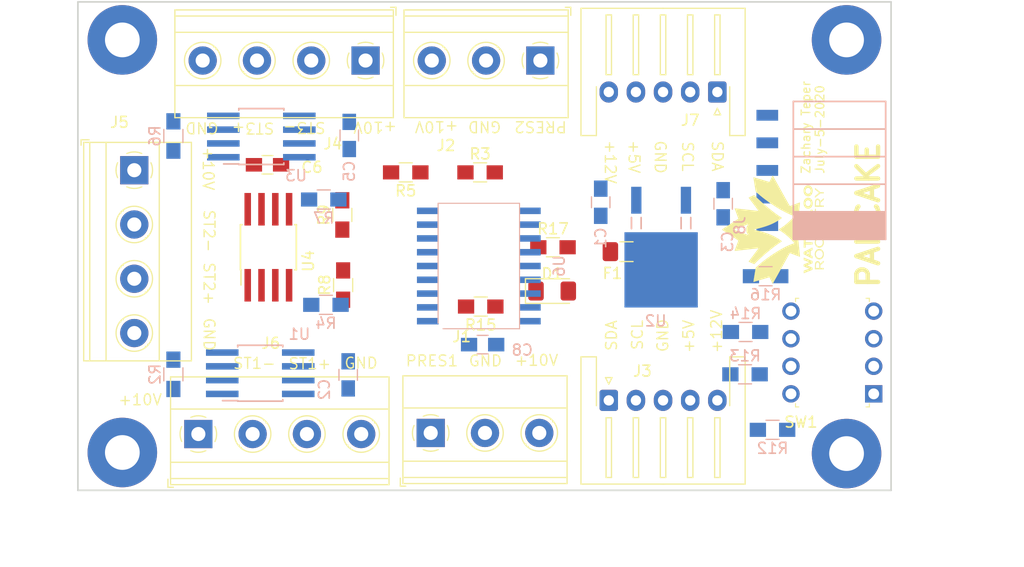
<source format=kicad_pcb>
(kicad_pcb (version 20171130) (host pcbnew "(5.1.4)-1")

  (general
    (thickness 1.6)
    (drawings 40)
    (tracks 0)
    (zones 0)
    (modules 41)
    (nets 38)
  )

  (page A4)
  (layers
    (0 F.Cu mixed)
    (1 In1.Cu power)
    (2 In2.Cu power)
    (31 B.Cu mixed)
    (32 B.Adhes user)
    (33 F.Adhes user)
    (34 B.Paste user)
    (35 F.Paste user)
    (36 B.SilkS user)
    (37 F.SilkS user)
    (38 B.Mask user)
    (39 F.Mask user)
    (40 Dwgs.User user)
    (41 Cmts.User user)
    (42 Eco1.User user)
    (43 Eco2.User user)
    (44 Edge.Cuts user)
    (45 Margin user)
    (46 B.CrtYd user)
    (47 F.CrtYd user)
    (48 B.Fab user)
    (49 F.Fab user)
  )

  (setup
    (last_trace_width 0.2032)
    (trace_clearance 0.254)
    (zone_clearance 0.508)
    (zone_45_only no)
    (trace_min 0.2)
    (via_size 0.762)
    (via_drill 0.4191)
    (via_min_size 0.7366)
    (via_min_drill 0.4064)
    (uvia_size 0.3)
    (uvia_drill 0.1)
    (uvias_allowed no)
    (uvia_min_size 0.2)
    (uvia_min_drill 0.1)
    (edge_width 0.1)
    (segment_width 0.2)
    (pcb_text_width 0.3)
    (pcb_text_size 1.5 1.5)
    (mod_edge_width 0.15)
    (mod_text_size 1 1)
    (mod_text_width 0.15)
    (pad_size 6.7564 6.9342)
    (pad_drill 0)
    (pad_to_mask_clearance 0)
    (aux_axis_origin 0 0)
    (grid_origin 89.654 134.253)
    (visible_elements 7FFFFFFF)
    (pcbplotparams
      (layerselection 0x010f0_80000001)
      (usegerberextensions true)
      (usegerberattributes false)
      (usegerberadvancedattributes false)
      (creategerberjobfile false)
      (excludeedgelayer false)
      (linewidth 0.100000)
      (plotframeref false)
      (viasonmask false)
      (mode 1)
      (useauxorigin false)
      (hpglpennumber 1)
      (hpglpenspeed 20)
      (hpglpendiameter 15.000000)
      (psnegative false)
      (psa4output false)
      (plotreference true)
      (plotvalue true)
      (plotinvisibletext false)
      (padsonsilk false)
      (subtractmaskfromsilk false)
      (outputformat 1)
      (mirror false)
      (drillshape 0)
      (scaleselection 1)
      (outputdirectory "../../fab/strain_gauges_rtr/"))
  )

  (net 0 "")
  (net 1 GND)
  (net 2 +10V)
  (net 3 /PRESSURE_1)
  (net 4 /PRESSURE_2)
  (net 5 /STRAIN_OUT_3)
  (net 6 /STRAIN_OUT_2)
  (net 7 /STRAIN_OUT_1)
  (net 8 "Net-(J4-Pad2)")
  (net 9 "Net-(J4-Pad3)")
  (net 10 "Net-(J5-Pad2)")
  (net 11 "Net-(J5-Pad3)")
  (net 12 "Net-(J6-Pad2)")
  (net 13 "Net-(J6-Pad3)")
  (net 14 "Net-(R6-Pad1)")
  (net 15 "Net-(R6-Pad2)")
  (net 16 "Net-(R7-Pad2)")
  (net 17 "Net-(R8-Pad1)")
  (net 18 "Net-(R8-Pad2)")
  (net 19 "Net-(R9-Pad2)")
  (net 20 "Net-(C1-Pad1)")
  (net 21 +5V)
  (net 22 "Net-(D1-Pad2)")
  (net 23 "Net-(D1-Pad1)")
  (net 24 +12V)
  (net 25 /SCL)
  (net 26 /SDA)
  (net 27 /ICSPCLK)
  (net 28 /ICSPDAT)
  (net 29 /~MCLR)
  (net 30 "Net-(R2-Pad2)")
  (net 31 "Net-(R2-Pad1)")
  (net 32 "Net-(R3-Pad2)")
  (net 33 "Net-(R4-Pad2)")
  (net 34 /DIP_1)
  (net 35 /DIP_2)
  (net 36 /DIP_3)
  (net 37 /DIP_4)

  (net_class Default "This is the default net class."
    (clearance 0.254)
    (trace_width 0.2032)
    (via_dia 0.762)
    (via_drill 0.4191)
    (uvia_dia 0.3)
    (uvia_drill 0.1)
    (add_net +10V)
    (add_net +12V)
    (add_net +5V)
    (add_net /DIP_1)
    (add_net /DIP_2)
    (add_net /DIP_3)
    (add_net /DIP_4)
    (add_net /ICSPCLK)
    (add_net /ICSPDAT)
    (add_net /PRESSURE_1)
    (add_net /PRESSURE_2)
    (add_net /SCL)
    (add_net /SDA)
    (add_net /STRAIN_OUT_1)
    (add_net /STRAIN_OUT_2)
    (add_net /STRAIN_OUT_3)
    (add_net /~MCLR)
    (add_net GND)
    (add_net "Net-(C1-Pad1)")
    (add_net "Net-(D1-Pad1)")
    (add_net "Net-(D1-Pad2)")
    (add_net "Net-(J4-Pad2)")
    (add_net "Net-(J4-Pad3)")
    (add_net "Net-(J5-Pad2)")
    (add_net "Net-(J5-Pad3)")
    (add_net "Net-(J6-Pad2)")
    (add_net "Net-(J6-Pad3)")
    (add_net "Net-(R2-Pad1)")
    (add_net "Net-(R2-Pad2)")
    (add_net "Net-(R3-Pad2)")
    (add_net "Net-(R4-Pad2)")
    (add_net "Net-(R6-Pad1)")
    (add_net "Net-(R6-Pad2)")
    (add_net "Net-(R7-Pad2)")
    (add_net "Net-(R8-Pad1)")
    (add_net "Net-(R8-Pad2)")
    (add_net "Net-(R9-Pad2)")
  )

  (module footprints:C_0805_HandSoldering (layer B.Cu) (tedit 5ACAD51D) (tstamp 5ED46352)
    (at 149.09 107.8424 270)
    (descr "Capacitor SMD 0805, hand soldering")
    (tags "capacitor 0805")
    (path /5EAAF20A)
    (attr smd)
    (fp_text reference C3 (at 3.5 -0.4 90) (layer B.SilkS)
      (effects (font (size 1 1) (thickness 0.15)) (justify mirror))
    )
    (fp_text value "10 uF" (at 1.25 -2.5 90) (layer B.Fab)
      (effects (font (size 1 1) (thickness 0.15)) (justify mirror))
    )
    (fp_line (start 2.25 -0.87) (end -2.25 -0.87) (layer B.CrtYd) (width 0.05))
    (fp_line (start 2.25 -0.87) (end 2.25 0.88) (layer B.CrtYd) (width 0.05))
    (fp_line (start -2.25 0.88) (end -2.25 -0.87) (layer B.CrtYd) (width 0.05))
    (fp_line (start -2.25 0.88) (end 2.25 0.88) (layer B.CrtYd) (width 0.05))
    (fp_line (start -0.5 -0.85) (end 0.5 -0.85) (layer B.SilkS) (width 0.12))
    (fp_line (start 0.5 0.85) (end -0.5 0.85) (layer B.SilkS) (width 0.12))
    (fp_line (start -1 0.62) (end 1 0.62) (layer B.Fab) (width 0.1))
    (fp_line (start 1 0.62) (end 1 -0.62) (layer B.Fab) (width 0.1))
    (fp_line (start 1 -0.62) (end -1 -0.62) (layer B.Fab) (width 0.1))
    (fp_line (start -1 -0.62) (end -1 0.62) (layer B.Fab) (width 0.1))
    (fp_text user %R (at 1.25 0 90) (layer B.Fab)
      (effects (font (size 1 1) (thickness 0.15)) (justify mirror))
    )
    (pad 2 smd rect (at 1.25 0 270) (size 1.5 1.25) (layers B.Cu B.Paste B.Mask)
      (net 1 GND))
    (pad 1 smd rect (at -1.25 0 270) (size 1.5 1.25) (layers B.Cu B.Paste B.Mask)
      (net 2 +10V))
    (model Capacitors_SMD.3dshapes/C_0805.wrl
      (at (xyz 0 0 0))
      (scale (xyz 1 1 1))
      (rotate (xyz 0 0 0))
    )
  )

  (module Fuse:Fuse_1206_3216Metric_Pad1.42x1.75mm_HandSolder (layer F.Cu) (tedit 5B301BBE) (tstamp 5ED463AF)
    (at 140.1889 112.2566 180)
    (descr "Fuse SMD 1206 (3216 Metric), square (rectangular) end terminal, IPC_7351 nominal with elongated pad for handsoldering. (Body size source: http://www.tortai-tech.com/upload/download/2011102023233369053.pdf), generated with kicad-footprint-generator")
    (tags "resistor handsolder")
    (path /5ACB8796)
    (attr smd)
    (fp_text reference F1 (at 1.3 -2) (layer F.SilkS)
      (effects (font (size 1 1) (thickness 0.15)))
    )
    (fp_text value Fuse (at 0 1.82) (layer F.Fab)
      (effects (font (size 1 1) (thickness 0.15)))
    )
    (fp_text user %R (at 0 0) (layer F.Fab)
      (effects (font (size 0.8 0.8) (thickness 0.12)))
    )
    (fp_line (start 2.45 1.12) (end -2.45 1.12) (layer F.CrtYd) (width 0.05))
    (fp_line (start 2.45 -1.12) (end 2.45 1.12) (layer F.CrtYd) (width 0.05))
    (fp_line (start -2.45 -1.12) (end 2.45 -1.12) (layer F.CrtYd) (width 0.05))
    (fp_line (start -2.45 1.12) (end -2.45 -1.12) (layer F.CrtYd) (width 0.05))
    (fp_line (start -0.602064 0.91) (end 0.602064 0.91) (layer F.SilkS) (width 0.12))
    (fp_line (start -0.602064 -0.91) (end 0.602064 -0.91) (layer F.SilkS) (width 0.12))
    (fp_line (start 1.6 0.8) (end -1.6 0.8) (layer F.Fab) (width 0.1))
    (fp_line (start 1.6 -0.8) (end 1.6 0.8) (layer F.Fab) (width 0.1))
    (fp_line (start -1.6 -0.8) (end 1.6 -0.8) (layer F.Fab) (width 0.1))
    (fp_line (start -1.6 0.8) (end -1.6 -0.8) (layer F.Fab) (width 0.1))
    (pad 2 smd roundrect (at 1.4875 0 180) (size 1.425 1.75) (layers F.Cu F.Paste F.Mask) (roundrect_rratio 0.175439)
      (net 24 +12V))
    (pad 1 smd roundrect (at -1.4875 0 180) (size 1.425 1.75) (layers F.Cu F.Paste F.Mask) (roundrect_rratio 0.175439)
      (net 20 "Net-(C1-Pad1)"))
    (model ${KISYS3DMOD}/Fuse.3dshapes/Fuse_1206_3216Metric.wrl
      (at (xyz 0 0 0))
      (scale (xyz 1 1 1))
      (rotate (xyz 0 0 0))
    )
  )

  (module footprints:TL750M10CKVU (layer B.Cu) (tedit 5ED45D66) (tstamp 5ED45F98)
    (at 143.375 113.933)
    (path /5EAA14FA)
    (fp_text reference U2 (at -0.5 4.7 180) (layer B.SilkS)
      (effects (font (size 1 1) (thickness 0.15)) (justify mirror))
    )
    (fp_text value TL750M10CKVU (at 4.8 0.4 90) (layer B.SilkS) hide
      (effects (font (size 1 1) (thickness 0.15)) (justify mirror))
    )
    (fp_line (start -2.9845 -3.7211) (end -3.6576 -3.7211) (layer B.CrtYd) (width 0.1524))
    (fp_line (start -2.9845 -7.9065) (end -2.9845 -3.7211) (layer B.CrtYd) (width 0.1524))
    (fp_line (start -1.5875 -7.9065) (end -2.9845 -7.9065) (layer B.CrtYd) (width 0.1524))
    (fp_line (start -1.5875 -5.428501) (end -1.5875 -7.9065) (layer B.CrtYd) (width 0.1524))
    (fp_line (start 1.5875 -5.428501) (end -1.5875 -5.428501) (layer B.CrtYd) (width 0.1524))
    (fp_line (start 1.5875 -7.9065) (end 1.5875 -5.428501) (layer B.CrtYd) (width 0.1524))
    (fp_line (start 2.9845 -7.9065) (end 1.5875 -7.9065) (layer B.CrtYd) (width 0.1524))
    (fp_line (start 2.9845 -3.7211) (end 2.9845 -7.9065) (layer B.CrtYd) (width 0.1524))
    (fp_line (start 3.6576 -3.7211) (end 2.9845 -3.7211) (layer B.CrtYd) (width 0.1524))
    (fp_line (start 3.6576 3.7211) (end 3.6576 -3.7211) (layer B.CrtYd) (width 0.1524))
    (fp_line (start -3.6576 3.7211) (end 3.6576 3.7211) (layer B.CrtYd) (width 0.1524))
    (fp_line (start -3.6576 -3.7211) (end -3.6576 3.7211) (layer B.CrtYd) (width 0.1524))
    (fp_line (start -3.3528 3.1115) (end -3.3528 -3.1115) (layer B.Fab) (width 0.1524))
    (fp_line (start 3.3528 3.1115) (end -3.3528 3.1115) (layer B.Fab) (width 0.1524))
    (fp_line (start 3.3528 -3.1115) (end 3.3528 3.1115) (layer B.Fab) (width 0.1524))
    (fp_line (start -3.3528 -3.1115) (end 3.3528 -3.1115) (layer B.Fab) (width 0.1524))
    (fp_line (start 2.7305 -3.79984) (end 2.7305 -4.818901) (layer B.SilkS) (width 0.1524))
    (fp_line (start -1.8415 -3.79984) (end -1.8415 -4.818901) (layer B.SilkS) (width 0.1524))
    (fp_line (start 1.8415 -3.79984) (end 1.8415 -4.818901) (layer B.SilkS) (width 0.1524))
    (fp_line (start -2.7305 -3.79984) (end -2.7305 -4.818901) (layer B.SilkS) (width 0.1524))
    (fp_line (start 2.3495 -8.3185) (end 2.3495 -3.1115) (layer B.Fab) (width 0.1524))
    (fp_line (start -2.3495 -8.3185) (end 2.3495 -8.3185) (layer B.Fab) (width 0.1524))
    (fp_line (start -2.3495 -3.1115) (end -2.3495 -8.3185) (layer B.Fab) (width 0.1524))
    (fp_line (start 2.7305 -7.3025) (end 2.7305 -3.1115) (layer B.Fab) (width 0.1524))
    (fp_line (start 1.8415 -7.3025) (end 2.7305 -7.3025) (layer B.Fab) (width 0.1524))
    (fp_line (start 1.8415 -3.1115) (end 1.8415 -7.3025) (layer B.Fab) (width 0.1524))
    (fp_line (start 2.7305 -3.1115) (end 1.8415 -3.1115) (layer B.Fab) (width 0.1524))
    (fp_line (start -1.8415 -7.3025) (end -1.8415 -3.1115) (layer B.Fab) (width 0.1524))
    (fp_line (start -2.7305 -7.3025) (end -1.8415 -7.3025) (layer B.Fab) (width 0.1524))
    (fp_line (start -2.7305 -3.1115) (end -2.7305 -7.3025) (layer B.Fab) (width 0.1524))
    (fp_line (start -1.8415 -3.1115) (end -2.7305 -3.1115) (layer B.Fab) (width 0.1524))
    (pad 3 smd rect (at 2.286 -6.4135) (size 0.949 2.477998) (layers B.Cu B.Paste B.Mask)
      (net 2 +10V))
    (pad 2 smd rect (at 0 0) (size 6.7564 6.9342) (layers B.Cu B.Paste B.Mask)
      (net 1 GND))
    (pad 1 smd rect (at -2.286 -6.4135) (size 0.949 2.477998) (layers B.Cu B.Paste B.Mask)
      (net 20 "Net-(C1-Pad1)"))
  )

  (module TerminalBlock_Phoenix:TerminalBlock_Phoenix_MKDS-1,5-4_1x04_P5.00mm_Horizontal (layer F.Cu) (tedit 5B294EE5) (tstamp 5ED44DC1)
    (at 100.754 129.053)
    (descr "Terminal Block Phoenix MKDS-1,5-4, 4 pins, pitch 5mm, size 20x9.8mm^2, drill diamater 1.3mm, pad diameter 2.6mm, see http://www.farnell.com/datasheets/100425.pdf, script-generated using https://github.com/pointhi/kicad-footprint-generator/scripts/TerminalBlock_Phoenix")
    (tags "THT Terminal Block Phoenix MKDS-1,5-4 pitch 5mm size 20x9.8mm^2 drill 1.3mm pad 2.6mm")
    (path /5E82A218/5ACAFAD2)
    (fp_text reference J6 (at 6.68 -8.3636) (layer F.SilkS)
      (effects (font (size 1 1) (thickness 0.15)))
    )
    (fp_text value Conn_01x04 (at 5.25 4.2) (layer F.Fab)
      (effects (font (size 1 1) (thickness 0.15)))
    )
    (fp_text user %R (at 5.25 -3.55) (layer F.Fab)
      (effects (font (size 1 1) (thickness 0.15)))
    )
    (fp_line (start 18 -5.71) (end -3 -5.71) (layer F.CrtYd) (width 0.05))
    (fp_line (start 18 5.1) (end 18 -5.71) (layer F.CrtYd) (width 0.05))
    (fp_line (start -3 5.1) (end 18 5.1) (layer F.CrtYd) (width 0.05))
    (fp_line (start -3 -5.71) (end -3 5.1) (layer F.CrtYd) (width 0.05))
    (fp_line (start -2.8 4.9) (end -2.3 4.9) (layer F.SilkS) (width 0.12))
    (fp_line (start -2.8 4.16) (end -2.8 4.9) (layer F.SilkS) (width 0.12))
    (fp_line (start 13.773 1.023) (end 13.726 1.069) (layer F.SilkS) (width 0.12))
    (fp_line (start 16.07 -1.275) (end 16.035 -1.239) (layer F.SilkS) (width 0.12))
    (fp_line (start 13.966 1.239) (end 13.931 1.274) (layer F.SilkS) (width 0.12))
    (fp_line (start 16.275 -1.069) (end 16.228 -1.023) (layer F.SilkS) (width 0.12))
    (fp_line (start 15.955 -1.138) (end 13.863 0.955) (layer F.Fab) (width 0.1))
    (fp_line (start 16.138 -0.955) (end 14.046 1.138) (layer F.Fab) (width 0.1))
    (fp_line (start 8.773 1.023) (end 8.726 1.069) (layer F.SilkS) (width 0.12))
    (fp_line (start 11.07 -1.275) (end 11.035 -1.239) (layer F.SilkS) (width 0.12))
    (fp_line (start 8.966 1.239) (end 8.931 1.274) (layer F.SilkS) (width 0.12))
    (fp_line (start 11.275 -1.069) (end 11.228 -1.023) (layer F.SilkS) (width 0.12))
    (fp_line (start 10.955 -1.138) (end 8.863 0.955) (layer F.Fab) (width 0.1))
    (fp_line (start 11.138 -0.955) (end 9.046 1.138) (layer F.Fab) (width 0.1))
    (fp_line (start 3.773 1.023) (end 3.726 1.069) (layer F.SilkS) (width 0.12))
    (fp_line (start 6.07 -1.275) (end 6.035 -1.239) (layer F.SilkS) (width 0.12))
    (fp_line (start 3.966 1.239) (end 3.931 1.274) (layer F.SilkS) (width 0.12))
    (fp_line (start 6.275 -1.069) (end 6.228 -1.023) (layer F.SilkS) (width 0.12))
    (fp_line (start 5.955 -1.138) (end 3.863 0.955) (layer F.Fab) (width 0.1))
    (fp_line (start 6.138 -0.955) (end 4.046 1.138) (layer F.Fab) (width 0.1))
    (fp_line (start 0.955 -1.138) (end -1.138 0.955) (layer F.Fab) (width 0.1))
    (fp_line (start 1.138 -0.955) (end -0.955 1.138) (layer F.Fab) (width 0.1))
    (fp_line (start 17.561 -5.261) (end 17.561 4.66) (layer F.SilkS) (width 0.12))
    (fp_line (start -2.56 -5.261) (end -2.56 4.66) (layer F.SilkS) (width 0.12))
    (fp_line (start -2.56 4.66) (end 17.561 4.66) (layer F.SilkS) (width 0.12))
    (fp_line (start -2.56 -5.261) (end 17.561 -5.261) (layer F.SilkS) (width 0.12))
    (fp_line (start -2.56 -2.301) (end 17.561 -2.301) (layer F.SilkS) (width 0.12))
    (fp_line (start -2.5 -2.3) (end 17.5 -2.3) (layer F.Fab) (width 0.1))
    (fp_line (start -2.56 2.6) (end 17.561 2.6) (layer F.SilkS) (width 0.12))
    (fp_line (start -2.5 2.6) (end 17.5 2.6) (layer F.Fab) (width 0.1))
    (fp_line (start -2.56 4.1) (end 17.561 4.1) (layer F.SilkS) (width 0.12))
    (fp_line (start -2.5 4.1) (end 17.5 4.1) (layer F.Fab) (width 0.1))
    (fp_line (start -2.5 4.1) (end -2.5 -5.2) (layer F.Fab) (width 0.1))
    (fp_line (start -2 4.6) (end -2.5 4.1) (layer F.Fab) (width 0.1))
    (fp_line (start 17.5 4.6) (end -2 4.6) (layer F.Fab) (width 0.1))
    (fp_line (start 17.5 -5.2) (end 17.5 4.6) (layer F.Fab) (width 0.1))
    (fp_line (start -2.5 -5.2) (end 17.5 -5.2) (layer F.Fab) (width 0.1))
    (fp_circle (center 15 0) (end 16.68 0) (layer F.SilkS) (width 0.12))
    (fp_circle (center 15 0) (end 16.5 0) (layer F.Fab) (width 0.1))
    (fp_circle (center 10 0) (end 11.68 0) (layer F.SilkS) (width 0.12))
    (fp_circle (center 10 0) (end 11.5 0) (layer F.Fab) (width 0.1))
    (fp_circle (center 5 0) (end 6.68 0) (layer F.SilkS) (width 0.12))
    (fp_circle (center 5 0) (end 6.5 0) (layer F.Fab) (width 0.1))
    (fp_circle (center 0 0) (end 1.5 0) (layer F.Fab) (width 0.1))
    (fp_arc (start 0 0) (end -0.684 1.535) (angle -25) (layer F.SilkS) (width 0.12))
    (fp_arc (start 0 0) (end -1.535 -0.684) (angle -48) (layer F.SilkS) (width 0.12))
    (fp_arc (start 0 0) (end 0.684 -1.535) (angle -48) (layer F.SilkS) (width 0.12))
    (fp_arc (start 0 0) (end 1.535 0.684) (angle -48) (layer F.SilkS) (width 0.12))
    (fp_arc (start 0 0) (end 0 1.68) (angle -24) (layer F.SilkS) (width 0.12))
    (pad 4 thru_hole circle (at 15 0) (size 2.6 2.6) (drill 1.3) (layers *.Cu *.Mask)
      (net 1 GND))
    (pad 3 thru_hole circle (at 10 0) (size 2.6 2.6) (drill 1.3) (layers *.Cu *.Mask)
      (net 13 "Net-(J6-Pad3)"))
    (pad 2 thru_hole circle (at 5 0) (size 2.6 2.6) (drill 1.3) (layers *.Cu *.Mask)
      (net 12 "Net-(J6-Pad2)"))
    (pad 1 thru_hole rect (at 0 0) (size 2.6 2.6) (drill 1.3) (layers *.Cu *.Mask)
      (net 2 +10V))
    (model ${KISYS3DMOD}/TerminalBlock_Phoenix.3dshapes/TerminalBlock_Phoenix_MKDS-1,5-4_1x04_P5.00mm_Horizontal.wrl
      (at (xyz 0 0 0))
      (scale (xyz 1 1 1))
      (rotate (xyz 0 0 0))
    )
  )

  (module TerminalBlock_Phoenix:TerminalBlock_Phoenix_MKDS-1,5-4_1x04_P5.00mm_Horizontal (layer F.Cu) (tedit 5B294EE5) (tstamp 5ED46520)
    (at 94.854 104.753 270)
    (descr "Terminal Block Phoenix MKDS-1,5-4, 4 pins, pitch 5mm, size 20x9.8mm^2, drill diamater 1.3mm, pad diameter 2.6mm, see http://www.farnell.com/datasheets/100425.pdf, script-generated using https://github.com/pointhi/kicad-footprint-generator/scripts/TerminalBlock_Phoenix")
    (tags "THT Terminal Block Phoenix MKDS-1,5-4 pitch 5mm size 20x9.8mm^2 drill 1.3mm pad 2.6mm")
    (path /5ACB06D8/5ACAFAD2)
    (fp_text reference J5 (at -4.409 1.3646 180) (layer F.SilkS)
      (effects (font (size 1 1) (thickness 0.15)))
    )
    (fp_text value Conn_01x04 (at 5.25 4.2 90) (layer F.Fab)
      (effects (font (size 1 1) (thickness 0.15)))
    )
    (fp_text user %R (at 5.25 -3.55 90) (layer F.Fab)
      (effects (font (size 1 1) (thickness 0.15)))
    )
    (fp_line (start 18 -5.71) (end -3 -5.71) (layer F.CrtYd) (width 0.05))
    (fp_line (start 18 5.1) (end 18 -5.71) (layer F.CrtYd) (width 0.05))
    (fp_line (start -3 5.1) (end 18 5.1) (layer F.CrtYd) (width 0.05))
    (fp_line (start -3 -5.71) (end -3 5.1) (layer F.CrtYd) (width 0.05))
    (fp_line (start -2.8 4.9) (end -2.3 4.9) (layer F.SilkS) (width 0.12))
    (fp_line (start -2.8 4.16) (end -2.8 4.9) (layer F.SilkS) (width 0.12))
    (fp_line (start 13.773 1.023) (end 13.726 1.069) (layer F.SilkS) (width 0.12))
    (fp_line (start 16.07 -1.275) (end 16.035 -1.239) (layer F.SilkS) (width 0.12))
    (fp_line (start 13.966 1.239) (end 13.931 1.274) (layer F.SilkS) (width 0.12))
    (fp_line (start 16.275 -1.069) (end 16.228 -1.023) (layer F.SilkS) (width 0.12))
    (fp_line (start 15.955 -1.138) (end 13.863 0.955) (layer F.Fab) (width 0.1))
    (fp_line (start 16.138 -0.955) (end 14.046 1.138) (layer F.Fab) (width 0.1))
    (fp_line (start 8.773 1.023) (end 8.726 1.069) (layer F.SilkS) (width 0.12))
    (fp_line (start 11.07 -1.275) (end 11.035 -1.239) (layer F.SilkS) (width 0.12))
    (fp_line (start 8.966 1.239) (end 8.931 1.274) (layer F.SilkS) (width 0.12))
    (fp_line (start 11.275 -1.069) (end 11.228 -1.023) (layer F.SilkS) (width 0.12))
    (fp_line (start 10.955 -1.138) (end 8.863 0.955) (layer F.Fab) (width 0.1))
    (fp_line (start 11.138 -0.955) (end 9.046 1.138) (layer F.Fab) (width 0.1))
    (fp_line (start 3.773 1.023) (end 3.726 1.069) (layer F.SilkS) (width 0.12))
    (fp_line (start 6.07 -1.275) (end 6.035 -1.239) (layer F.SilkS) (width 0.12))
    (fp_line (start 3.966 1.239) (end 3.931 1.274) (layer F.SilkS) (width 0.12))
    (fp_line (start 6.275 -1.069) (end 6.228 -1.023) (layer F.SilkS) (width 0.12))
    (fp_line (start 5.955 -1.138) (end 3.863 0.955) (layer F.Fab) (width 0.1))
    (fp_line (start 6.138 -0.955) (end 4.046 1.138) (layer F.Fab) (width 0.1))
    (fp_line (start 0.955 -1.138) (end -1.138 0.955) (layer F.Fab) (width 0.1))
    (fp_line (start 1.138 -0.955) (end -0.955 1.138) (layer F.Fab) (width 0.1))
    (fp_line (start 17.561 -5.261) (end 17.561 4.66) (layer F.SilkS) (width 0.12))
    (fp_line (start -2.56 -5.261) (end -2.56 4.66) (layer F.SilkS) (width 0.12))
    (fp_line (start -2.56 4.66) (end 17.561 4.66) (layer F.SilkS) (width 0.12))
    (fp_line (start -2.56 -5.261) (end 17.561 -5.261) (layer F.SilkS) (width 0.12))
    (fp_line (start -2.56 -2.301) (end 17.561 -2.301) (layer F.SilkS) (width 0.12))
    (fp_line (start -2.5 -2.3) (end 17.5 -2.3) (layer F.Fab) (width 0.1))
    (fp_line (start -2.56 2.6) (end 17.561 2.6) (layer F.SilkS) (width 0.12))
    (fp_line (start -2.5 2.6) (end 17.5 2.6) (layer F.Fab) (width 0.1))
    (fp_line (start -2.56 4.1) (end 17.561 4.1) (layer F.SilkS) (width 0.12))
    (fp_line (start -2.5 4.1) (end 17.5 4.1) (layer F.Fab) (width 0.1))
    (fp_line (start -2.5 4.1) (end -2.5 -5.2) (layer F.Fab) (width 0.1))
    (fp_line (start -2 4.6) (end -2.5 4.1) (layer F.Fab) (width 0.1))
    (fp_line (start 17.5 4.6) (end -2 4.6) (layer F.Fab) (width 0.1))
    (fp_line (start 17.5 -5.2) (end 17.5 4.6) (layer F.Fab) (width 0.1))
    (fp_line (start -2.5 -5.2) (end 17.5 -5.2) (layer F.Fab) (width 0.1))
    (fp_circle (center 15 0) (end 16.68 0) (layer F.SilkS) (width 0.12))
    (fp_circle (center 15 0) (end 16.5 0) (layer F.Fab) (width 0.1))
    (fp_circle (center 10 0) (end 11.68 0) (layer F.SilkS) (width 0.12))
    (fp_circle (center 10 0) (end 11.5 0) (layer F.Fab) (width 0.1))
    (fp_circle (center 5 0) (end 6.68 0) (layer F.SilkS) (width 0.12))
    (fp_circle (center 5 0) (end 6.5 0) (layer F.Fab) (width 0.1))
    (fp_circle (center 0 0) (end 1.5 0) (layer F.Fab) (width 0.1))
    (fp_arc (start 0 0) (end -0.684 1.535) (angle -25) (layer F.SilkS) (width 0.12))
    (fp_arc (start 0 0) (end -1.535 -0.684) (angle -48) (layer F.SilkS) (width 0.12))
    (fp_arc (start 0 0) (end 0.684 -1.535) (angle -48) (layer F.SilkS) (width 0.12))
    (fp_arc (start 0 0) (end 1.535 0.684) (angle -48) (layer F.SilkS) (width 0.12))
    (fp_arc (start 0 0) (end 0 1.68) (angle -24) (layer F.SilkS) (width 0.12))
    (pad 4 thru_hole circle (at 15 0 270) (size 2.6 2.6) (drill 1.3) (layers *.Cu *.Mask)
      (net 1 GND))
    (pad 3 thru_hole circle (at 10 0 270) (size 2.6 2.6) (drill 1.3) (layers *.Cu *.Mask)
      (net 11 "Net-(J5-Pad3)"))
    (pad 2 thru_hole circle (at 5 0 270) (size 2.6 2.6) (drill 1.3) (layers *.Cu *.Mask)
      (net 10 "Net-(J5-Pad2)"))
    (pad 1 thru_hole rect (at 0 0 270) (size 2.6 2.6) (drill 1.3) (layers *.Cu *.Mask)
      (net 2 +10V))
    (model ${KISYS3DMOD}/TerminalBlock_Phoenix.3dshapes/TerminalBlock_Phoenix_MKDS-1,5-4_1x04_P5.00mm_Horizontal.wrl
      (at (xyz 0 0 0))
      (scale (xyz 1 1 1))
      (rotate (xyz 0 0 0))
    )
  )

  (module TerminalBlock_Phoenix:TerminalBlock_Phoenix_MKDS-1,5-4_1x04_P5.00mm_Horizontal (layer F.Cu) (tedit 5B294EE5) (tstamp 5ED464CF)
    (at 116.154 94.653 180)
    (descr "Terminal Block Phoenix MKDS-1,5-4, 4 pins, pitch 5mm, size 20x9.8mm^2, drill diamater 1.3mm, pad diameter 2.6mm, see http://www.farnell.com/datasheets/100425.pdf, script-generated using https://github.com/pointhi/kicad-footprint-generator/scripts/TerminalBlock_Phoenix")
    (tags "THT Terminal Block Phoenix MKDS-1,5-4 pitch 5mm size 20x9.8mm^2 drill 1.3mm pad 2.6mm")
    (path /5ACAF8FB/5ACAFAD2)
    (fp_text reference J4 (at 3.005 -7.6722) (layer F.SilkS)
      (effects (font (size 1 1) (thickness 0.15)))
    )
    (fp_text value Conn_01x04 (at 5.25 4.2) (layer F.Fab)
      (effects (font (size 1 1) (thickness 0.15)))
    )
    (fp_text user %R (at 5.25 -3.55) (layer F.Fab)
      (effects (font (size 1 1) (thickness 0.15)))
    )
    (fp_line (start 18 -5.71) (end -3 -5.71) (layer F.CrtYd) (width 0.05))
    (fp_line (start 18 5.1) (end 18 -5.71) (layer F.CrtYd) (width 0.05))
    (fp_line (start -3 5.1) (end 18 5.1) (layer F.CrtYd) (width 0.05))
    (fp_line (start -3 -5.71) (end -3 5.1) (layer F.CrtYd) (width 0.05))
    (fp_line (start -2.8 4.9) (end -2.3 4.9) (layer F.SilkS) (width 0.12))
    (fp_line (start -2.8 4.16) (end -2.8 4.9) (layer F.SilkS) (width 0.12))
    (fp_line (start 13.773 1.023) (end 13.726 1.069) (layer F.SilkS) (width 0.12))
    (fp_line (start 16.07 -1.275) (end 16.035 -1.239) (layer F.SilkS) (width 0.12))
    (fp_line (start 13.966 1.239) (end 13.931 1.274) (layer F.SilkS) (width 0.12))
    (fp_line (start 16.275 -1.069) (end 16.228 -1.023) (layer F.SilkS) (width 0.12))
    (fp_line (start 15.955 -1.138) (end 13.863 0.955) (layer F.Fab) (width 0.1))
    (fp_line (start 16.138 -0.955) (end 14.046 1.138) (layer F.Fab) (width 0.1))
    (fp_line (start 8.773 1.023) (end 8.726 1.069) (layer F.SilkS) (width 0.12))
    (fp_line (start 11.07 -1.275) (end 11.035 -1.239) (layer F.SilkS) (width 0.12))
    (fp_line (start 8.966 1.239) (end 8.931 1.274) (layer F.SilkS) (width 0.12))
    (fp_line (start 11.275 -1.069) (end 11.228 -1.023) (layer F.SilkS) (width 0.12))
    (fp_line (start 10.955 -1.138) (end 8.863 0.955) (layer F.Fab) (width 0.1))
    (fp_line (start 11.138 -0.955) (end 9.046 1.138) (layer F.Fab) (width 0.1))
    (fp_line (start 3.773 1.023) (end 3.726 1.069) (layer F.SilkS) (width 0.12))
    (fp_line (start 6.07 -1.275) (end 6.035 -1.239) (layer F.SilkS) (width 0.12))
    (fp_line (start 3.966 1.239) (end 3.931 1.274) (layer F.SilkS) (width 0.12))
    (fp_line (start 6.275 -1.069) (end 6.228 -1.023) (layer F.SilkS) (width 0.12))
    (fp_line (start 5.955 -1.138) (end 3.863 0.955) (layer F.Fab) (width 0.1))
    (fp_line (start 6.138 -0.955) (end 4.046 1.138) (layer F.Fab) (width 0.1))
    (fp_line (start 0.955 -1.138) (end -1.138 0.955) (layer F.Fab) (width 0.1))
    (fp_line (start 1.138 -0.955) (end -0.955 1.138) (layer F.Fab) (width 0.1))
    (fp_line (start 17.561 -5.261) (end 17.561 4.66) (layer F.SilkS) (width 0.12))
    (fp_line (start -2.56 -5.261) (end -2.56 4.66) (layer F.SilkS) (width 0.12))
    (fp_line (start -2.56 4.66) (end 17.561 4.66) (layer F.SilkS) (width 0.12))
    (fp_line (start -2.56 -5.261) (end 17.561 -5.261) (layer F.SilkS) (width 0.12))
    (fp_line (start -2.56 -2.301) (end 17.561 -2.301) (layer F.SilkS) (width 0.12))
    (fp_line (start -2.5 -2.3) (end 17.5 -2.3) (layer F.Fab) (width 0.1))
    (fp_line (start -2.56 2.6) (end 17.561 2.6) (layer F.SilkS) (width 0.12))
    (fp_line (start -2.5 2.6) (end 17.5 2.6) (layer F.Fab) (width 0.1))
    (fp_line (start -2.56 4.1) (end 17.561 4.1) (layer F.SilkS) (width 0.12))
    (fp_line (start -2.5 4.1) (end 17.5 4.1) (layer F.Fab) (width 0.1))
    (fp_line (start -2.5 4.1) (end -2.5 -5.2) (layer F.Fab) (width 0.1))
    (fp_line (start -2 4.6) (end -2.5 4.1) (layer F.Fab) (width 0.1))
    (fp_line (start 17.5 4.6) (end -2 4.6) (layer F.Fab) (width 0.1))
    (fp_line (start 17.5 -5.2) (end 17.5 4.6) (layer F.Fab) (width 0.1))
    (fp_line (start -2.5 -5.2) (end 17.5 -5.2) (layer F.Fab) (width 0.1))
    (fp_circle (center 15 0) (end 16.68 0) (layer F.SilkS) (width 0.12))
    (fp_circle (center 15 0) (end 16.5 0) (layer F.Fab) (width 0.1))
    (fp_circle (center 10 0) (end 11.68 0) (layer F.SilkS) (width 0.12))
    (fp_circle (center 10 0) (end 11.5 0) (layer F.Fab) (width 0.1))
    (fp_circle (center 5 0) (end 6.68 0) (layer F.SilkS) (width 0.12))
    (fp_circle (center 5 0) (end 6.5 0) (layer F.Fab) (width 0.1))
    (fp_circle (center 0 0) (end 1.5 0) (layer F.Fab) (width 0.1))
    (fp_arc (start 0 0) (end -0.684 1.535) (angle -25) (layer F.SilkS) (width 0.12))
    (fp_arc (start 0 0) (end -1.535 -0.684) (angle -48) (layer F.SilkS) (width 0.12))
    (fp_arc (start 0 0) (end 0.684 -1.535) (angle -48) (layer F.SilkS) (width 0.12))
    (fp_arc (start 0 0) (end 1.535 0.684) (angle -48) (layer F.SilkS) (width 0.12))
    (fp_arc (start 0 0) (end 0 1.68) (angle -24) (layer F.SilkS) (width 0.12))
    (pad 4 thru_hole circle (at 15 0 180) (size 2.6 2.6) (drill 1.3) (layers *.Cu *.Mask)
      (net 1 GND))
    (pad 3 thru_hole circle (at 10 0 180) (size 2.6 2.6) (drill 1.3) (layers *.Cu *.Mask)
      (net 9 "Net-(J4-Pad3)"))
    (pad 2 thru_hole circle (at 5 0 180) (size 2.6 2.6) (drill 1.3) (layers *.Cu *.Mask)
      (net 8 "Net-(J4-Pad2)"))
    (pad 1 thru_hole rect (at 0 0 180) (size 2.6 2.6) (drill 1.3) (layers *.Cu *.Mask)
      (net 2 +10V))
    (model ${KISYS3DMOD}/TerminalBlock_Phoenix.3dshapes/TerminalBlock_Phoenix_MKDS-1,5-4_1x04_P5.00mm_Horizontal.wrl
      (at (xyz 0 0 0))
      (scale (xyz 1 1 1))
      (rotate (xyz 0 0 0))
    )
  )

  (module TerminalBlock_Phoenix:TerminalBlock_Phoenix_MKDS-1,5-3_1x03_P5.00mm_Horizontal (layer F.Cu) (tedit 5B294EE5) (tstamp 5ED49761)
    (at 122.154 128.953)
    (descr "Terminal Block Phoenix MKDS-1,5-3, 3 pins, pitch 5mm, size 15x9.8mm^2, drill diamater 1.3mm, pad diameter 2.6mm, see http://www.farnell.com/datasheets/100425.pdf, script-generated using https://github.com/pointhi/kicad-footprint-generator/scripts/TerminalBlock_Phoenix")
    (tags "THT Terminal Block Phoenix MKDS-1,5-3 pitch 5mm size 15x9.8mm^2 drill 1.3mm pad 2.6mm")
    (path /5ACAED9B)
    (fp_text reference J1 (at 2.8568 -8.8732) (layer F.SilkS)
      (effects (font (size 1 1) (thickness 0.15)))
    )
    (fp_text value Conn_01x03 (at 3.5 4.2) (layer F.Fab)
      (effects (font (size 1 1) (thickness 0.15)))
    )
    (fp_text user %R (at 3.5 -3.55) (layer F.Fab)
      (effects (font (size 1 1) (thickness 0.15)))
    )
    (fp_line (start 13 -5.71) (end -3 -5.71) (layer F.CrtYd) (width 0.05))
    (fp_line (start 13 5.1) (end 13 -5.71) (layer F.CrtYd) (width 0.05))
    (fp_line (start -3 5.1) (end 13 5.1) (layer F.CrtYd) (width 0.05))
    (fp_line (start -3 -5.71) (end -3 5.1) (layer F.CrtYd) (width 0.05))
    (fp_line (start -2.8 4.9) (end -2.3 4.9) (layer F.SilkS) (width 0.12))
    (fp_line (start -2.8 4.16) (end -2.8 4.9) (layer F.SilkS) (width 0.12))
    (fp_line (start 8.773 1.023) (end 8.726 1.069) (layer F.SilkS) (width 0.12))
    (fp_line (start 11.07 -1.275) (end 11.035 -1.239) (layer F.SilkS) (width 0.12))
    (fp_line (start 8.966 1.239) (end 8.931 1.274) (layer F.SilkS) (width 0.12))
    (fp_line (start 11.275 -1.069) (end 11.228 -1.023) (layer F.SilkS) (width 0.12))
    (fp_line (start 10.955 -1.138) (end 8.863 0.955) (layer F.Fab) (width 0.1))
    (fp_line (start 11.138 -0.955) (end 9.046 1.138) (layer F.Fab) (width 0.1))
    (fp_line (start 3.773 1.023) (end 3.726 1.069) (layer F.SilkS) (width 0.12))
    (fp_line (start 6.07 -1.275) (end 6.035 -1.239) (layer F.SilkS) (width 0.12))
    (fp_line (start 3.966 1.239) (end 3.931 1.274) (layer F.SilkS) (width 0.12))
    (fp_line (start 6.275 -1.069) (end 6.228 -1.023) (layer F.SilkS) (width 0.12))
    (fp_line (start 5.955 -1.138) (end 3.863 0.955) (layer F.Fab) (width 0.1))
    (fp_line (start 6.138 -0.955) (end 4.046 1.138) (layer F.Fab) (width 0.1))
    (fp_line (start 0.955 -1.138) (end -1.138 0.955) (layer F.Fab) (width 0.1))
    (fp_line (start 1.138 -0.955) (end -0.955 1.138) (layer F.Fab) (width 0.1))
    (fp_line (start 12.56 -5.261) (end 12.56 4.66) (layer F.SilkS) (width 0.12))
    (fp_line (start -2.56 -5.261) (end -2.56 4.66) (layer F.SilkS) (width 0.12))
    (fp_line (start -2.56 4.66) (end 12.56 4.66) (layer F.SilkS) (width 0.12))
    (fp_line (start -2.56 -5.261) (end 12.56 -5.261) (layer F.SilkS) (width 0.12))
    (fp_line (start -2.56 -2.301) (end 12.56 -2.301) (layer F.SilkS) (width 0.12))
    (fp_line (start -2.5 -2.3) (end 12.5 -2.3) (layer F.Fab) (width 0.1))
    (fp_line (start -2.56 2.6) (end 12.56 2.6) (layer F.SilkS) (width 0.12))
    (fp_line (start -2.5 2.6) (end 12.5 2.6) (layer F.Fab) (width 0.1))
    (fp_line (start -2.56 4.1) (end 12.56 4.1) (layer F.SilkS) (width 0.12))
    (fp_line (start -2.5 4.1) (end 12.5 4.1) (layer F.Fab) (width 0.1))
    (fp_line (start -2.5 4.1) (end -2.5 -5.2) (layer F.Fab) (width 0.1))
    (fp_line (start -2 4.6) (end -2.5 4.1) (layer F.Fab) (width 0.1))
    (fp_line (start 12.5 4.6) (end -2 4.6) (layer F.Fab) (width 0.1))
    (fp_line (start 12.5 -5.2) (end 12.5 4.6) (layer F.Fab) (width 0.1))
    (fp_line (start -2.5 -5.2) (end 12.5 -5.2) (layer F.Fab) (width 0.1))
    (fp_circle (center 10 0) (end 11.68 0) (layer F.SilkS) (width 0.12))
    (fp_circle (center 10 0) (end 11.5 0) (layer F.Fab) (width 0.1))
    (fp_circle (center 5 0) (end 6.68 0) (layer F.SilkS) (width 0.12))
    (fp_circle (center 5 0) (end 6.5 0) (layer F.Fab) (width 0.1))
    (fp_circle (center 0 0) (end 1.5 0) (layer F.Fab) (width 0.1))
    (fp_arc (start 0 0) (end -0.684 1.535) (angle -25) (layer F.SilkS) (width 0.12))
    (fp_arc (start 0 0) (end -1.535 -0.684) (angle -48) (layer F.SilkS) (width 0.12))
    (fp_arc (start 0 0) (end 0.684 -1.535) (angle -48) (layer F.SilkS) (width 0.12))
    (fp_arc (start 0 0) (end 1.535 0.684) (angle -48) (layer F.SilkS) (width 0.12))
    (fp_arc (start 0 0) (end 0 1.68) (angle -24) (layer F.SilkS) (width 0.12))
    (pad 3 thru_hole circle (at 10 0) (size 2.6 2.6) (drill 1.3) (layers *.Cu *.Mask)
      (net 2 +10V))
    (pad 2 thru_hole circle (at 5 0) (size 2.6 2.6) (drill 1.3) (layers *.Cu *.Mask)
      (net 1 GND))
    (pad 1 thru_hole rect (at 0 0) (size 2.6 2.6) (drill 1.3) (layers *.Cu *.Mask)
      (net 3 /PRESSURE_1))
    (model ${KISYS3DMOD}/TerminalBlock_Phoenix.3dshapes/TerminalBlock_Phoenix_MKDS-1,5-3_1x03_P5.00mm_Horizontal.wrl
      (at (xyz 0 0 0))
      (scale (xyz 1 1 1))
      (rotate (xyz 0 0 0))
    )
  )

  (module TerminalBlock_Phoenix:TerminalBlock_Phoenix_MKDS-1,5-3_1x03_P5.00mm_Horizontal (layer F.Cu) (tedit 5B294EE5) (tstamp 5ED49E93)
    (at 132.254 94.653 180)
    (descr "Terminal Block Phoenix MKDS-1,5-3, 3 pins, pitch 5mm, size 15x9.8mm^2, drill diamater 1.3mm, pad diameter 2.6mm, see http://www.farnell.com/datasheets/100425.pdf, script-generated using https://github.com/pointhi/kicad-footprint-generator/scripts/TerminalBlock_Phoenix")
    (tags "THT Terminal Block Phoenix MKDS-1,5-3 pitch 5mm size 15x9.8mm^2 drill 1.3mm pad 2.6mm")
    (path /5ACAEDA8)
    (fp_text reference J2 (at 8.691 -7.8246 180) (layer F.SilkS)
      (effects (font (size 1 1) (thickness 0.15)))
    )
    (fp_text value Conn_01x03 (at 3.5 4.2) (layer F.Fab)
      (effects (font (size 1 1) (thickness 0.15)))
    )
    (fp_text user %R (at 3.5 -3.55) (layer F.Fab)
      (effects (font (size 1 1) (thickness 0.15)))
    )
    (fp_line (start 13 -5.71) (end -3 -5.71) (layer F.CrtYd) (width 0.05))
    (fp_line (start 13 5.1) (end 13 -5.71) (layer F.CrtYd) (width 0.05))
    (fp_line (start -3 5.1) (end 13 5.1) (layer F.CrtYd) (width 0.05))
    (fp_line (start -3 -5.71) (end -3 5.1) (layer F.CrtYd) (width 0.05))
    (fp_line (start -2.8 4.9) (end -2.3 4.9) (layer F.SilkS) (width 0.12))
    (fp_line (start -2.8 4.16) (end -2.8 4.9) (layer F.SilkS) (width 0.12))
    (fp_line (start 8.773 1.023) (end 8.726 1.069) (layer F.SilkS) (width 0.12))
    (fp_line (start 11.07 -1.275) (end 11.035 -1.239) (layer F.SilkS) (width 0.12))
    (fp_line (start 8.966 1.239) (end 8.931 1.274) (layer F.SilkS) (width 0.12))
    (fp_line (start 11.275 -1.069) (end 11.228 -1.023) (layer F.SilkS) (width 0.12))
    (fp_line (start 10.955 -1.138) (end 8.863 0.955) (layer F.Fab) (width 0.1))
    (fp_line (start 11.138 -0.955) (end 9.046 1.138) (layer F.Fab) (width 0.1))
    (fp_line (start 3.773 1.023) (end 3.726 1.069) (layer F.SilkS) (width 0.12))
    (fp_line (start 6.07 -1.275) (end 6.035 -1.239) (layer F.SilkS) (width 0.12))
    (fp_line (start 3.966 1.239) (end 3.931 1.274) (layer F.SilkS) (width 0.12))
    (fp_line (start 6.275 -1.069) (end 6.228 -1.023) (layer F.SilkS) (width 0.12))
    (fp_line (start 5.955 -1.138) (end 3.863 0.955) (layer F.Fab) (width 0.1))
    (fp_line (start 6.138 -0.955) (end 4.046 1.138) (layer F.Fab) (width 0.1))
    (fp_line (start 0.955 -1.138) (end -1.138 0.955) (layer F.Fab) (width 0.1))
    (fp_line (start 1.138 -0.955) (end -0.955 1.138) (layer F.Fab) (width 0.1))
    (fp_line (start 12.56 -5.261) (end 12.56 4.66) (layer F.SilkS) (width 0.12))
    (fp_line (start -2.56 -5.261) (end -2.56 4.66) (layer F.SilkS) (width 0.12))
    (fp_line (start -2.56 4.66) (end 12.56 4.66) (layer F.SilkS) (width 0.12))
    (fp_line (start -2.56 -5.261) (end 12.56 -5.261) (layer F.SilkS) (width 0.12))
    (fp_line (start -2.56 -2.301) (end 12.56 -2.301) (layer F.SilkS) (width 0.12))
    (fp_line (start -2.5 -2.3) (end 12.5 -2.3) (layer F.Fab) (width 0.1))
    (fp_line (start -2.56 2.6) (end 12.56 2.6) (layer F.SilkS) (width 0.12))
    (fp_line (start -2.5 2.6) (end 12.5 2.6) (layer F.Fab) (width 0.1))
    (fp_line (start -2.56 4.1) (end 12.56 4.1) (layer F.SilkS) (width 0.12))
    (fp_line (start -2.5 4.1) (end 12.5 4.1) (layer F.Fab) (width 0.1))
    (fp_line (start -2.5 4.1) (end -2.5 -5.2) (layer F.Fab) (width 0.1))
    (fp_line (start -2 4.6) (end -2.5 4.1) (layer F.Fab) (width 0.1))
    (fp_line (start 12.5 4.6) (end -2 4.6) (layer F.Fab) (width 0.1))
    (fp_line (start 12.5 -5.2) (end 12.5 4.6) (layer F.Fab) (width 0.1))
    (fp_line (start -2.5 -5.2) (end 12.5 -5.2) (layer F.Fab) (width 0.1))
    (fp_circle (center 10 0) (end 11.68 0) (layer F.SilkS) (width 0.12))
    (fp_circle (center 10 0) (end 11.5 0) (layer F.Fab) (width 0.1))
    (fp_circle (center 5 0) (end 6.68 0) (layer F.SilkS) (width 0.12))
    (fp_circle (center 5 0) (end 6.5 0) (layer F.Fab) (width 0.1))
    (fp_circle (center 0 0) (end 1.5 0) (layer F.Fab) (width 0.1))
    (fp_arc (start 0 0) (end -0.684 1.535) (angle -25) (layer F.SilkS) (width 0.12))
    (fp_arc (start 0 0) (end -1.535 -0.684) (angle -48) (layer F.SilkS) (width 0.12))
    (fp_arc (start 0 0) (end 0.684 -1.535) (angle -48) (layer F.SilkS) (width 0.12))
    (fp_arc (start 0 0) (end 1.535 0.684) (angle -48) (layer F.SilkS) (width 0.12))
    (fp_arc (start 0 0) (end 0 1.68) (angle -24) (layer F.SilkS) (width 0.12))
    (pad 3 thru_hole circle (at 10 0 180) (size 2.6 2.6) (drill 1.3) (layers *.Cu *.Mask)
      (net 2 +10V))
    (pad 2 thru_hole circle (at 5 0 180) (size 2.6 2.6) (drill 1.3) (layers *.Cu *.Mask)
      (net 1 GND))
    (pad 1 thru_hole rect (at 0 0 180) (size 2.6 2.6) (drill 1.3) (layers *.Cu *.Mask)
      (net 4 /PRESSURE_2))
    (model ${KISYS3DMOD}/TerminalBlock_Phoenix.3dshapes/TerminalBlock_Phoenix_MKDS-1,5-3_1x03_P5.00mm_Horizontal.wrl
      (at (xyz 0 0 0))
      (scale (xyz 1 1 1))
      (rotate (xyz 0 0 0))
    )
  )

  (module custom:rocketry_logo_small (layer F.Cu) (tedit 0) (tstamp 5AEA292C)
    (at 153.668 110.225 90)
    (fp_text reference G*** (at 0 0 90) (layer F.SilkS) hide
      (effects (font (size 1.524 1.524) (thickness 0.3)))
    )
    (fp_text value LOGO (at 0.75 0 90) (layer F.SilkS) hide
      (effects (font (size 1.524 1.524) (thickness 0.3)))
    )
    (fp_poly (pts (xy 0.005801 -4.683294) (xy 0.020573 -4.662227) (xy 0.043707 -4.628313) (xy 0.074555 -4.582531)
      (xy 0.112463 -4.525862) (xy 0.156782 -4.459284) (xy 0.20686 -4.383778) (xy 0.262045 -4.300324)
      (xy 0.321687 -4.2099) (xy 0.385134 -4.113487) (xy 0.451736 -4.012064) (xy 0.503714 -3.932767)
      (xy 0.572278 -3.828206) (xy 0.638195 -3.727915) (xy 0.700813 -3.632875) (xy 0.75948 -3.544065)
      (xy 0.813543 -3.462465) (xy 0.862351 -3.389055) (xy 0.905249 -3.324814) (xy 0.941587 -3.270723)
      (xy 0.970711 -3.227761) (xy 0.991969 -3.196908) (xy 1.004709 -3.179144) (xy 1.008287 -3.175)
      (xy 1.018762 -3.178284) (xy 1.045749 -3.187711) (xy 1.087503 -3.202649) (xy 1.142281 -3.222464)
      (xy 1.208338 -3.246521) (xy 1.28393 -3.274187) (xy 1.367313 -3.304827) (xy 1.456742 -3.337808)
      (xy 1.486015 -3.348629) (xy 1.576791 -3.382123) (xy 1.661918 -3.41338) (xy 1.739676 -3.441779)
      (xy 1.808344 -3.4667) (xy 1.866202 -3.487522) (xy 1.911532 -3.503622) (xy 1.942611 -3.514382)
      (xy 1.957722 -3.519179) (xy 1.958909 -3.51935) (xy 1.958393 -3.510726) (xy 1.956066 -3.486239)
      (xy 1.952039 -3.44688) (xy 1.946418 -3.39364) (xy 1.939314 -3.327511) (xy 1.930834 -3.249484)
      (xy 1.921088 -3.16055) (xy 1.910184 -3.0617) (xy 1.898231 -2.953927) (xy 1.885338 -2.83822)
      (xy 1.871613 -2.715572) (xy 1.857165 -2.586973) (xy 1.842103 -2.453415) (xy 1.837992 -2.41704)
      (xy 1.822788 -2.282317) (xy 1.808177 -2.152282) (xy 1.794267 -2.027926) (xy 1.781167 -1.910243)
      (xy 1.768985 -1.800223) (xy 1.757828 -1.698858) (xy 1.747807 -1.607141) (xy 1.739027 -1.526063)
      (xy 1.731599 -1.456615) (xy 1.725629 -1.399791) (xy 1.721227 -1.356581) (xy 1.718501 -1.327978)
      (xy 1.717558 -1.314973) (xy 1.717622 -1.314266) (xy 1.725499 -1.319229) (xy 1.747146 -1.334626)
      (xy 1.781453 -1.359631) (xy 1.827309 -1.39342) (xy 1.883605 -1.435166) (xy 1.949232 -1.484043)
      (xy 2.023079 -1.539226) (xy 2.104038 -1.599889) (xy 2.190998 -1.665206) (xy 2.282849 -1.734351)
      (xy 2.33136 -1.77093) (xy 2.425383 -1.841835) (xy 2.515123 -1.90945) (xy 2.599465 -1.972938)
      (xy 2.67729 -2.031462) (xy 2.747484 -2.084184) (xy 2.80893 -2.130267) (xy 2.860511 -2.168872)
      (xy 2.901112 -2.199163) (xy 2.929616 -2.220302) (xy 2.944906 -2.231451) (xy 2.947251 -2.233019)
      (xy 2.95181 -2.225804) (xy 2.962331 -2.20452) (xy 2.977992 -2.171018) (xy 2.997969 -2.12715)
      (xy 3.021441 -2.074767) (xy 3.047586 -2.015722) (xy 3.075581 -1.951866) (xy 3.104604 -1.88505)
      (xy 3.133833 -1.817127) (xy 3.162444 -1.749949) (xy 3.175572 -1.718858) (xy 3.170599 -1.709963)
      (xy 3.154775 -1.691405) (xy 3.130669 -1.666035) (xy 3.105414 -1.641074) (xy 2.982842 -1.520362)
      (xy 2.854523 -1.388962) (xy 2.721688 -1.248372) (xy 2.585565 -1.100091) (xy 2.447385 -0.945616)
      (xy 2.308378 -0.786447) (xy 2.169773 -0.624082) (xy 2.032801 -0.460018) (xy 1.89869 -0.295755)
      (xy 1.768672 -0.13279) (xy 1.643976 0.027378) (xy 1.525831 0.183251) (xy 1.415468 0.33333)
      (xy 1.314116 0.476117) (xy 1.223006 0.610114) (xy 1.143366 0.733823) (xy 1.10662 0.794049)
      (xy 1.092358 0.814154) (xy 1.080156 0.824949) (xy 1.075709 0.825471) (xy 1.067441 0.816892)
      (xy 1.050863 0.796523) (xy 1.028054 0.767023) (xy 1.001092 0.731051) (xy 0.987812 0.712989)
      (xy 0.87445 0.549826) (xy 0.76758 0.379204) (xy 0.666819 0.200177) (xy 0.571781 0.0118)
      (xy 0.482082 -0.186873) (xy 0.397336 -0.396787) (xy 0.31716 -0.618888) (xy 0.241167 -0.85412)
      (xy 0.168974 -1.103429) (xy 0.100196 -1.367762) (xy 0.043772 -1.60655) (xy 0.031905 -1.657936)
      (xy 0.021 -1.703168) (xy 0.011686 -1.73979) (xy 0.004594 -1.765348) (xy 0.000354 -1.777386)
      (xy -0.000226 -1.778) (xy -0.003777 -1.770148) (xy -0.010105 -1.748513) (xy -0.018453 -1.715976)
      (xy -0.028062 -1.675419) (xy -0.033084 -1.653117) (xy -0.100398 -1.365284) (xy -0.171456 -1.09332)
      (xy -0.246587 -0.836411) (xy -0.326118 -0.593746) (xy -0.410378 -0.364509) (xy -0.499695 -0.147889)
      (xy -0.594398 0.056929) (xy -0.694814 0.250758) (xy -0.801272 0.434411) (xy -0.914099 0.608702)
      (xy -0.987813 0.712989) (xy -1.015992 0.751052) (xy -1.040977 0.783871) (xy -1.060691 0.808788)
      (xy -1.073056 0.823143) (xy -1.07571 0.825471) (xy -1.085095 0.821538) (xy -1.098697 0.806102)
      (xy -1.106621 0.794049) (xy -1.179284 0.677094) (xy -1.264037 0.549048) (xy -1.359652 0.411409)
      (xy -1.464897 0.265677) (xy -1.578541 0.11335) (xy -1.699356 -0.044072) (xy -1.826109 -0.205091)
      (xy -1.957572 -0.368207) (xy -2.092513 -0.531921) (xy -2.229702 -0.694734) (xy -2.367908 -0.855148)
      (xy -2.505903 -1.011663) (xy -2.642454 -1.16278) (xy -2.776332 -1.307) (xy -2.906306 -1.442825)
      (xy -3.031146 -1.568754) (xy -3.105295 -1.641074) (xy -3.134485 -1.670006) (xy -3.157588 -1.694573)
      (xy -3.172033 -1.711927) (xy -3.175573 -1.718901) (xy -3.151245 -1.776568) (xy -3.124986 -1.837997)
      (xy -3.097676 -1.901203) (xy -3.070196 -1.964204) (xy -3.043428 -2.025015) (xy -3.018253 -2.081653)
      (xy -2.995551 -2.132135) (xy -2.976205 -2.174478) (xy -2.961095 -2.206698) (xy -2.951104 -2.226812)
      (xy -2.947189 -2.23292) (xy -2.938958 -2.227128) (xy -2.916953 -2.210926) (xy -2.882289 -2.185149)
      (xy -2.836083 -2.150637) (xy -2.779452 -2.108224) (xy -2.713513 -2.058751) (xy -2.63938 -2.003052)
      (xy -2.558172 -1.941967) (xy -2.471004 -1.876331) (xy -2.378993 -1.806983) (xy -2.331248 -1.770973)
      (xy -2.237323 -1.700192) (xy -2.147724 -1.632817) (xy -2.06356 -1.569673) (xy -1.98594 -1.511586)
      (xy -1.915975 -1.459381) (xy -1.854774 -1.413885) (xy -1.803446 -1.375922) (xy -1.763101 -1.34632)
      (xy -1.73485 -1.325903) (xy -1.719802 -1.315498) (xy -1.717567 -1.314313) (xy -1.718022 -1.322989)
      (xy -1.720288 -1.347529) (xy -1.724258 -1.386939) (xy -1.729824 -1.440228) (xy -1.736877 -1.506405)
      (xy -1.745309 -1.584477) (xy -1.755012 -1.673453) (xy -1.765878 -1.772341) (xy -1.777797 -1.880149)
      (xy -1.790663 -1.995886) (xy -1.804366 -2.118559) (xy -1.817421 -2.2349) (xy -0.513978 -2.2349)
      (xy -0.508495 -2.23834) (xy -0.4917 -2.25129) (xy -0.466546 -2.271438) (xy -0.44906 -2.2857)
      (xy -0.409886 -2.315448) (xy -0.36626 -2.344889) (xy -0.326229 -2.368667) (xy -0.317813 -2.373055)
      (xy -0.249026 -2.403762) (xy -0.182338 -2.424608) (xy -0.111549 -2.436923) (xy -0.030457 -2.442041)
      (xy 0.00498 -2.442373) (xy 0.060082 -2.441764) (xy 0.101361 -2.439737) (xy 0.134898 -2.435576)
      (xy 0.166775 -2.428566) (xy 0.197568 -2.419689) (xy 0.285448 -2.387589) (xy 0.362925 -2.347347)
      (xy 0.437166 -2.29514) (xy 0.448883 -2.2857) (xy 0.47763 -2.262415) (xy 0.499746 -2.244961)
      (xy 0.512277 -2.235646) (xy 0.513978 -2.2349) (xy 0.510707 -2.243485) (xy 0.501956 -2.26706)
      (xy 0.48816 -2.304444) (xy 0.46975 -2.354458) (xy 0.447161 -2.415921) (xy 0.420825 -2.487654)
      (xy 0.391177 -2.568474) (xy 0.35865 -2.657204) (xy 0.323676 -2.752661) (xy 0.28669 -2.853667)
      (xy 0.258221 -2.931448) (xy 0.220015 -3.035696) (xy 0.183445 -3.135178) (xy 0.148947 -3.228725)
      (xy 0.116959 -3.315165) (xy 0.087917 -3.393329) (xy 0.062258 -3.462045) (xy 0.040419 -3.520143)
      (xy 0.022836 -3.566453) (xy 0.009947 -3.599803) (xy 0.002188 -3.619024) (xy 0 -3.623463)
      (xy -0.003639 -3.61557) (xy -0.012734 -3.592673) (xy -0.026849 -3.555941) (xy -0.045547 -3.506546)
      (xy -0.068392 -3.445657) (xy -0.094946 -3.374447) (xy -0.124772 -3.294084) (xy -0.157435 -3.205739)
      (xy -0.192497 -3.110584) (xy -0.229521 -3.009789) (xy -0.258221 -2.931448) (xy -0.29642 -2.827091)
      (xy -0.332928 -2.727406) (xy -0.367311 -2.633575) (xy -0.399135 -2.546777) (xy -0.427969 -2.468192)
      (xy -0.453377 -2.399002) (xy -0.474927 -2.340385) (xy -0.492186 -2.293523) (xy -0.50472 -2.259595)
      (xy -0.512095 -2.239782) (xy -0.513978 -2.2349) (xy -1.817421 -2.2349) (xy -1.818799 -2.247177)
      (xy -1.833853 -2.380747) (xy -1.837957 -2.41707) (xy -1.853161 -2.551788) (xy -1.867778 -2.681812)
      (xy -1.881699 -2.806153) (xy -1.894817 -2.923817) (xy -1.907022 -3.033814) (xy -1.918206 -3.135153)
      (xy -1.928261 -3.226841) (xy -1.937077 -3.307888) (xy -1.944546 -3.377302) (xy -1.95056 -3.434092)
      (xy -1.95501 -3.477267) (xy -1.957786 -3.505834) (xy -1.958782 -3.518803) (xy -1.958732 -3.5195)
      (xy -1.949192 -3.516807) (xy -1.923119 -3.507949) (xy -1.882232 -3.493547) (xy -1.828251 -3.47422)
      (xy -1.762896 -3.450589) (xy -1.687887 -3.423274) (xy -1.604943 -3.392894) (xy -1.515784 -3.36007)
      (xy -1.485146 -3.348754) (xy -1.394128 -3.315162) (xy -1.308625 -3.28371) (xy -1.230376 -3.255028)
      (xy -1.161123 -3.229751) (xy -1.102605 -3.208511) (xy -1.056563 -3.191942) (xy -1.024738 -3.180677)
      (xy -1.00887 -3.175348) (xy -1.007443 -3.175) (xy -1.001645 -3.182241) (xy -0.986835 -3.203309)
      (xy -0.963664 -3.237225) (xy -0.932784 -3.28301) (xy -0.894846 -3.339682) (xy -0.850502 -3.406264)
      (xy -0.800404 -3.481774) (xy -0.745202 -3.565234) (xy -0.685549 -3.655662) (xy -0.622096 -3.752081)
      (xy -0.555494 -3.853508) (xy -0.503548 -3.932767) (xy -0.435006 -4.037325) (xy -0.369125 -4.137612)
      (xy -0.306559 -4.23265) (xy -0.247957 -4.321458) (xy -0.19397 -4.403057) (xy -0.14525 -4.476467)
      (xy -0.102448 -4.540707) (xy -0.066215 -4.594799) (xy -0.037202 -4.637763) (xy -0.01606 -4.668618)
      (xy -0.003441 -4.686386) (xy 0.000045 -4.690533) (xy 0.005801 -4.683294)) (layer F.SilkS) (width 0.01))
    (fp_poly (pts (xy -4.808211 -1.790554) (xy -4.780371 -1.786679) (xy -4.736921 -1.780149) (xy -4.679824 -1.771287)
      (xy -4.611046 -1.760418) (xy -4.532551 -1.747865) (xy -4.446303 -1.73395) (xy -4.354267 -1.718998)
      (xy -4.258406 -1.703331) (xy -4.160686 -1.687274) (xy -4.063071 -1.671149) (xy -3.967525 -1.655281)
      (xy -3.876013 -1.639991) (xy -3.790499 -1.625604) (xy -3.712947 -1.612444) (xy -3.645322 -1.600833)
      (xy -3.589589 -1.591094) (xy -3.547711 -1.583553) (xy -3.521654 -1.57853) (xy -3.513842 -1.576675)
      (xy -3.501322 -1.567604) (xy -3.478716 -1.546432) (xy -3.447547 -1.514821) (xy -3.409338 -1.474432)
      (xy -3.36561 -1.426925) (xy -3.317887 -1.373963) (xy -3.26769 -1.317206) (xy -3.216543 -1.258316)
      (xy -3.165967 -1.198953) (xy -3.147424 -1.176867) (xy -2.993974 -0.989159) (xy -2.841856 -0.79498)
      (xy -2.691844 -0.595612) (xy -2.544718 -0.392334) (xy -2.401253 -0.186428) (xy -2.262228 0.020824)
      (xy -2.12842 0.228142) (xy -2.000605 0.434245) (xy -1.879561 0.637852) (xy -1.766066 0.837682)
      (xy -1.660897 1.032453) (xy -1.56483 1.220885) (xy -1.478644 1.401696) (xy -1.403115 1.573606)
      (xy -1.339021 1.735334) (xy -1.287139 1.885598) (xy -1.284837 1.892923) (xy -1.252874 1.995146)
      (xy -1.161829 1.914022) (xy -0.964284 1.731836) (xy -0.78317 1.551477) (xy -0.615851 1.369874)
      (xy -0.45969 1.183954) (xy -0.312049 0.990644) (xy -0.170291 0.786871) (xy -0.094995 0.670983)
      (xy -0.066969 0.62747) (xy -0.041839 0.589619) (xy -0.021218 0.559766) (xy -0.006719 0.540248)
      (xy 0 0.5334) (xy 0.006915 0.540493) (xy 0.021537 0.560217) (xy 0.042253 0.590233)
      (xy 0.067449 0.628206) (xy 0.094994 0.670983) (xy 0.234635 0.881668) (xy 0.378727 1.080227)
      (xy 0.529906 1.269733) (xy 0.690808 1.453257) (xy 0.864072 1.633873) (xy 1.052333 1.814653)
      (xy 1.161866 1.914055) (xy 1.252949 1.995213) (xy 1.275323 1.92259) (xy 1.328568 1.764864)
      (xy 1.394405 1.595746) (xy 1.472127 1.416449) (xy 1.561026 1.228188) (xy 1.660396 1.032179)
      (xy 1.76953 0.829635) (xy 1.88772 0.621773) (xy 2.014259 0.409805) (xy 2.148441 0.194948)
      (xy 2.289557 -0.021585) (xy 2.436902 -0.238578) (xy 2.589769 -0.454817) (xy 2.747449 -0.669087)
      (xy 2.899519 -0.86774) (xy 2.969021 -0.955947) (xy 3.038657 -1.042744) (xy 3.107421 -1.126976)
      (xy 3.174305 -1.20749) (xy 3.238301 -1.283133) (xy 3.298403 -1.352752) (xy 3.353603 -1.415193)
      (xy 3.402894 -1.469305) (xy 3.44527 -1.513932) (xy 3.479722 -1.547923) (xy 3.505243 -1.570124)
      (xy 3.520828 -1.579381) (xy 3.521137 -1.579448) (xy 3.546928 -1.584228) (xy 3.588561 -1.591533)
      (xy 3.644071 -1.601042) (xy 3.711498 -1.612434) (xy 3.788878 -1.62539) (xy 3.87425 -1.639589)
      (xy 3.965652 -1.65471) (xy 4.06112 -1.670432) (xy 4.158694 -1.686435) (xy 4.256411 -1.702399)
      (xy 4.352308 -1.718003) (xy 4.444423 -1.732926) (xy 4.530794 -1.746848) (xy 4.609459 -1.759449)
      (xy 4.678456 -1.770407) (xy 4.735822 -1.779402) (xy 4.779595 -1.786114) (xy 4.807813 -1.790222)
      (xy 4.818514 -1.791406) (xy 4.818548 -1.79139) (xy 4.816866 -1.782751) (xy 4.810558 -1.758881)
      (xy 4.799965 -1.720945) (xy 4.785428 -1.670112) (xy 4.767288 -1.607546) (xy 4.745887 -1.534415)
      (xy 4.721566 -1.451886) (xy 4.694668 -1.361125) (xy 4.665532 -1.263299) (xy 4.634501 -1.159575)
      (xy 4.601916 -1.051118) (xy 4.601609 -1.050099) (xy 4.569007 -0.941644) (xy 4.537936 -0.837943)
      (xy 4.508738 -0.740159) (xy 4.481755 -0.649455) (xy 4.457331 -0.566995) (xy 4.435807 -0.493941)
      (xy 4.417528 -0.431457) (xy 4.402835 -0.380707) (xy 4.392071 -0.342853) (xy 4.38558 -0.319059)
      (xy 4.383703 -0.310488) (xy 4.383709 -0.310482) (xy 4.393026 -0.305865) (xy 4.417675 -0.293908)
      (xy 4.455633 -0.275584) (xy 4.504877 -0.251868) (xy 4.563386 -0.223733) (xy 4.629137 -0.192155)
      (xy 4.684473 -0.165604) (xy 4.754222 -0.131897) (xy 4.817965 -0.100599) (xy 4.873735 -0.072715)
      (xy 4.919561 -0.049251) (xy 4.953475 -0.031211) (xy 4.973508 -0.019602) (xy 4.978223 -0.015636)
      (xy 4.969693 -0.010258) (xy 4.945334 0.003881) (xy 4.906012 0.026297) (xy 4.852589 0.056508)
      (xy 4.78593 0.094031) (xy 4.706898 0.138383) (xy 4.616357 0.189081) (xy 4.515171 0.245643)
      (xy 4.404203 0.307585) (xy 4.284319 0.374425) (xy 4.15638 0.44568) (xy 4.021252 0.520866)
      (xy 3.879798 0.599502) (xy 3.732881 0.681104) (xy 3.581367 0.76519) (xy 3.570847 0.771025)
      (xy 3.419035 0.855288) (xy 3.271766 0.93713) (xy 3.129904 1.016068) (xy 2.994312 1.091615)
      (xy 2.865855 1.163289) (xy 2.745397 1.230603) (xy 2.633802 1.293074) (xy 2.531932 1.350217)
      (xy 2.440654 1.401547) (xy 2.36083 1.446579) (xy 2.293324 1.484829) (xy 2.239 1.515813)
      (xy 2.198723 1.539044) (xy 2.173356 1.55404) (xy 2.163762 1.560315) (xy 2.163705 1.560411)
      (xy 2.166135 1.570195) (xy 2.174119 1.594618) (xy 2.187124 1.632195) (xy 2.204614 1.681443)
      (xy 2.226056 1.740876) (xy 2.250915 1.809011) (xy 2.278656 1.884363) (xy 2.308746 1.965448)
      (xy 2.330477 2.023641) (xy 2.361931 2.107857) (xy 2.391494 2.187391) (xy 2.418622 2.260755)
      (xy 2.442771 2.326457) (xy 2.463397 2.383007) (xy 2.479955 2.428917) (xy 2.491901 2.462696)
      (xy 2.498691 2.482853) (xy 2.500085 2.488025) (xy 2.493989 2.49552) (xy 2.473412 2.495518)
      (xy 2.467784 2.494753) (xy 2.453942 2.493154) (xy 2.421557 2.489672) (xy 2.371863 2.484436)
      (xy 2.306099 2.477572) (xy 2.2255 2.469209) (xy 2.131304 2.459474) (xy 2.024746 2.448494)
      (xy 1.907064 2.436396) (xy 1.779495 2.423309) (xy 1.643274 2.409359) (xy 1.499638 2.394674)
      (xy 1.349825 2.379382) (xy 1.218821 2.366029) (xy 0.00223 2.242102) (xy -1.211611 2.36574)
      (xy -1.365629 2.381436) (xy -1.51459 2.396634) (xy -1.657247 2.411206) (xy -1.792358 2.425024)
      (xy -1.918676 2.437959) (xy -2.034958 2.449885) (xy -2.139958 2.460672) (xy -2.232432 2.470194)
      (xy -2.311134 2.478323) (xy -2.374821 2.48493) (xy -2.422246 2.489888) (xy -2.452167 2.493069)
      (xy -2.462804 2.494266) (xy -2.489566 2.495714) (xy -2.499887 2.49052) (xy -2.500157 2.488704)
      (xy -2.497219 2.478905) (xy -2.488763 2.454456) (xy -2.475332 2.416837) (xy -2.457465 2.367529)
      (xy -2.435704 2.308013) (xy -2.41059 2.23977) (xy -2.382664 2.16428) (xy -2.352465 2.083025)
      (xy -2.3299 2.022533) (xy -2.298494 1.938169) (xy -2.269083 1.858577) (xy -2.242195 1.785228)
      (xy -2.21836 1.719594) (xy -2.198106 1.663146) (xy -2.181963 1.617355) (xy -2.170459 1.583692)
      (xy -2.164123 1.56363) (xy -2.163056 1.558437) (xy -2.171632 1.552978) (xy -2.196035 1.538759)
      (xy -2.235402 1.516264) (xy -2.288867 1.485975) (xy -2.355568 1.448376) (xy -2.434639 1.403951)
      (xy -2.525218 1.353183) (xy -2.626439 1.296554) (xy -2.737439 1.23455) (xy -2.857353 1.167652)
      (xy -2.985318 1.096345) (xy -3.120469 1.021112) (xy -3.261942 0.942436) (xy -3.408873 0.860801)
      (xy -3.560399 0.776689) (xy -3.57092 0.770852) (xy -3.722715 0.686599) (xy -3.869971 0.6048)
      (xy -4.011824 0.525935) (xy -4.14741 0.450489) (xy -4.275866 0.378943) (xy -4.396327 0.311781)
      (xy -4.507931 0.249485) (xy -4.609813 0.192539) (xy -4.70111 0.141424) (xy -4.780958 0.096624)
      (xy -4.848494 0.058622) (xy -4.902854 0.0279) (xy -4.943174 0.00494) (xy -4.968591 -0.009774)
      (xy -4.97824 -0.015759) (xy -4.978303 -0.015838) (xy -4.970637 -0.021601) (xy -4.947528 -0.034584)
      (xy -4.910945 -0.053786) (xy -4.86286 -0.078201) (xy -4.805242 -0.106827) (xy -4.740064 -0.138661)
      (xy -4.684481 -0.165437) (xy -4.61445 -0.198998) (xy -4.550076 -0.229893) (xy -4.493385 -0.257145)
      (xy -4.446398 -0.279781) (xy -4.411141 -0.296826) (xy -4.389637 -0.307305) (xy -4.38371 -0.310296)
      (xy -4.385532 -0.318713) (xy -4.391973 -0.342366) (xy -4.40269 -0.380091) (xy -4.41734 -0.430725)
      (xy -4.435581 -0.493104) (xy -4.45707 -0.566065) (xy -4.481464 -0.648443) (xy -4.50842 -0.739075)
      (xy -4.537597 -0.836798) (xy -4.56865 -0.940447) (xy -4.601237 -1.04886) (xy -4.60161 -1.050099)
      (xy -4.634207 -1.158595) (xy -4.665252 -1.262371) (xy -4.694403 -1.360261) (xy -4.721319 -1.451097)
      (xy -4.745659 -1.533713) (xy -4.767081 -1.606942) (xy -4.785245 -1.669617) (xy -4.799808 -1.720571)
      (xy -4.810429 -1.758639) (xy -4.816768 -1.782652) (xy -4.818483 -1.791445) (xy -4.818476 -1.791452)
      (xy -4.808211 -1.790554)) (layer F.SilkS) (width 0.01))
    (fp_poly (pts (xy 1.354666 3.4798) (xy 1.822823 3.4798) (xy 1.822823 3.649133) (xy 1.135529 3.649133)
      (xy 1.135529 2.8448) (xy 1.354666 2.8448) (xy 1.354666 3.4798)) (layer F.SilkS) (width 0.01))
    (fp_poly (pts (xy 0.513681 2.844918) (xy 0.578047 2.84537) (xy 0.628192 2.846301) (xy 0.666966 2.847857)
      (xy 0.697218 2.850185) (xy 0.721798 2.85343) (xy 0.743556 2.857738) (xy 0.758877 2.861529)
      (xy 0.828669 2.887784) (xy 0.884812 2.926361) (xy 0.927444 2.977359) (xy 0.932499 2.985767)
      (xy 0.947291 3.014645) (xy 0.955719 3.041563) (xy 0.95945 3.073529) (xy 0.960156 3.101966)
      (xy 0.958782 3.139917) (xy 0.954808 3.176198) (xy 0.949057 3.203615) (xy 0.948289 3.205961)
      (xy 0.930847 3.237393) (xy 0.901385 3.27247) (xy 0.865024 3.306214) (xy 0.826888 3.333644)
      (xy 0.805191 3.345041) (xy 0.766454 3.361839) (xy 0.809844 3.414469) (xy 0.836779 3.447321)
      (xy 0.867075 3.484557) (xy 0.898416 3.523301) (xy 0.92849 3.560674) (xy 0.954984 3.5938)
      (xy 0.975584 3.6198) (xy 0.987977 3.635797) (xy 0.989981 3.63855) (xy 0.988801 3.643049)
      (xy 0.976424 3.646123) (xy 0.950488 3.647974) (xy 0.908626 3.648805) (xy 0.869666 3.648891)
      (xy 0.742078 3.648649) (xy 0.64247 3.522234) (xy 0.542862 3.395818) (xy 0.465666 3.395476)
      (xy 0.38847 3.395133) (xy 0.38847 3.649133) (xy 0.169333 3.649133) (xy 0.169333 3.005666)
      (xy 0.38847 3.005666) (xy 0.38847 3.2258) (xy 0.51547 3.225787) (xy 0.573194 3.225273)
      (xy 0.615068 3.223501) (xy 0.645137 3.220099) (xy 0.667446 3.214697) (xy 0.677333 3.21097)
      (xy 0.713168 3.187191) (xy 0.735415 3.154677) (xy 0.743201 3.11773) (xy 0.735652 3.080653)
      (xy 0.711892 3.047746) (xy 0.710718 3.046689) (xy 0.684655 3.029598) (xy 0.649146 3.017512)
      (xy 0.601363 3.009894) (xy 0.538474 3.006211) (xy 0.493628 3.005666) (xy 0.38847 3.005666)
      (xy 0.169333 3.005666) (xy 0.169333 2.8448) (xy 0.432245 2.8448) (xy 0.513681 2.844918)) (layer F.SilkS) (width 0.01))
    (fp_poly (pts (xy -0.009961 3.005666) (xy -0.517961 3.005666) (xy -0.517961 3.158066) (xy -0.069726 3.158066)
      (xy -0.069726 3.3274) (xy -0.517961 3.3274) (xy -0.517961 3.4798) (xy 0 3.4798)
      (xy 0 3.649133) (xy -0.727138 3.649133) (xy -0.727138 2.8448) (xy -0.009961 2.8448)
      (xy -0.009961 3.005666)) (layer F.SilkS) (width 0.01))
    (fp_poly (pts (xy -0.876549 3.014133) (xy -1.165412 3.014133) (xy -1.165412 3.649133) (xy -1.374589 3.649133)
      (xy -1.374589 3.014133) (xy -1.663451 3.014133) (xy -1.663451 2.8448) (xy -0.876549 2.8448)
      (xy -0.876549 3.014133)) (layer F.SilkS) (width 0.01))
    (fp_poly (pts (xy -1.654814 3.6449) (xy -1.765371 3.647307) (xy -1.810474 3.647711) (xy -1.848018 3.646961)
      (xy -1.873665 3.645214) (xy -1.882856 3.643074) (xy -1.889175 3.632824) (xy -1.900763 3.610393)
      (xy -1.915792 3.579419) (xy -1.927711 3.553883) (xy -1.965637 3.471333) (xy -2.358515 3.471333)
      (xy -2.400549 3.560233) (xy -2.442584 3.649133) (xy -2.551057 3.649133) (xy -2.595846 3.648451)
      (xy -2.631312 3.64659) (xy -2.653655 3.643827) (xy -2.65953 3.641197) (xy -2.655738 3.632078)
      (xy -2.644852 3.60889) (xy -2.627608 3.57313) (xy -2.604744 3.5263) (xy -2.576995 3.4699)
      (xy -2.545097 3.40543) (xy -2.509786 3.334389) (xy -2.490452 3.29565) (xy -2.271149 3.29565)
      (xy -2.261819 3.29819) (xy -2.236574 3.300247) (xy -2.19942 3.30159) (xy -2.160425 3.302)
      (xy -2.112289 3.301789) (xy -2.080904 3.300856) (xy -2.063103 3.29875) (xy -2.055719 3.295019)
      (xy -2.055583 3.289212) (xy -2.056399 3.287183) (xy -2.074787 3.246753) (xy -2.094515 3.20471)
      (xy -2.114124 3.164006) (xy -2.132153 3.127593) (xy -2.147144 3.098424) (xy -2.157637 3.07945)
      (xy -2.162007 3.073531) (xy -2.16728 3.080792) (xy -2.178184 3.100386) (xy -2.193041 3.128896)
      (xy -2.210172 3.162903) (xy -2.227897 3.19899) (xy -2.244536 3.233738) (xy -2.258409 3.263729)
      (xy -2.267838 3.285546) (xy -2.271149 3.29565) (xy -2.490452 3.29565) (xy -2.471799 3.258278)
      (xy -2.461109 3.236913) (xy -2.262689 2.840566) (xy -2.057596 2.840566) (xy -1.654814 3.6449)) (layer F.SilkS) (width 0.01))
    (fp_poly (pts (xy -3.103677 3.096683) (xy -3.07909 3.159035) (xy -3.05632 3.215904) (xy -3.036159 3.26538)
      (xy -3.019397 3.305555) (xy -3.006828 3.33452) (xy -2.999241 3.350367) (xy -2.997469 3.3528)
      (xy -2.993192 3.34502) (xy -2.983939 3.322997) (xy -2.970465 3.288705) (xy -2.953527 3.244117)
      (xy -2.933882 3.191206) (xy -2.912285 3.131948) (xy -2.903486 3.107512) (xy -2.881232 3.045799)
      (xy -2.860614 2.989186) (xy -2.842404 2.939745) (xy -2.82737 2.899544) (xy -2.816282 2.870655)
      (xy -2.80991 2.855146) (xy -2.808909 2.853222) (xy -2.795602 2.849051) (xy -2.76411 2.846695)
      (xy -2.716066 2.846246) (xy -2.692348 2.846626) (xy -2.582333 2.849033) (xy -2.741714 3.249083)
      (xy -2.901094 3.649133) (xy -3.093279 3.649133) (xy -3.191625 3.405716) (xy -3.216377 3.344744)
      (xy -3.239246 3.288966) (xy -3.25939 3.240393) (xy -3.275967 3.201037) (xy -3.288132 3.172912)
      (xy -3.295043 3.158028) (xy -3.296125 3.156254) (xy -3.300754 3.162419) (xy -3.31095 3.182751)
      (xy -3.325886 3.21538) (xy -3.344736 3.258435) (xy -3.366672 3.310046) (xy -3.390867 3.368341)
      (xy -3.4028 3.397554) (xy -3.503318 3.6449) (xy -3.599558 3.647325) (xy -3.647913 3.647874)
      (xy -3.679148 3.646458) (xy -3.69596 3.64285) (xy -3.700608 3.638858) (xy -3.706116 3.625602)
      (xy -3.716965 3.598807) (xy -3.732411 3.560351) (xy -3.751708 3.512111) (xy -3.774111 3.455966)
      (xy -3.798874 3.393792) (xy -3.825254 3.327467) (xy -3.852505 3.25887) (xy -3.879881 3.189877)
      (xy -3.906637 3.122366) (xy -3.932029 3.058214) (xy -3.955312 2.9993) (xy -3.975739 2.9475)
      (xy -3.992566 2.904693) (xy -4.005049 2.872756) (xy -4.012441 2.853566) (xy -4.014196 2.848667)
      (xy -4.004892 2.847134) (xy -3.979584 2.846247) (xy -3.942177 2.846074) (xy -3.898272 2.846648)
      (xy -3.782347 2.849033) (xy -3.69186 3.100916) (xy -3.669405 3.162961) (xy -3.64864 3.219456)
      (xy -3.630304 3.268454) (xy -3.615139 3.308007) (xy -3.603887 3.33617) (xy -3.597288 3.350994)
      (xy -3.595996 3.3528) (xy -3.591663 3.345075) (xy -3.581895 3.323172) (xy -3.567479 3.288999)
      (xy -3.549203 3.244464) (xy -3.527853 3.191477) (xy -3.504217 3.131944) (xy -3.490363 3.096683)
      (xy -3.390108 2.840566) (xy -3.203932 2.840566) (xy -3.103677 3.096683)) (layer F.SilkS) (width 0.01))
    (fp_poly (pts (xy 3.636339 2.831229) (xy 3.727633 2.847083) (xy 3.814075 2.876508) (xy 3.892756 2.919581)
      (xy 3.913908 2.934788) (xy 3.968709 2.982396) (xy 4.009453 3.032437) (xy 4.040974 3.091191)
      (xy 4.04874 3.109891) (xy 4.070829 3.190674) (xy 4.074123 3.270526) (xy 4.059722 3.347679)
      (xy 4.028729 3.420364) (xy 3.982244 3.486812) (xy 3.92137 3.545256) (xy 3.847208 3.593925)
      (xy 3.760858 3.631052) (xy 3.716055 3.644092) (xy 3.654749 3.654179) (xy 3.583152 3.657836)
      (xy 3.50931 3.655213) (xy 3.44127 3.646461) (xy 3.406588 3.638331) (xy 3.326173 3.609972)
      (xy 3.258653 3.574409) (xy 3.199339 3.529829) (xy 3.142161 3.468653) (xy 3.101299 3.400121)
      (xy 3.076714 3.326543) (xy 3.068991 3.255907) (xy 3.298516 3.255907) (xy 3.30523 3.30622)
      (xy 3.32007 3.349098) (xy 3.324483 3.357033) (xy 3.36617 3.408214) (xy 3.419997 3.447683)
      (xy 3.482782 3.474342) (xy 3.551347 3.487092) (xy 3.622511 3.484835) (xy 3.666842 3.47533)
      (xy 3.726039 3.449807) (xy 3.77457 3.412298) (xy 3.811476 3.365606) (xy 3.835801 3.312529)
      (xy 3.846587 3.255869) (xy 3.842879 3.198426) (xy 3.823718 3.143002) (xy 3.795052 3.100136)
      (xy 3.745536 3.054968) (xy 3.686569 3.022454) (xy 3.621515 3.003351) (xy 3.553736 2.998422)
      (xy 3.486597 3.008425) (xy 3.448325 3.021778) (xy 3.404577 3.04774) (xy 3.362873 3.084624)
      (xy 3.328899 3.126701) (xy 3.311271 3.159832) (xy 3.30038 3.204872) (xy 3.298516 3.255907)
      (xy 3.068991 3.255907) (xy 3.06837 3.250233) (xy 3.076228 3.173502) (xy 3.100251 3.098663)
      (xy 3.140399 3.028027) (xy 3.196635 2.963908) (xy 3.208823 2.952924) (xy 3.280775 2.902039)
      (xy 3.36241 2.864352) (xy 3.45082 2.839939) (xy 3.543099 2.828873) (xy 3.636339 2.831229)) (layer F.SilkS) (width 0.01))
    (fp_poly (pts (xy 2.53166 2.835507) (xy 2.625748 2.85767) (xy 2.710309 2.89322) (xy 2.783823 2.941022)
      (xy 2.84477 2.999939) (xy 2.891631 3.068836) (xy 2.922888 3.146576) (xy 2.934657 3.205541)
      (xy 2.934622 3.285228) (xy 2.915828 3.363393) (xy 2.879395 3.437396) (xy 2.826442 3.504597)
      (xy 2.795577 3.533583) (xy 2.725814 3.58481) (xy 2.652251 3.621521) (xy 2.571571 3.644824)
      (xy 2.480457 3.655826) (xy 2.425848 3.657043) (xy 2.377355 3.65534) (xy 2.329023 3.651321)
      (xy 2.289613 3.645765) (xy 2.282061 3.644201) (xy 2.194381 3.615603) (xy 2.115054 3.572628)
      (xy 2.046616 3.517091) (xy 1.991598 3.450811) (xy 1.975312 3.424218) (xy 1.958195 3.39203)
      (xy 1.947089 3.365419) (xy 1.940385 3.338397) (xy 1.936479 3.304973) (xy 1.934396 3.271676)
      (xy 1.934846 3.243693) (xy 2.158419 3.243693) (xy 2.159477 3.282056) (xy 2.164706 3.311198)
      (xy 2.175923 3.338711) (xy 2.185235 3.355782) (xy 2.224527 3.406379) (xy 2.275934 3.445822)
      (xy 2.33616 3.473082) (xy 2.40191 3.487128) (xy 2.469888 3.486933) (xy 2.5368 3.471468)
      (xy 2.54536 3.468238) (xy 2.605487 3.435609) (xy 2.653001 3.39182) (xy 2.686624 3.339634)
      (xy 2.705078 3.281817) (xy 2.707084 3.221134) (xy 2.691364 3.160348) (xy 2.689614 3.156267)
      (xy 2.656528 3.100628) (xy 2.610462 3.056804) (xy 2.558482 3.02655) (xy 2.526236 3.012823)
      (xy 2.497432 3.005182) (xy 2.46356 3.001958) (xy 2.430431 3.001436) (xy 2.387454 3.002467)
      (xy 2.355767 3.006686) (xy 2.326815 3.015779) (xy 2.301709 3.026834) (xy 2.241622 3.063874)
      (xy 2.197662 3.110804) (xy 2.169969 3.167415) (xy 2.158684 3.233492) (xy 2.158419 3.243693)
      (xy 1.934846 3.243693) (xy 1.935685 3.191547) (xy 1.949545 3.122195) (xy 1.977376 3.06038)
      (xy 2.020574 3.00286) (xy 2.071362 2.954116) (xy 2.148657 2.899226) (xy 2.23397 2.859831)
      (xy 2.327055 2.836017) (xy 2.42767 2.827869) (xy 2.429562 2.827866) (xy 2.53166 2.835507)) (layer F.SilkS) (width 0.01))
    (fp_poly (pts (xy 3.236743 4.072366) (xy 3.276834 4.122899) (xy 3.313319 4.168296) (xy 3.344748 4.206803)
      (xy 3.369675 4.236667) (xy 3.38665 4.256131) (xy 3.394226 4.263441) (xy 3.394429 4.263423)
      (xy 3.400937 4.255753) (xy 3.417157 4.235934) (xy 3.441594 4.205816) (xy 3.472751 4.167247)
      (xy 3.509131 4.122077) (xy 3.549237 4.072155) (xy 3.550239 4.070907) (xy 3.701842 3.881967)
      (xy 3.768372 3.879463) (xy 3.801823 3.87898) (xy 3.825713 3.880116) (xy 3.834901 3.882625)
      (xy 3.834902 3.882644) (xy 3.829447 3.890711) (xy 3.81395 3.911062) (xy 3.789705 3.942056)
      (xy 3.758012 3.982057) (xy 3.720166 4.029424) (xy 3.677464 4.082519) (xy 3.640666 4.128035)
      (xy 3.446431 4.367741) (xy 3.446431 4.682067) (xy 3.336862 4.682067) (xy 3.336862 4.369851)
      (xy 3.156279 4.147075) (xy 3.111294 4.091598) (xy 3.06918 4.03969) (xy 3.03147 3.993243)
      (xy 2.999701 3.954146) (xy 2.975406 3.924289) (xy 2.960122 3.905561) (xy 2.956385 3.901017)
      (xy 2.937074 3.877733) (xy 3.083262 3.877733) (xy 3.236743 4.072366)) (layer F.SilkS) (width 0.01))
    (fp_poly (pts (xy 2.436945 3.878006) (xy 2.507859 3.879075) (xy 2.564501 3.881318) (xy 2.609692 3.885112)
      (xy 2.646255 3.890832) (xy 2.67701 3.898857) (xy 2.70478 3.909563) (xy 2.732386 3.923328)
      (xy 2.745699 3.930729) (xy 2.79488 3.968417) (xy 2.830323 4.016259) (xy 2.850892 4.071293)
      (xy 2.855455 4.130558) (xy 2.844126 4.187499) (xy 2.817372 4.23748) (xy 2.774599 4.282094)
      (xy 2.719542 4.318146) (xy 2.66634 4.339534) (xy 2.608406 4.356836) (xy 2.748516 4.513848)
      (xy 2.788237 4.558591) (xy 2.823586 4.598851) (xy 2.852879 4.632675) (xy 2.874435 4.658109)
      (xy 2.886569 4.6732) (xy 2.888627 4.676463) (xy 2.879515 4.679244) (xy 2.855564 4.681249)
      (xy 2.821852 4.682064) (xy 2.819979 4.682067) (xy 2.751332 4.682067) (xy 2.6135 4.525433)
      (xy 2.475669 4.3688) (xy 2.221255 4.3688) (xy 2.221255 4.682067) (xy 2.101725 4.682067)
      (xy 2.101725 4.285778) (xy 2.221255 4.285778) (xy 2.398058 4.28263) (xy 2.464185 4.281221)
      (xy 2.513895 4.279462) (xy 2.550696 4.27703) (xy 2.578093 4.273599) (xy 2.599592 4.268842)
      (xy 2.618699 4.262435) (xy 2.619686 4.262054) (xy 2.672606 4.233856) (xy 2.710511 4.197665)
      (xy 2.732438 4.155966) (xy 2.737421 4.111244) (xy 2.724494 4.065986) (xy 2.7066 4.038166)
      (xy 2.681858 4.014033) (xy 2.64922 3.995153) (xy 2.606499 3.981052) (xy 2.551508 3.971254)
      (xy 2.482059 3.965283) (xy 2.395965 3.962664) (xy 2.358215 3.962449) (xy 2.221255 3.9624)
      (xy 2.221255 4.285778) (xy 2.101725 4.285778) (xy 2.101725 3.877733) (xy 2.348937 3.877733)
      (xy 2.436945 3.878006)) (layer F.SilkS) (width 0.01))
    (fp_poly (pts (xy 1.91247 3.9624) (xy 1.603686 3.9624) (xy 1.603686 4.682067) (xy 1.484157 4.682067)
      (xy 1.484157 3.9624) (xy 1.165411 3.9624) (xy 1.165411 3.877733) (xy 1.91247 3.877733)
      (xy 1.91247 3.9624)) (layer F.SilkS) (width 0.01))
    (fp_poly (pts (xy 1.02596 3.9624) (xy 0.448235 3.9624) (xy 0.448235 4.233333) (xy 0.966196 4.233333)
      (xy 0.966196 4.318) (xy 0.448235 4.318) (xy 0.448235 4.588933) (xy 1.02596 4.588933)
      (xy 1.02596 4.682067) (xy 0.338666 4.682067) (xy 0.338666 3.877733) (xy 1.02596 3.877733)
      (xy 1.02596 3.9624)) (layer F.SilkS) (width 0.01))
    (fp_poly (pts (xy 0.089773 3.879438) (xy 0.164353 3.881967) (xy -0.03597 4.054868) (xy -0.236292 4.22777)
      (xy -0.028499 4.449916) (xy 0.020925 4.502898) (xy 0.066145 4.55165) (xy 0.105722 4.594599)
      (xy 0.138215 4.63017) (xy 0.162184 4.65679) (xy 0.176188 4.672883) (xy 0.179294 4.677064)
      (xy 0.170174 4.679528) (xy 0.146172 4.681315) (xy 0.112324 4.682062) (xy 0.109482 4.682067)
      (xy 0.039669 4.682067) (xy -0.136221 4.493683) (xy -0.181674 4.445006) (xy -0.22302 4.400731)
      (xy -0.258663 4.362571) (xy -0.287003 4.332237) (xy -0.306442 4.311439) (xy -0.315381 4.301889)
      (xy -0.315751 4.301498) (xy -0.323686 4.305751) (xy -0.342998 4.320029) (xy -0.371081 4.3423)
      (xy -0.405327 4.370531) (xy -0.418675 4.381773) (xy -0.517961 4.465849) (xy -0.517961 4.682067)
      (xy -0.62753 4.682067) (xy -0.62753 3.877733) (xy -0.517961 3.877733) (xy -0.517961 4.347209)
      (xy -0.341528 4.190788) (xy -0.28726 4.142725) (xy -0.231803 4.093699) (xy -0.178456 4.046618)
      (xy -0.130516 4.004392) (xy -0.091281 3.969929) (xy -0.074951 3.955638) (xy 0.015193 3.87691)
      (xy 0.089773 3.879438)) (layer F.SilkS) (width 0.01))
    (fp_poly (pts (xy -3.320242 3.87801) (xy -3.2492 3.879089) (xy -3.192467 3.881348) (xy -3.147242 3.885159)
      (xy -3.11072 3.8909) (xy -3.080101 3.898944) (xy -3.052579 3.909667) (xy -3.025354 3.923444)
      (xy -3.012472 3.930729) (xy -2.963215 3.969035) (xy -2.93442 4.004719) (xy -2.917883 4.032236)
      (xy -2.908664 4.056116) (xy -2.90478 4.083573) (xy -2.904192 4.114786) (xy -2.912846 4.179831)
      (xy -2.938013 4.235404) (xy -2.979689 4.2815) (xy -3.037872 4.318116) (xy -3.091063 4.33895)
      (xy -3.148124 4.357048) (xy -3.008415 4.515179) (xy -2.968895 4.56009) (xy -2.93371 4.600418)
      (xy -2.904528 4.634223) (xy -2.883015 4.659568) (xy -2.870838 4.674514) (xy -2.868706 4.677688)
      (xy -2.877819 4.679861) (xy -2.901772 4.681428) (xy -2.935487 4.682065) (xy -2.937354 4.682067)
      (xy -3.006002 4.682067) (xy -3.143833 4.525433) (xy -3.281665 4.3688) (xy -3.536079 4.3688)
      (xy -3.536079 4.682067) (xy -3.655608 4.682067) (xy -3.655608 4.285778) (xy -3.536079 4.285778)
      (xy -3.359275 4.28263) (xy -3.293149 4.281221) (xy -3.243438 4.279462) (xy -3.206637 4.27703)
      (xy -3.17924 4.273599) (xy -3.157741 4.268842) (xy -3.138634 4.262435) (xy -3.137647 4.262054)
      (xy -3.084728 4.233856) (xy -3.046822 4.197665) (xy -3.024895 4.155966) (xy -3.019913 4.111244)
      (xy -3.032839 4.065986) (xy -3.050733 4.038166) (xy -3.075475 4.014033) (xy -3.108113 3.995153)
      (xy -3.150834 3.981052) (xy -3.205826 3.971254) (xy -3.275275 3.965283) (xy -3.361369 3.962664)
      (xy -3.399118 3.962449) (xy -3.536079 3.9624) (xy -3.536079 4.285778) (xy -3.655608 4.285778)
      (xy -3.655608 3.877733) (xy -3.408396 3.877733) (xy -3.320242 3.87801)) (layer F.SilkS) (width 0.01))
    (fp_poly (pts (xy -1.064287 3.871946) (xy -0.976673 3.894279) (xy -0.898082 3.928527) (xy -0.849393 3.95997)
      (xy -0.807295 3.992033) (xy -0.885879 4.065573) (xy -0.929224 4.035383) (xy -0.963247 4.014665)
      (xy -1.004673 3.993478) (xy -1.031637 3.98168) (xy -1.064497 3.969767) (xy -1.094122 3.962656)
      (xy -1.127893 3.959182) (xy -1.173193 3.958177) (xy -1.180353 3.958167) (xy -1.228028 3.958964)
      (xy -1.263108 3.962107) (xy -1.29287 3.968717) (xy -1.324588 3.979919) (xy -1.326742 3.980774)
      (xy -1.395214 4.01704) (xy -1.452428 4.065405) (xy -1.496738 4.123135) (xy -1.526497 4.187498)
      (xy -1.54006 4.255759) (xy -1.53578 4.325187) (xy -1.535378 4.327168) (xy -1.511158 4.401677)
      (xy -1.472107 4.466276) (xy -1.419467 4.519827) (xy -1.354481 4.561194) (xy -1.278392 4.589243)
      (xy -1.239701 4.59741) (xy -1.159059 4.602343) (xy -1.078963 4.590381) (xy -0.999548 4.561556)
      (xy -0.926199 4.519494) (xy -0.875296 4.485044) (xy -0.84106 4.51325) (xy -0.820869 4.531612)
      (xy -0.808573 4.546128) (xy -0.806824 4.550377) (xy -0.814792 4.561444) (xy -0.836832 4.579484)
      (xy -0.870151 4.602459) (xy -0.911954 4.628333) (xy -0.920824 4.633523) (xy -0.980368 4.659726)
      (xy -1.052612 4.678388) (xy -1.132125 4.68898) (xy -1.213472 4.690974) (xy -1.291221 4.683839)
      (xy -1.337117 4.674092) (xy -1.422781 4.642245) (xy -1.497565 4.596874) (xy -1.560058 4.539356)
      (xy -1.608848 4.471066) (xy -1.642523 4.393379) (xy -1.649039 4.370181) (xy -1.659531 4.318384)
      (xy -1.662192 4.273086) (xy -1.65699 4.226182) (xy -1.648373 4.186914) (xy -1.619004 4.10714)
      (xy -1.573751 4.036333) (xy -1.514226 3.975791) (xy -1.442039 3.926814) (xy -1.358801 3.890699)
      (xy -1.266125 3.868743) (xy -1.250876 3.866673) (xy -1.156997 3.86244) (xy -1.064287 3.871946)) (layer F.SilkS) (width 0.01))
    (fp_poly (pts (xy -2.17258 3.86833) (xy -2.085796 3.889649) (xy -2.00446 3.922852) (xy -1.934167 3.966034)
      (xy -1.922096 3.97556) (xy -1.866601 4.032708) (xy -1.82482 4.099644) (xy -1.797239 4.173489)
      (xy -1.78435 4.251368) (xy -1.78664 4.330402) (xy -1.8046 4.407714) (xy -1.836816 4.477274)
      (xy -1.884382 4.539473) (xy -1.947052 4.59454) (xy -2.020606 4.639457) (xy -2.100823 4.671205)
      (xy -2.112593 4.674493) (xy -2.171144 4.685078) (xy -2.240238 4.690021) (xy -2.312095 4.689326)
      (xy -2.378935 4.682998) (xy -2.422101 4.674287) (xy -2.508239 4.642343) (xy -2.58335 4.597102)
      (xy -2.64606 4.540078) (xy -2.694993 4.472787) (xy -2.728775 4.396745) (xy -2.745588 4.317717)
      (xy -2.745451 4.255022) (xy -2.625943 4.255022) (xy -2.622556 4.327199) (xy -2.601217 4.396924)
      (xy -2.562225 4.461871) (xy -2.528115 4.499882) (xy -2.467104 4.546525) (xy -2.396473 4.579457)
      (xy -2.319319 4.598) (xy -2.238742 4.601474) (xy -2.15784 4.589201) (xy -2.141239 4.584601)
      (xy -2.070727 4.55521) (xy -2.012224 4.514368) (xy -1.966021 4.464323) (xy -1.932413 4.407318)
      (xy -1.911692 4.345601) (xy -1.90415 4.281416) (xy -1.910081 4.217009) (xy -1.929776 4.154626)
      (xy -1.96353 4.096512) (xy -2.011635 4.044914) (xy -2.065901 4.006776) (xy -2.138516 3.974716)
      (xy -2.21494 3.957847) (xy -2.292328 3.955582) (xy -2.367836 3.967332) (xy -2.438617 3.992509)
      (xy -2.501827 4.030524) (xy -2.554621 4.080788) (xy -2.577672 4.112618) (xy -2.611081 4.18272)
      (xy -2.625943 4.255022) (xy -2.745451 4.255022) (xy -2.745406 4.23458) (xy -2.72736 4.156027)
      (xy -2.693055 4.083566) (xy -2.644097 4.018708) (xy -2.582093 3.96296) (xy -2.508648 3.917832)
      (xy -2.425369 3.884831) (xy -2.333861 3.865468) (xy -2.259215 3.8608) (xy -2.17258 3.86833)) (layer F.SilkS) (width 0.01))
  )

  (module Connector_JST:JST_XH_S5B-XH-A-1_1x05_P2.50mm_Horizontal (layer F.Cu) (tedit 5C281476) (tstamp 5EE6B43E)
    (at 148.554 97.553 180)
    (descr "JST XH series connector, S5B-XH-A-1 (http://www.jst-mfg.com/product/pdf/eng/eXH.pdf), generated with kicad-footprint-generator")
    (tags "connector JST XH horizontal")
    (path /5E6D4C90)
    (fp_text reference J7 (at 2.5 -2.6) (layer F.SilkS)
      (effects (font (size 1 1) (thickness 0.15)))
    )
    (fp_text value Conn_01x05_Male (at 5 2.7) (layer F.Fab)
      (effects (font (size 1 1) (thickness 0.15)))
    )
    (fp_text user %R (at 5 -2.6) (layer F.Fab)
      (effects (font (size 1 1) (thickness 0.15)))
    )
    (fp_line (start 0 -0.4) (end 0.625 0.6) (layer F.Fab) (width 0.1))
    (fp_line (start -0.625 0.6) (end 0 -0.4) (layer F.Fab) (width 0.1))
    (fp_line (start 0.3 -2.1) (end 0 -1.5) (layer F.SilkS) (width 0.12))
    (fp_line (start -0.3 -2.1) (end 0.3 -2.1) (layer F.SilkS) (width 0.12))
    (fp_line (start 0 -1.5) (end -0.3 -2.1) (layer F.SilkS) (width 0.12))
    (fp_line (start 10.25 1.6) (end 9.75 1.6) (layer F.SilkS) (width 0.12))
    (fp_line (start 10.25 7.1) (end 10.25 1.6) (layer F.SilkS) (width 0.12))
    (fp_line (start 9.75 7.1) (end 10.25 7.1) (layer F.SilkS) (width 0.12))
    (fp_line (start 9.75 1.6) (end 9.75 7.1) (layer F.SilkS) (width 0.12))
    (fp_line (start 7.75 1.6) (end 7.25 1.6) (layer F.SilkS) (width 0.12))
    (fp_line (start 7.75 7.1) (end 7.75 1.6) (layer F.SilkS) (width 0.12))
    (fp_line (start 7.25 7.1) (end 7.75 7.1) (layer F.SilkS) (width 0.12))
    (fp_line (start 7.25 1.6) (end 7.25 7.1) (layer F.SilkS) (width 0.12))
    (fp_line (start 5.25 1.6) (end 4.75 1.6) (layer F.SilkS) (width 0.12))
    (fp_line (start 5.25 7.1) (end 5.25 1.6) (layer F.SilkS) (width 0.12))
    (fp_line (start 4.75 7.1) (end 5.25 7.1) (layer F.SilkS) (width 0.12))
    (fp_line (start 4.75 1.6) (end 4.75 7.1) (layer F.SilkS) (width 0.12))
    (fp_line (start 2.75 1.6) (end 2.25 1.6) (layer F.SilkS) (width 0.12))
    (fp_line (start 2.75 7.1) (end 2.75 1.6) (layer F.SilkS) (width 0.12))
    (fp_line (start 2.25 7.1) (end 2.75 7.1) (layer F.SilkS) (width 0.12))
    (fp_line (start 2.25 1.6) (end 2.25 7.1) (layer F.SilkS) (width 0.12))
    (fp_line (start 0.25 1.6) (end -0.25 1.6) (layer F.SilkS) (width 0.12))
    (fp_line (start 0.25 7.1) (end 0.25 1.6) (layer F.SilkS) (width 0.12))
    (fp_line (start -0.25 7.1) (end 0.25 7.1) (layer F.SilkS) (width 0.12))
    (fp_line (start -0.25 1.6) (end -0.25 7.1) (layer F.SilkS) (width 0.12))
    (fp_line (start 11.25 0.6) (end 5 0.6) (layer F.Fab) (width 0.1))
    (fp_line (start 11.25 -3.9) (end 11.25 0.6) (layer F.Fab) (width 0.1))
    (fp_line (start 12.45 -3.9) (end 11.25 -3.9) (layer F.Fab) (width 0.1))
    (fp_line (start 12.45 7.6) (end 12.45 -3.9) (layer F.Fab) (width 0.1))
    (fp_line (start 5 7.6) (end 12.45 7.6) (layer F.Fab) (width 0.1))
    (fp_line (start -1.25 0.6) (end 5 0.6) (layer F.Fab) (width 0.1))
    (fp_line (start -1.25 -3.9) (end -1.25 0.6) (layer F.Fab) (width 0.1))
    (fp_line (start -2.45 -3.9) (end -1.25 -3.9) (layer F.Fab) (width 0.1))
    (fp_line (start -2.45 7.6) (end -2.45 -3.9) (layer F.Fab) (width 0.1))
    (fp_line (start 5 7.6) (end -2.45 7.6) (layer F.Fab) (width 0.1))
    (fp_line (start 11.14 -4.01) (end 11.14 0.49) (layer F.SilkS) (width 0.12))
    (fp_line (start 12.56 -4.01) (end 11.14 -4.01) (layer F.SilkS) (width 0.12))
    (fp_line (start 12.56 7.71) (end 12.56 -4.01) (layer F.SilkS) (width 0.12))
    (fp_line (start 5 7.71) (end 12.56 7.71) (layer F.SilkS) (width 0.12))
    (fp_line (start -1.14 -4.01) (end -1.14 0.49) (layer F.SilkS) (width 0.12))
    (fp_line (start -2.56 -4.01) (end -1.14 -4.01) (layer F.SilkS) (width 0.12))
    (fp_line (start -2.56 7.71) (end -2.56 -4.01) (layer F.SilkS) (width 0.12))
    (fp_line (start 5 7.71) (end -2.56 7.71) (layer F.SilkS) (width 0.12))
    (fp_line (start 12.95 -4.4) (end -2.95 -4.4) (layer F.CrtYd) (width 0.05))
    (fp_line (start 12.95 8.1) (end 12.95 -4.4) (layer F.CrtYd) (width 0.05))
    (fp_line (start -2.95 8.1) (end 12.95 8.1) (layer F.CrtYd) (width 0.05))
    (fp_line (start -2.95 -4.4) (end -2.95 8.1) (layer F.CrtYd) (width 0.05))
    (pad 5 thru_hole oval (at 10 0 180) (size 1.7 1.95) (drill 0.95) (layers *.Cu *.Mask)
      (net 24 +12V))
    (pad 4 thru_hole oval (at 7.5 0 180) (size 1.7 1.95) (drill 0.95) (layers *.Cu *.Mask)
      (net 21 +5V))
    (pad 3 thru_hole oval (at 5 0 180) (size 1.7 1.95) (drill 0.95) (layers *.Cu *.Mask)
      (net 1 GND))
    (pad 2 thru_hole oval (at 2.5 0 180) (size 1.7 1.95) (drill 0.95) (layers *.Cu *.Mask)
      (net 25 /SCL))
    (pad 1 thru_hole roundrect (at 0 0 180) (size 1.7 1.95) (drill 0.95) (layers *.Cu *.Mask) (roundrect_rratio 0.147059)
      (net 26 /SDA))
    (model ${KISYS3DMOD}/Connector_JST.3dshapes/JST_XH_S5B-XH-A-1_1x05_P2.50mm_Horizontal.wrl
      (at (xyz 0 0 0))
      (scale (xyz 1 1 1))
      (rotate (xyz 0 0 0))
    )
  )

  (module Connector_JST:JST_XH_S5B-XH-A-1_1x05_P2.50mm_Horizontal (layer F.Cu) (tedit 5C281476) (tstamp 5EE6AFE3)
    (at 138.554 125.953)
    (descr "JST XH series connector, S5B-XH-A-1 (http://www.jst-mfg.com/product/pdf/eng/eXH.pdf), generated with kicad-footprint-generator")
    (tags "connector JST XH horizontal")
    (path /5E6D41B6)
    (fp_text reference J3 (at 3.1 -2.7) (layer F.SilkS)
      (effects (font (size 1 1) (thickness 0.15)))
    )
    (fp_text value Conn_01x05_Male (at 5 2.7) (layer F.Fab)
      (effects (font (size 1 1) (thickness 0.15)))
    )
    (fp_text user %R (at 5 -2.6) (layer F.Fab)
      (effects (font (size 1 1) (thickness 0.15)))
    )
    (fp_line (start 0 -0.4) (end 0.625 0.6) (layer F.Fab) (width 0.1))
    (fp_line (start -0.625 0.6) (end 0 -0.4) (layer F.Fab) (width 0.1))
    (fp_line (start 0.3 -2.1) (end 0 -1.5) (layer F.SilkS) (width 0.12))
    (fp_line (start -0.3 -2.1) (end 0.3 -2.1) (layer F.SilkS) (width 0.12))
    (fp_line (start 0 -1.5) (end -0.3 -2.1) (layer F.SilkS) (width 0.12))
    (fp_line (start 10.25 1.6) (end 9.75 1.6) (layer F.SilkS) (width 0.12))
    (fp_line (start 10.25 7.1) (end 10.25 1.6) (layer F.SilkS) (width 0.12))
    (fp_line (start 9.75 7.1) (end 10.25 7.1) (layer F.SilkS) (width 0.12))
    (fp_line (start 9.75 1.6) (end 9.75 7.1) (layer F.SilkS) (width 0.12))
    (fp_line (start 7.75 1.6) (end 7.25 1.6) (layer F.SilkS) (width 0.12))
    (fp_line (start 7.75 7.1) (end 7.75 1.6) (layer F.SilkS) (width 0.12))
    (fp_line (start 7.25 7.1) (end 7.75 7.1) (layer F.SilkS) (width 0.12))
    (fp_line (start 7.25 1.6) (end 7.25 7.1) (layer F.SilkS) (width 0.12))
    (fp_line (start 5.25 1.6) (end 4.75 1.6) (layer F.SilkS) (width 0.12))
    (fp_line (start 5.25 7.1) (end 5.25 1.6) (layer F.SilkS) (width 0.12))
    (fp_line (start 4.75 7.1) (end 5.25 7.1) (layer F.SilkS) (width 0.12))
    (fp_line (start 4.75 1.6) (end 4.75 7.1) (layer F.SilkS) (width 0.12))
    (fp_line (start 2.75 1.6) (end 2.25 1.6) (layer F.SilkS) (width 0.12))
    (fp_line (start 2.75 7.1) (end 2.75 1.6) (layer F.SilkS) (width 0.12))
    (fp_line (start 2.25 7.1) (end 2.75 7.1) (layer F.SilkS) (width 0.12))
    (fp_line (start 2.25 1.6) (end 2.25 7.1) (layer F.SilkS) (width 0.12))
    (fp_line (start 0.25 1.6) (end -0.25 1.6) (layer F.SilkS) (width 0.12))
    (fp_line (start 0.25 7.1) (end 0.25 1.6) (layer F.SilkS) (width 0.12))
    (fp_line (start -0.25 7.1) (end 0.25 7.1) (layer F.SilkS) (width 0.12))
    (fp_line (start -0.25 1.6) (end -0.25 7.1) (layer F.SilkS) (width 0.12))
    (fp_line (start 11.25 0.6) (end 5 0.6) (layer F.Fab) (width 0.1))
    (fp_line (start 11.25 -3.9) (end 11.25 0.6) (layer F.Fab) (width 0.1))
    (fp_line (start 12.45 -3.9) (end 11.25 -3.9) (layer F.Fab) (width 0.1))
    (fp_line (start 12.45 7.6) (end 12.45 -3.9) (layer F.Fab) (width 0.1))
    (fp_line (start 5 7.6) (end 12.45 7.6) (layer F.Fab) (width 0.1))
    (fp_line (start -1.25 0.6) (end 5 0.6) (layer F.Fab) (width 0.1))
    (fp_line (start -1.25 -3.9) (end -1.25 0.6) (layer F.Fab) (width 0.1))
    (fp_line (start -2.45 -3.9) (end -1.25 -3.9) (layer F.Fab) (width 0.1))
    (fp_line (start -2.45 7.6) (end -2.45 -3.9) (layer F.Fab) (width 0.1))
    (fp_line (start 5 7.6) (end -2.45 7.6) (layer F.Fab) (width 0.1))
    (fp_line (start 11.14 -4.01) (end 11.14 0.49) (layer F.SilkS) (width 0.12))
    (fp_line (start 12.56 -4.01) (end 11.14 -4.01) (layer F.SilkS) (width 0.12))
    (fp_line (start 12.56 7.71) (end 12.56 -4.01) (layer F.SilkS) (width 0.12))
    (fp_line (start 5 7.71) (end 12.56 7.71) (layer F.SilkS) (width 0.12))
    (fp_line (start -1.14 -4.01) (end -1.14 0.49) (layer F.SilkS) (width 0.12))
    (fp_line (start -2.56 -4.01) (end -1.14 -4.01) (layer F.SilkS) (width 0.12))
    (fp_line (start -2.56 7.71) (end -2.56 -4.01) (layer F.SilkS) (width 0.12))
    (fp_line (start 5 7.71) (end -2.56 7.71) (layer F.SilkS) (width 0.12))
    (fp_line (start 12.95 -4.4) (end -2.95 -4.4) (layer F.CrtYd) (width 0.05))
    (fp_line (start 12.95 8.1) (end 12.95 -4.4) (layer F.CrtYd) (width 0.05))
    (fp_line (start -2.95 8.1) (end 12.95 8.1) (layer F.CrtYd) (width 0.05))
    (fp_line (start -2.95 -4.4) (end -2.95 8.1) (layer F.CrtYd) (width 0.05))
    (pad 5 thru_hole oval (at 10 0) (size 1.7 1.95) (drill 0.95) (layers *.Cu *.Mask)
      (net 24 +12V))
    (pad 4 thru_hole oval (at 7.5 0) (size 1.7 1.95) (drill 0.95) (layers *.Cu *.Mask)
      (net 21 +5V))
    (pad 3 thru_hole oval (at 5 0) (size 1.7 1.95) (drill 0.95) (layers *.Cu *.Mask)
      (net 1 GND))
    (pad 2 thru_hole oval (at 2.5 0) (size 1.7 1.95) (drill 0.95) (layers *.Cu *.Mask)
      (net 25 /SCL))
    (pad 1 thru_hole roundrect (at 0 0) (size 1.7 1.95) (drill 0.95) (layers *.Cu *.Mask) (roundrect_rratio 0.147059)
      (net 26 /SDA))
    (model ${KISYS3DMOD}/Connector_JST.3dshapes/JST_XH_S5B-XH-A-1_1x05_P2.50mm_Horizontal.wrl
      (at (xyz 0 0 0))
      (scale (xyz 1 1 1))
      (rotate (xyz 0 0 0))
    )
  )

  (module LED_SMD:LED_1206_3216Metric_Pad1.42x1.75mm_HandSolder (layer F.Cu) (tedit 5B4B45C9) (tstamp 5ED4639E)
    (at 133.3397 115.8832)
    (descr "LED SMD 1206 (3216 Metric), square (rectangular) end terminal, IPC_7351 nominal, (Body size source: http://www.tortai-tech.com/upload/download/2011102023233369053.pdf), generated with kicad-footprint-generator")
    (tags "LED handsolder")
    (path /5E6C4A64)
    (attr smd)
    (fp_text reference D1 (at 0 -1.6) (layer F.SilkS)
      (effects (font (size 1 1) (thickness 0.15)))
    )
    (fp_text value LED (at 0 1.55) (layer F.Fab)
      (effects (font (size 1 1) (thickness 0.15)))
    )
    (fp_text user %R (at 0 -1.6) (layer F.Fab)
      (effects (font (size 1 1) (thickness 0.15)))
    )
    (fp_line (start 2.45 1.12) (end -2.45 1.12) (layer F.CrtYd) (width 0.05))
    (fp_line (start 2.45 -1.12) (end 2.45 1.12) (layer F.CrtYd) (width 0.05))
    (fp_line (start -2.45 -1.12) (end 2.45 -1.12) (layer F.CrtYd) (width 0.05))
    (fp_line (start -2.45 1.12) (end -2.45 -1.12) (layer F.CrtYd) (width 0.05))
    (fp_line (start -2.46 1.135) (end 1.6 1.135) (layer F.SilkS) (width 0.12))
    (fp_line (start -2.46 -1.135) (end -2.46 1.135) (layer F.SilkS) (width 0.12))
    (fp_line (start 1.6 -1.135) (end -2.46 -1.135) (layer F.SilkS) (width 0.12))
    (fp_line (start 1.6 0.8) (end 1.6 -0.8) (layer F.Fab) (width 0.1))
    (fp_line (start -1.6 0.8) (end 1.6 0.8) (layer F.Fab) (width 0.1))
    (fp_line (start -1.6 -0.4) (end -1.6 0.8) (layer F.Fab) (width 0.1))
    (fp_line (start -1.2 -0.8) (end -1.6 -0.4) (layer F.Fab) (width 0.1))
    (fp_line (start 1.6 -0.8) (end -1.2 -0.8) (layer F.Fab) (width 0.1))
    (pad 2 smd roundrect (at 1.4875 0) (size 1.425 1.75) (layers F.Cu F.Paste F.Mask) (roundrect_rratio 0.175439)
      (net 22 "Net-(D1-Pad2)"))
    (pad 1 smd roundrect (at -1.4875 0) (size 1.425 1.75) (layers F.Cu F.Paste F.Mask) (roundrect_rratio 0.175439)
      (net 23 "Net-(D1-Pad1)"))
    (model ${KISYS3DMOD}/LED_SMD.3dshapes/LED_1206_3216Metric.wrl
      (at (xyz 0 0 0))
      (scale (xyz 1 1 1))
      (rotate (xyz 0 0 0))
    )
  )

  (module MountingHole:MountingHole_3.2mm_M3_Pad (layer F.Cu) (tedit 5ACBB2B3) (tstamp 5ED44BBC)
    (at 160.454 130.853)
    (descr "Mounting Hole 3.2mm, M3")
    (tags "mounting hole 3.2mm m3")
    (attr virtual)
    (fp_text reference REF** (at 0 -4.2) (layer F.SilkS) hide
      (effects (font (size 1 1) (thickness 0.15)))
    )
    (fp_text value MountingHole_3.2mm_M3_Pad (at 0 4.2) (layer F.Fab)
      (effects (font (size 1 1) (thickness 0.15)))
    )
    (fp_text user %R (at 0.3 0) (layer F.Fab)
      (effects (font (size 1 1) (thickness 0.15)))
    )
    (fp_circle (center 0 0) (end 3.2 0) (layer Cmts.User) (width 0.15))
    (fp_circle (center 0 0) (end 3.45 0) (layer F.CrtYd) (width 0.05))
    (pad 1 thru_hole circle (at 0 0) (size 6.4 6.4) (drill 3.2) (layers *.Cu *.Mask))
  )

  (module MountingHole:MountingHole_3.2mm_M3_Pad (layer F.Cu) (tedit 5ACBB2B3) (tstamp 5ED44BBC)
    (at 160.454 92.753)
    (descr "Mounting Hole 3.2mm, M3")
    (tags "mounting hole 3.2mm m3")
    (attr virtual)
    (fp_text reference REF** (at 0 -4.2) (layer F.SilkS) hide
      (effects (font (size 1 1) (thickness 0.15)))
    )
    (fp_text value MountingHole_3.2mm_M3_Pad (at 0 4.2) (layer F.Fab)
      (effects (font (size 1 1) (thickness 0.15)))
    )
    (fp_text user %R (at 0.3 0) (layer F.Fab)
      (effects (font (size 1 1) (thickness 0.15)))
    )
    (fp_circle (center 0 0) (end 3.2 0) (layer Cmts.User) (width 0.15))
    (fp_circle (center 0 0) (end 3.45 0) (layer F.CrtYd) (width 0.05))
    (pad 1 thru_hole circle (at 0 0) (size 6.4 6.4) (drill 3.2) (layers *.Cu *.Mask))
  )

  (module MountingHole:MountingHole_3.2mm_M3_Pad (layer F.Cu) (tedit 5ACBB2B3) (tstamp 5ED44B81)
    (at 93.754 92.753)
    (descr "Mounting Hole 3.2mm, M3")
    (tags "mounting hole 3.2mm m3")
    (attr virtual)
    (fp_text reference REF** (at 0 -4.2) (layer F.SilkS) hide
      (effects (font (size 1 1) (thickness 0.15)))
    )
    (fp_text value MountingHole_3.2mm_M3_Pad (at 0 4.2) (layer F.Fab)
      (effects (font (size 1 1) (thickness 0.15)))
    )
    (fp_circle (center 0 0) (end 3.45 0) (layer F.CrtYd) (width 0.05))
    (fp_circle (center 0 0) (end 3.2 0) (layer Cmts.User) (width 0.15))
    (fp_text user %R (at 0.3 0) (layer F.Fab)
      (effects (font (size 1 1) (thickness 0.15)))
    )
    (pad 1 thru_hole circle (at 0 0) (size 6.4 6.4) (drill 3.2) (layers *.Cu *.Mask))
  )

  (module custom:PIC16F1826-ISO (layer B.Cu) (tedit 5E26846F) (tstamp 5ED46776)
    (at 126.5856 113.5774 90)
    (descr http://www.ti.com/lit/ds/symlink/uln2803a.pdf)
    (path /5E74C816)
    (attr smd)
    (fp_text reference U6 (at 0 7.4 90) (layer B.SilkS)
      (effects (font (size 1 1) (thickness 0.15)) (justify mirror))
    )
    (fp_text value PIC16F1826-ISO (at 0 -7.7 90) (layer B.Fab)
      (effects (font (size 1 1) (thickness 0.15)) (justify mirror))
    )
    (fp_line (start -5.775 3.75) (end -5.775 -3.3) (layer B.SilkS) (width 0.1))
    (fp_line (start -5.77 -3.3) (end -5.26 -3.75) (layer B.Fab) (width 0.1))
    (fp_line (start -5.26 -3.75) (end 5.77 -3.75) (layer B.SilkS) (width 0.1))
    (fp_line (start -5.78 3.75) (end 5.77 3.75) (layer B.SilkS) (width 0.1))
    (fp_line (start 5.775 3.75) (end 5.775 -3.75) (layer B.SilkS) (width 0.1))
    (pad 1 smd rect (at -5.08 -4.7 90) (size 0.6 2) (layers B.Cu B.Paste B.Mask)
      (net 5 /STRAIN_OUT_3) (solder_mask_margin 0.07))
    (pad 2 smd rect (at -3.81 -4.7 90) (size 0.6 2) (layers B.Cu B.Paste B.Mask)
      (net 34 /DIP_1) (solder_mask_margin 0.07))
    (pad 3 smd rect (at -2.54 -4.7 90) (size 0.6 2) (layers B.Cu B.Paste B.Mask)
      (net 35 /DIP_2) (solder_mask_margin 0.07))
    (pad 4 smd rect (at -1.27 -4.7 90) (size 0.6 2) (layers B.Cu B.Paste B.Mask)
      (net 29 /~MCLR) (solder_mask_margin 0.07))
    (pad 5 smd rect (at 0 -4.7 90) (size 0.6 2) (layers B.Cu B.Paste B.Mask)
      (net 1 GND) (solder_mask_margin 0.07))
    (pad 6 smd rect (at 1.27 -4.7 90) (size 0.6 2) (layers B.Cu B.Paste B.Mask)
      (net 32 "Net-(R3-Pad2)") (solder_mask_margin 0.07))
    (pad 7 smd rect (at 2.54 -4.7 90) (size 0.6 2) (layers B.Cu B.Paste B.Mask)
      (net 26 /SDA) (solder_mask_margin 0.07))
    (pad 8 smd rect (at 3.81 -4.7 90) (size 0.6 2) (layers B.Cu B.Paste B.Mask)
      (net 3 /PRESSURE_1) (solder_mask_margin 0.07))
    (pad 9 smd rect (at 5.08 -4.7 90) (size 0.6 2) (layers B.Cu B.Paste B.Mask)
      (net 4 /PRESSURE_2) (solder_mask_margin 0.07))
    (pad 10 smd rect (at 5.08 4.7 90) (size 0.6 2) (layers B.Cu B.Paste B.Mask)
      (net 25 /SCL) (solder_mask_margin 0.07))
    (pad 11 smd rect (at 3.81 4.7 90) (size 0.6 2) (layers B.Cu B.Paste B.Mask)
      (net 22 "Net-(D1-Pad2)") (solder_mask_margin 0.07))
    (pad 12 smd rect (at 2.54 4.7 90) (size 0.6 2) (layers B.Cu B.Paste B.Mask)
      (net 27 /ICSPCLK) (solder_mask_margin 0.07))
    (pad 13 smd rect (at 1.27 4.7 90) (size 0.6 2) (layers B.Cu B.Paste B.Mask)
      (net 28 /ICSPDAT) (solder_mask_margin 0.07))
    (pad 14 smd rect (at 0 4.7 90) (size 0.6 2) (layers B.Cu B.Paste B.Mask)
      (net 21 +5V) (solder_mask_margin 0.07))
    (pad 15 smd rect (at -1.27 4.7 90) (size 0.6 2) (layers B.Cu B.Paste B.Mask)
      (net 37 /DIP_4) (solder_mask_margin 0.07))
    (pad 16 smd rect (at -2.54 4.7 90) (size 0.6 2) (layers B.Cu B.Paste B.Mask)
      (net 36 /DIP_3) (solder_mask_margin 0.07))
    (pad 17 smd rect (at -3.81 4.7 90) (size 0.6 2) (layers B.Cu B.Paste B.Mask)
      (net 7 /STRAIN_OUT_1) (solder_mask_margin 0.07))
    (pad 18 smd rect (at -5.08 4.7 90) (size 0.6 2) (layers B.Cu B.Paste B.Mask)
      (net 6 /STRAIN_OUT_2) (solder_mask_margin 0.07))
  )

  (module footprints:SOIC-8_3.9x4.9mm_Pitch1.27mm_HandSoldering (layer F.Cu) (tedit 5ACC1259) (tstamp 5ED4675B)
    (at 107.2054 111.8502 90)
    (descr "8-Lead Plastic Small Outline (SN) - Narrow, 3.90 mm Body [SOIC] (see Microchip Packaging Specification 00000049BS.pdf)")
    (tags "SOIC 1.27")
    (path /5ACB06D8/5ACAFA52)
    (attr smd)
    (fp_text reference U4 (at -1.27 3.683 90) (layer F.SilkS)
      (effects (font (size 1 1) (thickness 0.15)))
    )
    (fp_text value INA826 (at 0 3.5 90) (layer F.Fab)
      (effects (font (size 1 1) (thickness 0.15)))
    )
    (fp_line (start -2.075 -2.525) (end -3.475 -2.525) (layer F.SilkS) (width 0.15))
    (fp_line (start -2.075 2.575) (end 2.075 2.575) (layer F.SilkS) (width 0.15))
    (fp_line (start -2.075 -2.575) (end 2.075 -2.575) (layer F.SilkS) (width 0.15))
    (fp_line (start -2.075 2.575) (end -2.075 2.43) (layer F.SilkS) (width 0.15))
    (fp_line (start 2.075 2.575) (end 2.075 2.43) (layer F.SilkS) (width 0.15))
    (fp_line (start 2.075 -2.575) (end 2.075 -2.43) (layer F.SilkS) (width 0.15))
    (fp_line (start -2.075 -2.575) (end -2.075 -2.525) (layer F.SilkS) (width 0.15))
    (fp_line (start -3.73 2.7) (end 3.73 2.7) (layer F.CrtYd) (width 0.05))
    (fp_line (start -3.73 -2.7) (end 3.73 -2.7) (layer F.CrtYd) (width 0.05))
    (fp_line (start 3.73 -2.7) (end 3.73 2.7) (layer F.CrtYd) (width 0.05))
    (fp_line (start -3.73 -2.7) (end -3.73 2.7) (layer F.CrtYd) (width 0.05))
    (fp_line (start -1.95 -1.45) (end -0.95 -2.45) (layer F.Fab) (width 0.1))
    (fp_line (start -1.95 2.45) (end -1.95 -1.45) (layer F.Fab) (width 0.1))
    (fp_line (start 1.95 2.45) (end -1.95 2.45) (layer F.Fab) (width 0.1))
    (fp_line (start 1.95 -2.45) (end 1.95 2.45) (layer F.Fab) (width 0.1))
    (fp_line (start -0.95 -2.45) (end 1.95 -2.45) (layer F.Fab) (width 0.1))
    (fp_text user %R (at 0 0 90) (layer F.Fab)
      (effects (font (size 1 1) (thickness 0.15)))
    )
    (pad 8 smd rect (at 3.5 -1.905 90) (size 3 0.6) (layers F.Cu F.Paste F.Mask)
      (net 2 +10V))
    (pad 7 smd rect (at 3.5 -0.635 90) (size 3 0.6) (layers F.Cu F.Paste F.Mask)
      (net 6 /STRAIN_OUT_2))
    (pad 6 smd rect (at 3.5 0.635 90) (size 3 0.6) (layers F.Cu F.Paste F.Mask)
      (net 19 "Net-(R9-Pad2)"))
    (pad 5 smd rect (at 3.5 1.905 90) (size 3 0.6) (layers F.Cu F.Paste F.Mask)
      (net 1 GND))
    (pad 4 smd rect (at -3.5 1.905 90) (size 3 0.6) (layers F.Cu F.Paste F.Mask)
      (net 11 "Net-(J5-Pad3)"))
    (pad 3 smd rect (at -3.5 0.635 90) (size 3 0.6) (layers F.Cu F.Paste F.Mask)
      (net 17 "Net-(R8-Pad1)"))
    (pad 2 smd rect (at -3.5 -0.635 90) (size 3 0.6) (layers F.Cu F.Paste F.Mask)
      (net 18 "Net-(R8-Pad2)"))
    (pad 1 smd rect (at -3.5 -1.905 90) (size 3 0.6) (layers F.Cu F.Paste F.Mask)
      (net 10 "Net-(J5-Pad2)"))
    (model ${KISYS3DMOD}/Housings_SOIC.3dshapes/SOIC-8_3.9x4.9mm_Pitch1.27mm.wrl
      (at (xyz 0 0 0))
      (scale (xyz 1 1 1))
      (rotate (xyz 0 0 0))
    )
  )

  (module footprints:SOIC-8_3.9x4.9mm_Pitch1.27mm_HandSoldering (layer B.Cu) (tedit 5ACC1259) (tstamp 5EE6ABFD)
    (at 106.554 101.653)
    (descr "8-Lead Plastic Small Outline (SN) - Narrow, 3.90 mm Body [SOIC] (see Microchip Packaging Specification 00000049BS.pdf)")
    (tags "SOIC 1.27")
    (path /5ACAF8FB/5ACAFA52)
    (attr smd)
    (fp_text reference U3 (at 3.2 3.6) (layer B.SilkS)
      (effects (font (size 1 1) (thickness 0.15)) (justify mirror))
    )
    (fp_text value INA826 (at 0 -3.5) (layer B.Fab)
      (effects (font (size 1 1) (thickness 0.15)) (justify mirror))
    )
    (fp_line (start -2.075 2.525) (end -3.475 2.525) (layer B.SilkS) (width 0.15))
    (fp_line (start -2.075 -2.575) (end 2.075 -2.575) (layer B.SilkS) (width 0.15))
    (fp_line (start -2.075 2.575) (end 2.075 2.575) (layer B.SilkS) (width 0.15))
    (fp_line (start -2.075 -2.575) (end -2.075 -2.43) (layer B.SilkS) (width 0.15))
    (fp_line (start 2.075 -2.575) (end 2.075 -2.43) (layer B.SilkS) (width 0.15))
    (fp_line (start 2.075 2.575) (end 2.075 2.43) (layer B.SilkS) (width 0.15))
    (fp_line (start -2.075 2.575) (end -2.075 2.525) (layer B.SilkS) (width 0.15))
    (fp_line (start -3.73 -2.7) (end 3.73 -2.7) (layer B.CrtYd) (width 0.05))
    (fp_line (start -3.73 2.7) (end 3.73 2.7) (layer B.CrtYd) (width 0.05))
    (fp_line (start 3.73 2.7) (end 3.73 -2.7) (layer B.CrtYd) (width 0.05))
    (fp_line (start -3.73 2.7) (end -3.73 -2.7) (layer B.CrtYd) (width 0.05))
    (fp_line (start -1.95 1.45) (end -0.95 2.45) (layer B.Fab) (width 0.1))
    (fp_line (start -1.95 -2.45) (end -1.95 1.45) (layer B.Fab) (width 0.1))
    (fp_line (start 1.95 -2.45) (end -1.95 -2.45) (layer B.Fab) (width 0.1))
    (fp_line (start 1.95 2.45) (end 1.95 -2.45) (layer B.Fab) (width 0.1))
    (fp_line (start -0.95 2.45) (end 1.95 2.45) (layer B.Fab) (width 0.1))
    (fp_text user %R (at 0 0) (layer B.Fab)
      (effects (font (size 1 1) (thickness 0.15)) (justify mirror))
    )
    (pad 8 smd rect (at 3.5 1.905) (size 3 0.6) (layers B.Cu B.Paste B.Mask)
      (net 2 +10V))
    (pad 7 smd rect (at 3.5 0.635) (size 3 0.6) (layers B.Cu B.Paste B.Mask)
      (net 7 /STRAIN_OUT_1))
    (pad 6 smd rect (at 3.5 -0.635) (size 3 0.6) (layers B.Cu B.Paste B.Mask)
      (net 16 "Net-(R7-Pad2)"))
    (pad 5 smd rect (at 3.5 -1.905) (size 3 0.6) (layers B.Cu B.Paste B.Mask)
      (net 1 GND))
    (pad 4 smd rect (at -3.5 -1.905) (size 3 0.6) (layers B.Cu B.Paste B.Mask)
      (net 9 "Net-(J4-Pad3)"))
    (pad 3 smd rect (at -3.5 -0.635) (size 3 0.6) (layers B.Cu B.Paste B.Mask)
      (net 14 "Net-(R6-Pad1)"))
    (pad 2 smd rect (at -3.5 0.635) (size 3 0.6) (layers B.Cu B.Paste B.Mask)
      (net 15 "Net-(R6-Pad2)"))
    (pad 1 smd rect (at -3.5 1.905) (size 3 0.6) (layers B.Cu B.Paste B.Mask)
      (net 8 "Net-(J4-Pad2)"))
    (model ${KISYS3DMOD}/Housings_SOIC.3dshapes/SOIC-8_3.9x4.9mm_Pitch1.27mm.wrl
      (at (xyz 0 0 0))
      (scale (xyz 1 1 1))
      (rotate (xyz 0 0 0))
    )
  )

  (module footprints:SOIC-8_3.9x4.9mm_Pitch1.27mm_HandSoldering (layer B.Cu) (tedit 5ACC1259) (tstamp 5ED44ED2)
    (at 106.454 123.453)
    (descr "8-Lead Plastic Small Outline (SN) - Narrow, 3.90 mm Body [SOIC] (see Microchip Packaging Specification 00000049BS.pdf)")
    (tags "SOIC 1.27")
    (path /5E82A218/5ACAFA52)
    (attr smd)
    (fp_text reference U1 (at 3.6 -3.6) (layer B.SilkS)
      (effects (font (size 1 1) (thickness 0.15)) (justify mirror))
    )
    (fp_text value INA826 (at 0 -3.5) (layer B.Fab)
      (effects (font (size 1 1) (thickness 0.15)) (justify mirror))
    )
    (fp_line (start -2.075 2.525) (end -3.475 2.525) (layer B.SilkS) (width 0.15))
    (fp_line (start -2.075 -2.575) (end 2.075 -2.575) (layer B.SilkS) (width 0.15))
    (fp_line (start -2.075 2.575) (end 2.075 2.575) (layer B.SilkS) (width 0.15))
    (fp_line (start -2.075 -2.575) (end -2.075 -2.43) (layer B.SilkS) (width 0.15))
    (fp_line (start 2.075 -2.575) (end 2.075 -2.43) (layer B.SilkS) (width 0.15))
    (fp_line (start 2.075 2.575) (end 2.075 2.43) (layer B.SilkS) (width 0.15))
    (fp_line (start -2.075 2.575) (end -2.075 2.525) (layer B.SilkS) (width 0.15))
    (fp_line (start -3.73 -2.7) (end 3.73 -2.7) (layer B.CrtYd) (width 0.05))
    (fp_line (start -3.73 2.7) (end 3.73 2.7) (layer B.CrtYd) (width 0.05))
    (fp_line (start 3.73 2.7) (end 3.73 -2.7) (layer B.CrtYd) (width 0.05))
    (fp_line (start -3.73 2.7) (end -3.73 -2.7) (layer B.CrtYd) (width 0.05))
    (fp_line (start -1.95 1.45) (end -0.95 2.45) (layer B.Fab) (width 0.1))
    (fp_line (start -1.95 -2.45) (end -1.95 1.45) (layer B.Fab) (width 0.1))
    (fp_line (start 1.95 -2.45) (end -1.95 -2.45) (layer B.Fab) (width 0.1))
    (fp_line (start 1.95 2.45) (end 1.95 -2.45) (layer B.Fab) (width 0.1))
    (fp_line (start -0.95 2.45) (end 1.95 2.45) (layer B.Fab) (width 0.1))
    (fp_text user %R (at 0 0) (layer B.Fab)
      (effects (font (size 1 1) (thickness 0.15)) (justify mirror))
    )
    (pad 8 smd rect (at 3.5 1.905) (size 3 0.6) (layers B.Cu B.Paste B.Mask)
      (net 2 +10V))
    (pad 7 smd rect (at 3.5 0.635) (size 3 0.6) (layers B.Cu B.Paste B.Mask)
      (net 5 /STRAIN_OUT_3))
    (pad 6 smd rect (at 3.5 -0.635) (size 3 0.6) (layers B.Cu B.Paste B.Mask)
      (net 33 "Net-(R4-Pad2)"))
    (pad 5 smd rect (at 3.5 -1.905) (size 3 0.6) (layers B.Cu B.Paste B.Mask)
      (net 1 GND))
    (pad 4 smd rect (at -3.5 -1.905) (size 3 0.6) (layers B.Cu B.Paste B.Mask)
      (net 13 "Net-(J6-Pad3)"))
    (pad 3 smd rect (at -3.5 -0.635) (size 3 0.6) (layers B.Cu B.Paste B.Mask)
      (net 31 "Net-(R2-Pad1)"))
    (pad 2 smd rect (at -3.5 0.635) (size 3 0.6) (layers B.Cu B.Paste B.Mask)
      (net 30 "Net-(R2-Pad2)"))
    (pad 1 smd rect (at -3.5 1.905) (size 3 0.6) (layers B.Cu B.Paste B.Mask)
      (net 12 "Net-(J6-Pad2)"))
    (model ${KISYS3DMOD}/Housings_SOIC.3dshapes/SOIC-8_3.9x4.9mm_Pitch1.27mm.wrl
      (at (xyz 0 0 0))
      (scale (xyz 1 1 1))
      (rotate (xyz 0 0 0))
    )
  )

  (module footprints:DIP_SWITCH_4X2 (layer F.Cu) (tedit 5B86B3A2) (tstamp 5ED466D9)
    (at 162.954 125.353 180)
    (descr http://media.digikey.com/pdf/Data%20Sheets/Lite-On%20PDFs/6N137%20Series.pdf)
    (path /5E6A7DF5)
    (fp_text reference SW1 (at 6.7 -2.6) (layer F.SilkS)
      (effects (font (size 1 1) (thickness 0.15)))
    )
    (fp_text value SW_DIP_x04 (at 3.94 10.33) (layer F.Fab)
      (effects (font (size 1 1) (thickness 0.15)))
    )
    (fp_line (start -1.05 8.89) (end 8.67 8.89) (layer F.CrtYd) (width 0.1))
    (fp_line (start -1.05 -1.29) (end -1.05 8.89) (layer F.CrtYd) (width 0.1))
    (fp_line (start 8.67 -1.29) (end 8.67 8.89) (layer F.CrtYd) (width 0.1))
    (fp_line (start -1.05 -1.29) (end 8.67 -1.29) (layer F.CrtYd) (width 0.1))
    (fp_line (start 0.4 -0.9) (end 0.4 -1.2) (layer F.SilkS) (width 0.1))
    (fp_line (start 0.4 -1.2) (end 0.7 -1.2) (layer F.SilkS) (width 0.1))
    (fp_line (start 7.2 -0.9) (end 7.2 -1.2) (layer F.SilkS) (width 0.1))
    (fp_line (start 7.2 -1.2) (end 6.9 -1.2) (layer F.SilkS) (width 0.1))
    (fp_line (start 7.2 8.5) (end 7.2 8.8) (layer F.SilkS) (width 0.1))
    (fp_line (start 7.2 8.8) (end 6.9 8.8) (layer F.SilkS) (width 0.1))
    (fp_line (start 0.4 8.5) (end 0.4 8.8) (layer F.SilkS) (width 0.1))
    (fp_line (start 0.4 8.8) (end 0.7 8.8) (layer F.SilkS) (width 0.1))
    (fp_line (start 0.55 8.64) (end 7.05 8.64) (layer F.Fab) (width 0.1))
    (fp_line (start 0.55 -1.04) (end 7.05 -1.04) (layer F.Fab) (width 0.1))
    (fp_line (start 7.05 -1.04) (end 7.05 8.64) (layer F.Fab) (width 0.1))
    (fp_line (start 0.55 -1.04) (end 0.55 8.64) (layer F.Fab) (width 0.1))
    (fp_text user REF** (at 3.94 3.49) (layer F.Fab)
      (effects (font (size 1 1) (thickness 0.1)))
    )
    (pad 1 thru_hole rect (at 0 0 180) (size 1.6 1.6) (drill 1) (layers *.Cu *.Mask)
      (net 1 GND))
    (pad 2 thru_hole circle (at 0 2.54 180) (size 1.6 1.6) (drill 1) (layers *.Cu *.Mask)
      (net 1 GND))
    (pad 3 thru_hole circle (at 0 5.08 180) (size 1.6 1.6) (drill 1) (layers *.Cu *.Mask)
      (net 1 GND))
    (pad 4 thru_hole circle (at 0 7.62 180) (size 1.6 1.6) (drill 1) (layers *.Cu *.Mask)
      (net 1 GND))
    (pad 5 thru_hole circle (at 7.62 7.62 180) (size 1.6 1.6) (drill 1) (layers *.Cu *.Mask)
      (net 37 /DIP_4))
    (pad 6 thru_hole circle (at 7.62 5.08 180) (size 1.6 1.6) (drill 1) (layers *.Cu *.Mask)
      (net 36 /DIP_3))
    (pad 7 thru_hole circle (at 7.62 2.54 180) (size 1.6 1.6) (drill 1) (layers *.Cu *.Mask)
      (net 35 /DIP_2))
    (pad 8 thru_hole circle (at 7.62 0 180) (size 1.6 1.6) (drill 1) (layers *.Cu *.Mask)
      (net 34 /DIP_1))
    (model ${KISYS3DMOD}/Housings_DIP.3dshapes/DIP-8_W7.62mm.wrl
      (at (xyz 0 0 0))
      (scale (xyz 1 1 1))
      (rotate (xyz 0 0 0))
    )
  )

  (module footprints:R_0805_HandSoldering (layer F.Cu) (tedit 58E0A804) (tstamp 5ED466BC)
    (at 133.4144 111.8502)
    (descr "Resistor SMD 0805, hand soldering")
    (tags "resistor 0805")
    (path /5E758516)
    (attr smd)
    (fp_text reference R17 (at 0 -1.7) (layer F.SilkS)
      (effects (font (size 1 1) (thickness 0.15)))
    )
    (fp_text value 330 (at 0 1.75) (layer F.Fab)
      (effects (font (size 1 1) (thickness 0.15)))
    )
    (fp_line (start 2.35 0.9) (end -2.35 0.9) (layer F.CrtYd) (width 0.05))
    (fp_line (start 2.35 0.9) (end 2.35 -0.9) (layer F.CrtYd) (width 0.05))
    (fp_line (start -2.35 -0.9) (end -2.35 0.9) (layer F.CrtYd) (width 0.05))
    (fp_line (start -2.35 -0.9) (end 2.35 -0.9) (layer F.CrtYd) (width 0.05))
    (fp_line (start -0.6 -0.88) (end 0.6 -0.88) (layer F.SilkS) (width 0.12))
    (fp_line (start 0.6 0.88) (end -0.6 0.88) (layer F.SilkS) (width 0.12))
    (fp_line (start -1 -0.62) (end 1 -0.62) (layer F.Fab) (width 0.1))
    (fp_line (start 1 -0.62) (end 1 0.62) (layer F.Fab) (width 0.1))
    (fp_line (start 1 0.62) (end -1 0.62) (layer F.Fab) (width 0.1))
    (fp_line (start -1 0.62) (end -1 -0.62) (layer F.Fab) (width 0.1))
    (fp_text user %R (at 0 0) (layer F.Fab)
      (effects (font (size 0.5 0.5) (thickness 0.075)))
    )
    (pad 2 smd rect (at 1.35 0) (size 1.5 1.3) (layers F.Cu F.Paste F.Mask)
      (net 1 GND))
    (pad 1 smd rect (at -1.35 0) (size 1.5 1.3) (layers F.Cu F.Paste F.Mask)
      (net 23 "Net-(D1-Pad1)"))
    (model ${KISYS3DMOD}/Resistors_SMD.3dshapes/R_0805.wrl
      (at (xyz 0 0 0))
      (scale (xyz 1 1 1))
      (rotate (xyz 0 0 0))
    )
  )

  (module footprints:R_0805_HandSoldering (layer B.Cu) (tedit 58E0A804) (tstamp 5ED466AB)
    (at 152.9978 114.5172)
    (descr "Resistor SMD 0805, hand soldering")
    (tags "resistor 0805")
    (path /5E6A9C71)
    (attr smd)
    (fp_text reference R16 (at 0 1.7 180) (layer B.SilkS)
      (effects (font (size 1 1) (thickness 0.15)) (justify mirror))
    )
    (fp_text value 10K (at 0 -1.75 180) (layer B.Fab)
      (effects (font (size 1 1) (thickness 0.15)) (justify mirror))
    )
    (fp_line (start 2.35 -0.9) (end -2.35 -0.9) (layer B.CrtYd) (width 0.05))
    (fp_line (start 2.35 -0.9) (end 2.35 0.9) (layer B.CrtYd) (width 0.05))
    (fp_line (start -2.35 0.9) (end -2.35 -0.9) (layer B.CrtYd) (width 0.05))
    (fp_line (start -2.35 0.9) (end 2.35 0.9) (layer B.CrtYd) (width 0.05))
    (fp_line (start -0.6 0.88) (end 0.6 0.88) (layer B.SilkS) (width 0.12))
    (fp_line (start 0.6 -0.88) (end -0.6 -0.88) (layer B.SilkS) (width 0.12))
    (fp_line (start -1 0.62) (end 1 0.62) (layer B.Fab) (width 0.1))
    (fp_line (start 1 0.62) (end 1 -0.62) (layer B.Fab) (width 0.1))
    (fp_line (start 1 -0.62) (end -1 -0.62) (layer B.Fab) (width 0.1))
    (fp_line (start -1 -0.62) (end -1 0.62) (layer B.Fab) (width 0.1))
    (fp_text user %R (at 0 0 180) (layer B.Fab)
      (effects (font (size 0.5 0.5) (thickness 0.075)) (justify mirror))
    )
    (pad 2 smd rect (at 1.35 0) (size 1.5 1.3) (layers B.Cu B.Paste B.Mask)
      (net 37 /DIP_4))
    (pad 1 smd rect (at -1.35 0) (size 1.5 1.3) (layers B.Cu B.Paste B.Mask)
      (net 21 +5V))
    (model ${KISYS3DMOD}/Resistors_SMD.3dshapes/R_0805.wrl
      (at (xyz 0 0 0))
      (scale (xyz 1 1 1))
      (rotate (xyz 0 0 0))
    )
  )

  (module footprints:R_0805_HandSoldering (layer F.Cu) (tedit 58E0A804) (tstamp 5ED4669A)
    (at 126.7596 117.3112 180)
    (descr "Resistor SMD 0805, hand soldering")
    (tags "resistor 0805")
    (path /5E757DB9)
    (attr smd)
    (fp_text reference R15 (at 0 -1.7) (layer F.SilkS)
      (effects (font (size 1 1) (thickness 0.15)))
    )
    (fp_text value 10K (at 0 1.75) (layer F.Fab)
      (effects (font (size 1 1) (thickness 0.15)))
    )
    (fp_line (start 2.35 0.9) (end -2.35 0.9) (layer F.CrtYd) (width 0.05))
    (fp_line (start 2.35 0.9) (end 2.35 -0.9) (layer F.CrtYd) (width 0.05))
    (fp_line (start -2.35 -0.9) (end -2.35 0.9) (layer F.CrtYd) (width 0.05))
    (fp_line (start -2.35 -0.9) (end 2.35 -0.9) (layer F.CrtYd) (width 0.05))
    (fp_line (start -0.6 -0.88) (end 0.6 -0.88) (layer F.SilkS) (width 0.12))
    (fp_line (start 0.6 0.88) (end -0.6 0.88) (layer F.SilkS) (width 0.12))
    (fp_line (start -1 -0.62) (end 1 -0.62) (layer F.Fab) (width 0.1))
    (fp_line (start 1 -0.62) (end 1 0.62) (layer F.Fab) (width 0.1))
    (fp_line (start 1 0.62) (end -1 0.62) (layer F.Fab) (width 0.1))
    (fp_line (start -1 0.62) (end -1 -0.62) (layer F.Fab) (width 0.1))
    (fp_text user %R (at 0 0) (layer F.Fab)
      (effects (font (size 0.5 0.5) (thickness 0.075)))
    )
    (pad 2 smd rect (at 1.35 0 180) (size 1.5 1.3) (layers F.Cu F.Paste F.Mask)
      (net 29 /~MCLR))
    (pad 1 smd rect (at -1.35 0 180) (size 1.5 1.3) (layers F.Cu F.Paste F.Mask)
      (net 21 +5V))
    (model ${KISYS3DMOD}/Resistors_SMD.3dshapes/R_0805.wrl
      (at (xyz 0 0 0))
      (scale (xyz 1 1 1))
      (rotate (xyz 0 0 0))
    )
  )

  (module footprints:R_0805_HandSoldering (layer B.Cu) (tedit 58E0A804) (tstamp 5ED46689)
    (at 151.154 119.653 180)
    (descr "Resistor SMD 0805, hand soldering")
    (tags "resistor 0805")
    (path /5E6A9A7C)
    (attr smd)
    (fp_text reference R14 (at 0 1.7 180) (layer B.SilkS)
      (effects (font (size 1 1) (thickness 0.15)) (justify mirror))
    )
    (fp_text value 10K (at 0 -1.75 180) (layer B.Fab)
      (effects (font (size 1 1) (thickness 0.15)) (justify mirror))
    )
    (fp_line (start 2.35 -0.9) (end -2.35 -0.9) (layer B.CrtYd) (width 0.05))
    (fp_line (start 2.35 -0.9) (end 2.35 0.9) (layer B.CrtYd) (width 0.05))
    (fp_line (start -2.35 0.9) (end -2.35 -0.9) (layer B.CrtYd) (width 0.05))
    (fp_line (start -2.35 0.9) (end 2.35 0.9) (layer B.CrtYd) (width 0.05))
    (fp_line (start -0.6 0.88) (end 0.6 0.88) (layer B.SilkS) (width 0.12))
    (fp_line (start 0.6 -0.88) (end -0.6 -0.88) (layer B.SilkS) (width 0.12))
    (fp_line (start -1 0.62) (end 1 0.62) (layer B.Fab) (width 0.1))
    (fp_line (start 1 0.62) (end 1 -0.62) (layer B.Fab) (width 0.1))
    (fp_line (start 1 -0.62) (end -1 -0.62) (layer B.Fab) (width 0.1))
    (fp_line (start -1 -0.62) (end -1 0.62) (layer B.Fab) (width 0.1))
    (fp_text user %R (at 0 0 180) (layer B.Fab)
      (effects (font (size 0.5 0.5) (thickness 0.075)) (justify mirror))
    )
    (pad 2 smd rect (at 1.35 0 180) (size 1.5 1.3) (layers B.Cu B.Paste B.Mask)
      (net 36 /DIP_3))
    (pad 1 smd rect (at -1.35 0 180) (size 1.5 1.3) (layers B.Cu B.Paste B.Mask)
      (net 21 +5V))
    (model ${KISYS3DMOD}/Resistors_SMD.3dshapes/R_0805.wrl
      (at (xyz 0 0 0))
      (scale (xyz 1 1 1))
      (rotate (xyz 0 0 0))
    )
  )

  (module footprints:R_0805_HandSoldering (layer B.Cu) (tedit 58E0A804) (tstamp 5ED46678)
    (at 151.104 123.553 180)
    (descr "Resistor SMD 0805, hand soldering")
    (tags "resistor 0805")
    (path /5E6A980F)
    (attr smd)
    (fp_text reference R13 (at 0 1.7 180) (layer B.SilkS)
      (effects (font (size 1 1) (thickness 0.15)) (justify mirror))
    )
    (fp_text value 10K (at 0 -1.75 180) (layer B.Fab)
      (effects (font (size 1 1) (thickness 0.15)) (justify mirror))
    )
    (fp_line (start 2.35 -0.9) (end -2.35 -0.9) (layer B.CrtYd) (width 0.05))
    (fp_line (start 2.35 -0.9) (end 2.35 0.9) (layer B.CrtYd) (width 0.05))
    (fp_line (start -2.35 0.9) (end -2.35 -0.9) (layer B.CrtYd) (width 0.05))
    (fp_line (start -2.35 0.9) (end 2.35 0.9) (layer B.CrtYd) (width 0.05))
    (fp_line (start -0.6 0.88) (end 0.6 0.88) (layer B.SilkS) (width 0.12))
    (fp_line (start 0.6 -0.88) (end -0.6 -0.88) (layer B.SilkS) (width 0.12))
    (fp_line (start -1 0.62) (end 1 0.62) (layer B.Fab) (width 0.1))
    (fp_line (start 1 0.62) (end 1 -0.62) (layer B.Fab) (width 0.1))
    (fp_line (start 1 -0.62) (end -1 -0.62) (layer B.Fab) (width 0.1))
    (fp_line (start -1 -0.62) (end -1 0.62) (layer B.Fab) (width 0.1))
    (fp_text user %R (at 0 0 180) (layer B.Fab)
      (effects (font (size 0.5 0.5) (thickness 0.075)) (justify mirror))
    )
    (pad 2 smd rect (at 1.35 0 180) (size 1.5 1.3) (layers B.Cu B.Paste B.Mask)
      (net 35 /DIP_2))
    (pad 1 smd rect (at -1.35 0 180) (size 1.5 1.3) (layers B.Cu B.Paste B.Mask)
      (net 21 +5V))
    (model ${KISYS3DMOD}/Resistors_SMD.3dshapes/R_0805.wrl
      (at (xyz 0 0 0))
      (scale (xyz 1 1 1))
      (rotate (xyz 0 0 0))
    )
  )

  (module footprints:R_0805_HandSoldering (layer B.Cu) (tedit 58E0A804) (tstamp 5ED46667)
    (at 153.6366 128.665)
    (descr "Resistor SMD 0805, hand soldering")
    (tags "resistor 0805")
    (path /5E6A91A3)
    (attr smd)
    (fp_text reference R12 (at 0 1.7 180) (layer B.SilkS)
      (effects (font (size 1 1) (thickness 0.15)) (justify mirror))
    )
    (fp_text value 10K (at 0 -1.75 180) (layer B.Fab)
      (effects (font (size 1 1) (thickness 0.15)) (justify mirror))
    )
    (fp_line (start 2.35 -0.9) (end -2.35 -0.9) (layer B.CrtYd) (width 0.05))
    (fp_line (start 2.35 -0.9) (end 2.35 0.9) (layer B.CrtYd) (width 0.05))
    (fp_line (start -2.35 0.9) (end -2.35 -0.9) (layer B.CrtYd) (width 0.05))
    (fp_line (start -2.35 0.9) (end 2.35 0.9) (layer B.CrtYd) (width 0.05))
    (fp_line (start -0.6 0.88) (end 0.6 0.88) (layer B.SilkS) (width 0.12))
    (fp_line (start 0.6 -0.88) (end -0.6 -0.88) (layer B.SilkS) (width 0.12))
    (fp_line (start -1 0.62) (end 1 0.62) (layer B.Fab) (width 0.1))
    (fp_line (start 1 0.62) (end 1 -0.62) (layer B.Fab) (width 0.1))
    (fp_line (start 1 -0.62) (end -1 -0.62) (layer B.Fab) (width 0.1))
    (fp_line (start -1 -0.62) (end -1 0.62) (layer B.Fab) (width 0.1))
    (fp_text user %R (at 0 0 180) (layer B.Fab)
      (effects (font (size 0.5 0.5) (thickness 0.075)) (justify mirror))
    )
    (pad 2 smd rect (at 1.35 0) (size 1.5 1.3) (layers B.Cu B.Paste B.Mask)
      (net 34 /DIP_1))
    (pad 1 smd rect (at -1.35 0) (size 1.5 1.3) (layers B.Cu B.Paste B.Mask)
      (net 21 +5V))
    (model ${KISYS3DMOD}/Resistors_SMD.3dshapes/R_0805.wrl
      (at (xyz 0 0 0))
      (scale (xyz 1 1 1))
      (rotate (xyz 0 0 0))
    )
  )

  (module footprints:R_0805_HandSoldering (layer F.Cu) (tedit 58E0A804) (tstamp 5ED4A286)
    (at 114.0126 108.8746 90)
    (descr "Resistor SMD 0805, hand soldering")
    (tags "resistor 0805")
    (path /5ACB06D8/5ACB2059)
    (attr smd)
    (fp_text reference R9 (at 0 -1.7 270) (layer F.SilkS)
      (effects (font (size 1 1) (thickness 0.15)))
    )
    (fp_text value 0 (at 0 1.75 270) (layer F.Fab)
      (effects (font (size 1 1) (thickness 0.15)))
    )
    (fp_line (start 2.35 0.9) (end -2.35 0.9) (layer F.CrtYd) (width 0.05))
    (fp_line (start 2.35 0.9) (end 2.35 -0.9) (layer F.CrtYd) (width 0.05))
    (fp_line (start -2.35 -0.9) (end -2.35 0.9) (layer F.CrtYd) (width 0.05))
    (fp_line (start -2.35 -0.9) (end 2.35 -0.9) (layer F.CrtYd) (width 0.05))
    (fp_line (start -0.6 -0.88) (end 0.6 -0.88) (layer F.SilkS) (width 0.12))
    (fp_line (start 0.6 0.88) (end -0.6 0.88) (layer F.SilkS) (width 0.12))
    (fp_line (start -1 -0.62) (end 1 -0.62) (layer F.Fab) (width 0.1))
    (fp_line (start 1 -0.62) (end 1 0.62) (layer F.Fab) (width 0.1))
    (fp_line (start 1 0.62) (end -1 0.62) (layer F.Fab) (width 0.1))
    (fp_line (start -1 0.62) (end -1 -0.62) (layer F.Fab) (width 0.1))
    (fp_text user %R (at 0 0 270) (layer F.Fab)
      (effects (font (size 0.5 0.5) (thickness 0.075)))
    )
    (pad 2 smd rect (at 1.35 0 90) (size 1.5 1.3) (layers F.Cu F.Paste F.Mask)
      (net 19 "Net-(R9-Pad2)"))
    (pad 1 smd rect (at -1.35 0 90) (size 1.5 1.3) (layers F.Cu F.Paste F.Mask)
      (net 1 GND))
    (model ${KISYS3DMOD}/Resistors_SMD.3dshapes/R_0805.wrl
      (at (xyz 0 0 0))
      (scale (xyz 1 1 1))
      (rotate (xyz 0 0 0))
    )
  )

  (module footprints:R_0805_HandSoldering (layer F.Cu) (tedit 58E0A804) (tstamp 5ED4A225)
    (at 114.0888 115.3338 90)
    (descr "Resistor SMD 0805, hand soldering")
    (tags "resistor 0805")
    (path /5ACB06D8/5ACAFBC2)
    (attr smd)
    (fp_text reference R8 (at 0 -1.7 270) (layer F.SilkS)
      (effects (font (size 1 1) (thickness 0.15)))
    )
    (fp_text value R (at 0 1.75 270) (layer F.Fab)
      (effects (font (size 1 1) (thickness 0.15)))
    )
    (fp_line (start 2.35 0.9) (end -2.35 0.9) (layer F.CrtYd) (width 0.05))
    (fp_line (start 2.35 0.9) (end 2.35 -0.9) (layer F.CrtYd) (width 0.05))
    (fp_line (start -2.35 -0.9) (end -2.35 0.9) (layer F.CrtYd) (width 0.05))
    (fp_line (start -2.35 -0.9) (end 2.35 -0.9) (layer F.CrtYd) (width 0.05))
    (fp_line (start -0.6 -0.88) (end 0.6 -0.88) (layer F.SilkS) (width 0.12))
    (fp_line (start 0.6 0.88) (end -0.6 0.88) (layer F.SilkS) (width 0.12))
    (fp_line (start -1 -0.62) (end 1 -0.62) (layer F.Fab) (width 0.1))
    (fp_line (start 1 -0.62) (end 1 0.62) (layer F.Fab) (width 0.1))
    (fp_line (start 1 0.62) (end -1 0.62) (layer F.Fab) (width 0.1))
    (fp_line (start -1 0.62) (end -1 -0.62) (layer F.Fab) (width 0.1))
    (fp_text user %R (at 0 0 270) (layer F.Fab)
      (effects (font (size 0.5 0.5) (thickness 0.075)))
    )
    (pad 2 smd rect (at 1.35 0 90) (size 1.5 1.3) (layers F.Cu F.Paste F.Mask)
      (net 18 "Net-(R8-Pad2)"))
    (pad 1 smd rect (at -1.35 0 90) (size 1.5 1.3) (layers F.Cu F.Paste F.Mask)
      (net 17 "Net-(R8-Pad1)"))
    (model ${KISYS3DMOD}/Resistors_SMD.3dshapes/R_0805.wrl
      (at (xyz 0 0 0))
      (scale (xyz 1 1 1))
      (rotate (xyz 0 0 0))
    )
  )

  (module footprints:R_0805_HandSoldering (layer B.Cu) (tedit 58E0A804) (tstamp 5ED4590C)
    (at 112.304 107.453)
    (descr "Resistor SMD 0805, hand soldering")
    (tags "resistor 0805")
    (path /5ACAF8FB/5ACB2059)
    (attr smd)
    (fp_text reference R7 (at 0 1.7 180) (layer B.SilkS)
      (effects (font (size 1 1) (thickness 0.15)) (justify mirror))
    )
    (fp_text value 0 (at 0 -1.75 180) (layer B.Fab)
      (effects (font (size 1 1) (thickness 0.15)) (justify mirror))
    )
    (fp_line (start 2.35 -0.9) (end -2.35 -0.9) (layer B.CrtYd) (width 0.05))
    (fp_line (start 2.35 -0.9) (end 2.35 0.9) (layer B.CrtYd) (width 0.05))
    (fp_line (start -2.35 0.9) (end -2.35 -0.9) (layer B.CrtYd) (width 0.05))
    (fp_line (start -2.35 0.9) (end 2.35 0.9) (layer B.CrtYd) (width 0.05))
    (fp_line (start -0.6 0.88) (end 0.6 0.88) (layer B.SilkS) (width 0.12))
    (fp_line (start 0.6 -0.88) (end -0.6 -0.88) (layer B.SilkS) (width 0.12))
    (fp_line (start -1 0.62) (end 1 0.62) (layer B.Fab) (width 0.1))
    (fp_line (start 1 0.62) (end 1 -0.62) (layer B.Fab) (width 0.1))
    (fp_line (start 1 -0.62) (end -1 -0.62) (layer B.Fab) (width 0.1))
    (fp_line (start -1 -0.62) (end -1 0.62) (layer B.Fab) (width 0.1))
    (fp_text user %R (at 0.25 -0.25 180) (layer B.Fab)
      (effects (font (size 0.5 0.5) (thickness 0.075)) (justify mirror))
    )
    (pad 2 smd rect (at 1.35 0) (size 1.5 1.3) (layers B.Cu B.Paste B.Mask)
      (net 16 "Net-(R7-Pad2)"))
    (pad 1 smd rect (at -1.35 0) (size 1.5 1.3) (layers B.Cu B.Paste B.Mask)
      (net 1 GND))
    (model ${KISYS3DMOD}/Resistors_SMD.3dshapes/R_0805.wrl
      (at (xyz 0 0 0))
      (scale (xyz 1 1 1))
      (rotate (xyz 0 0 0))
    )
  )

  (module footprints:R_0805_HandSoldering (layer B.Cu) (tedit 58E0A804) (tstamp 5ED46623)
    (at 98.454 101.603 270)
    (descr "Resistor SMD 0805, hand soldering")
    (tags "resistor 0805")
    (path /5ACAF8FB/5ACAFBC2)
    (attr smd)
    (fp_text reference R6 (at 0 1.7 90) (layer B.SilkS)
      (effects (font (size 1 1) (thickness 0.15)) (justify mirror))
    )
    (fp_text value R (at 0 -1.75 90) (layer B.Fab)
      (effects (font (size 1 1) (thickness 0.15)) (justify mirror))
    )
    (fp_line (start 2.35 -0.9) (end -2.35 -0.9) (layer B.CrtYd) (width 0.05))
    (fp_line (start 2.35 -0.9) (end 2.35 0.9) (layer B.CrtYd) (width 0.05))
    (fp_line (start -2.35 0.9) (end -2.35 -0.9) (layer B.CrtYd) (width 0.05))
    (fp_line (start -2.35 0.9) (end 2.35 0.9) (layer B.CrtYd) (width 0.05))
    (fp_line (start -0.6 0.88) (end 0.6 0.88) (layer B.SilkS) (width 0.12))
    (fp_line (start 0.6 -0.88) (end -0.6 -0.88) (layer B.SilkS) (width 0.12))
    (fp_line (start -1 0.62) (end 1 0.62) (layer B.Fab) (width 0.1))
    (fp_line (start 1 0.62) (end 1 -0.62) (layer B.Fab) (width 0.1))
    (fp_line (start 1 -0.62) (end -1 -0.62) (layer B.Fab) (width 0.1))
    (fp_line (start -1 -0.62) (end -1 0.62) (layer B.Fab) (width 0.1))
    (fp_text user %R (at 0 0 90) (layer B.Fab)
      (effects (font (size 0.5 0.5) (thickness 0.075)) (justify mirror))
    )
    (pad 2 smd rect (at 1.35 0 270) (size 1.5 1.3) (layers B.Cu B.Paste B.Mask)
      (net 15 "Net-(R6-Pad2)"))
    (pad 1 smd rect (at -1.35 0 270) (size 1.5 1.3) (layers B.Cu B.Paste B.Mask)
      (net 14 "Net-(R6-Pad1)"))
    (model ${KISYS3DMOD}/Resistors_SMD.3dshapes/R_0805.wrl
      (at (xyz 0 0 0))
      (scale (xyz 1 1 1))
      (rotate (xyz 0 0 0))
    )
  )

  (module footprints:R_0805_HandSoldering (layer F.Cu) (tedit 58E0A804) (tstamp 5ED46612)
    (at 119.854 104.953 180)
    (descr "Resistor SMD 0805, hand soldering")
    (tags "resistor 0805")
    (path /5ACAEDD1)
    (attr smd)
    (fp_text reference R5 (at 0 -1.7) (layer F.SilkS)
      (effects (font (size 1 1) (thickness 0.15)))
    )
    (fp_text value 10K (at 0 1.75) (layer F.Fab)
      (effects (font (size 1 1) (thickness 0.15)))
    )
    (fp_line (start 2.35 0.9) (end -2.35 0.9) (layer F.CrtYd) (width 0.05))
    (fp_line (start 2.35 0.9) (end 2.35 -0.9) (layer F.CrtYd) (width 0.05))
    (fp_line (start -2.35 -0.9) (end -2.35 0.9) (layer F.CrtYd) (width 0.05))
    (fp_line (start -2.35 -0.9) (end 2.35 -0.9) (layer F.CrtYd) (width 0.05))
    (fp_line (start -0.6 -0.88) (end 0.6 -0.88) (layer F.SilkS) (width 0.12))
    (fp_line (start 0.6 0.88) (end -0.6 0.88) (layer F.SilkS) (width 0.12))
    (fp_line (start -1 -0.62) (end 1 -0.62) (layer F.Fab) (width 0.1))
    (fp_line (start 1 -0.62) (end 1 0.62) (layer F.Fab) (width 0.1))
    (fp_line (start 1 0.62) (end -1 0.62) (layer F.Fab) (width 0.1))
    (fp_line (start -1 0.62) (end -1 -0.62) (layer F.Fab) (width 0.1))
    (fp_text user %R (at 0 0) (layer F.Fab)
      (effects (font (size 0.5 0.5) (thickness 0.075)))
    )
    (pad 2 smd rect (at 1.35 0 180) (size 1.5 1.3) (layers F.Cu F.Paste F.Mask)
      (net 1 GND))
    (pad 1 smd rect (at -1.35 0 180) (size 1.5 1.3) (layers F.Cu F.Paste F.Mask)
      (net 32 "Net-(R3-Pad2)"))
    (model ${KISYS3DMOD}/Resistors_SMD.3dshapes/R_0805.wrl
      (at (xyz 0 0 0))
      (scale (xyz 1 1 1))
      (rotate (xyz 0 0 0))
    )
  )

  (module footprints:R_0805_HandSoldering (layer B.Cu) (tedit 58E0A804) (tstamp 5ED46601)
    (at 112.504 117.153)
    (descr "Resistor SMD 0805, hand soldering")
    (tags "resistor 0805")
    (path /5E82A218/5ACB2059)
    (attr smd)
    (fp_text reference R4 (at 0 1.7 180) (layer B.SilkS)
      (effects (font (size 1 1) (thickness 0.15)) (justify mirror))
    )
    (fp_text value 0 (at 0 -1.75 180) (layer B.Fab)
      (effects (font (size 1 1) (thickness 0.15)) (justify mirror))
    )
    (fp_line (start 2.35 -0.9) (end -2.35 -0.9) (layer B.CrtYd) (width 0.05))
    (fp_line (start 2.35 -0.9) (end 2.35 0.9) (layer B.CrtYd) (width 0.05))
    (fp_line (start -2.35 0.9) (end -2.35 -0.9) (layer B.CrtYd) (width 0.05))
    (fp_line (start -2.35 0.9) (end 2.35 0.9) (layer B.CrtYd) (width 0.05))
    (fp_line (start -0.6 0.88) (end 0.6 0.88) (layer B.SilkS) (width 0.12))
    (fp_line (start 0.6 -0.88) (end -0.6 -0.88) (layer B.SilkS) (width 0.12))
    (fp_line (start -1 0.62) (end 1 0.62) (layer B.Fab) (width 0.1))
    (fp_line (start 1 0.62) (end 1 -0.62) (layer B.Fab) (width 0.1))
    (fp_line (start 1 -0.62) (end -1 -0.62) (layer B.Fab) (width 0.1))
    (fp_line (start -1 -0.62) (end -1 0.62) (layer B.Fab) (width 0.1))
    (fp_text user %R (at 0 0 180) (layer B.Fab)
      (effects (font (size 0.5 0.5) (thickness 0.075)) (justify mirror))
    )
    (pad 2 smd rect (at 1.35 0) (size 1.5 1.3) (layers B.Cu B.Paste B.Mask)
      (net 33 "Net-(R4-Pad2)"))
    (pad 1 smd rect (at -1.35 0) (size 1.5 1.3) (layers B.Cu B.Paste B.Mask)
      (net 1 GND))
    (model ${KISYS3DMOD}/Resistors_SMD.3dshapes/R_0805.wrl
      (at (xyz 0 0 0))
      (scale (xyz 1 1 1))
      (rotate (xyz 0 0 0))
    )
  )

  (module footprints:R_0805_HandSoldering (layer F.Cu) (tedit 58E0A804) (tstamp 5ED465F0)
    (at 126.704 104.953)
    (descr "Resistor SMD 0805, hand soldering")
    (tags "resistor 0805")
    (path /5ACAEDCA)
    (attr smd)
    (fp_text reference R3 (at 0 -1.7) (layer F.SilkS)
      (effects (font (size 1 1) (thickness 0.15)))
    )
    (fp_text value 5K (at 0 1.75) (layer F.Fab)
      (effects (font (size 1 1) (thickness 0.15)))
    )
    (fp_line (start 2.35 0.9) (end -2.35 0.9) (layer F.CrtYd) (width 0.05))
    (fp_line (start 2.35 0.9) (end 2.35 -0.9) (layer F.CrtYd) (width 0.05))
    (fp_line (start -2.35 -0.9) (end -2.35 0.9) (layer F.CrtYd) (width 0.05))
    (fp_line (start -2.35 -0.9) (end 2.35 -0.9) (layer F.CrtYd) (width 0.05))
    (fp_line (start -0.6 -0.88) (end 0.6 -0.88) (layer F.SilkS) (width 0.12))
    (fp_line (start 0.6 0.88) (end -0.6 0.88) (layer F.SilkS) (width 0.12))
    (fp_line (start -1 -0.62) (end 1 -0.62) (layer F.Fab) (width 0.1))
    (fp_line (start 1 -0.62) (end 1 0.62) (layer F.Fab) (width 0.1))
    (fp_line (start 1 0.62) (end -1 0.62) (layer F.Fab) (width 0.1))
    (fp_line (start -1 0.62) (end -1 -0.62) (layer F.Fab) (width 0.1))
    (fp_text user %R (at 0 0) (layer F.Fab)
      (effects (font (size 0.5 0.5) (thickness 0.075)))
    )
    (pad 2 smd rect (at 1.35 0) (size 1.5 1.3) (layers F.Cu F.Paste F.Mask)
      (net 32 "Net-(R3-Pad2)"))
    (pad 1 smd rect (at -1.35 0) (size 1.5 1.3) (layers F.Cu F.Paste F.Mask)
      (net 2 +10V))
    (model ${KISYS3DMOD}/Resistors_SMD.3dshapes/R_0805.wrl
      (at (xyz 0 0 0))
      (scale (xyz 1 1 1))
      (rotate (xyz 0 0 0))
    )
  )

  (module footprints:R_0805_HandSoldering (layer B.Cu) (tedit 58E0A804) (tstamp 5ED4A437)
    (at 98.454 123.553 270)
    (descr "Resistor SMD 0805, hand soldering")
    (tags "resistor 0805")
    (path /5E82A218/5ACAFBC2)
    (attr smd)
    (fp_text reference R2 (at 0 1.7 90) (layer B.SilkS)
      (effects (font (size 1 1) (thickness 0.15)) (justify mirror))
    )
    (fp_text value R (at 0 -1.75 90) (layer B.Fab)
      (effects (font (size 1 1) (thickness 0.15)) (justify mirror))
    )
    (fp_line (start 2.35 -0.9) (end -2.35 -0.9) (layer B.CrtYd) (width 0.05))
    (fp_line (start 2.35 -0.9) (end 2.35 0.9) (layer B.CrtYd) (width 0.05))
    (fp_line (start -2.35 0.9) (end -2.35 -0.9) (layer B.CrtYd) (width 0.05))
    (fp_line (start -2.35 0.9) (end 2.35 0.9) (layer B.CrtYd) (width 0.05))
    (fp_line (start -0.6 0.88) (end 0.6 0.88) (layer B.SilkS) (width 0.12))
    (fp_line (start 0.6 -0.88) (end -0.6 -0.88) (layer B.SilkS) (width 0.12))
    (fp_line (start -1 0.62) (end 1 0.62) (layer B.Fab) (width 0.1))
    (fp_line (start 1 0.62) (end 1 -0.62) (layer B.Fab) (width 0.1))
    (fp_line (start 1 -0.62) (end -1 -0.62) (layer B.Fab) (width 0.1))
    (fp_line (start -1 -0.62) (end -1 0.62) (layer B.Fab) (width 0.1))
    (fp_text user %R (at 0 0 90) (layer B.Fab)
      (effects (font (size 0.5 0.5) (thickness 0.075)) (justify mirror))
    )
    (pad 2 smd rect (at 1.35 0 270) (size 1.5 1.3) (layers B.Cu B.Paste B.Mask)
      (net 30 "Net-(R2-Pad2)"))
    (pad 1 smd rect (at -1.35 0 270) (size 1.5 1.3) (layers B.Cu B.Paste B.Mask)
      (net 31 "Net-(R2-Pad1)"))
    (model ${KISYS3DMOD}/Resistors_SMD.3dshapes/R_0805.wrl
      (at (xyz 0 0 0))
      (scale (xyz 1 1 1))
      (rotate (xyz 0 0 0))
    )
  )

  (module footprints:PinHeader_5x2.54_SMD_90deg_952-3198-1-ND (layer B.Cu) (tedit 5BBBD10E) (tstamp 5ED465CE)
    (at 153.154 109.853 90)
    (path /5E6C49FB)
    (fp_text reference J8 (at 0 -2.54 90) (layer B.SilkS)
      (effects (font (size 1 1) (thickness 0.15)) (justify mirror))
    )
    (fp_text value Conn_01x05_Female (at 0 0.5 90) (layer B.Fab)
      (effects (font (size 1 1) (thickness 0.15)) (justify mirror))
    )
    (fp_poly (pts (xy -1.2192 10.8458) (xy 1.2192 10.8458) (xy 1.2192 2.4638) (xy -1.2192 2.4638)) (layer B.SilkS) (width 0.15))
    (fp_line (start 1.27 2.4) (end 1.27 10.9) (layer B.SilkS) (width 0.15))
    (fp_line (start 6.35 2.4) (end 6.35 10.9) (layer B.SilkS) (width 0.15))
    (fp_line (start 3.81 2.4) (end 3.81 10.9) (layer B.SilkS) (width 0.15))
    (fp_line (start 8.89 2.4) (end 8.89 10.9) (layer B.SilkS) (width 0.15))
    (fp_line (start 11.43 2.4) (end 11.43 10.9) (layer B.SilkS) (width 0.15))
    (fp_line (start -1.27 2.4) (end -1.27 10.9) (layer B.SilkS) (width 0.15))
    (fp_line (start -1.27 10.9) (end 11.43 10.9) (layer B.SilkS) (width 0.15))
    (fp_line (start -1.27 2.4) (end 11.43 2.4) (layer B.SilkS) (width 0.15))
    (pad 5 smd rect (at 10.16 0 90) (size 1 2) (layers B.Cu B.Paste B.Mask)
      (net 29 /~MCLR))
    (pad 4 smd rect (at 7.62 0 90) (size 1 2) (layers B.Cu B.Paste B.Mask)
      (net 21 +5V))
    (pad 3 smd rect (at 5.08 0 90) (size 1 2) (layers B.Cu B.Paste B.Mask)
      (net 1 GND))
    (pad 2 smd rect (at 2.54 0 90) (size 1 2) (layers B.Cu B.Paste B.Mask)
      (net 28 /ICSPDAT))
    (pad 1 smd rect (at 0 0 90) (size 1 2) (layers B.Cu B.Paste B.Mask)
      (net 27 /ICSPCLK))
  )

  (module footprints:C_0805_HandSoldering (layer B.Cu) (tedit 5ACAD51D) (tstamp 5ED46385)
    (at 126.9358 120.8164)
    (descr "Capacitor SMD 0805, hand soldering")
    (tags "capacitor 0805")
    (path /5E76575E)
    (attr smd)
    (fp_text reference C8 (at 3.65 0.5 180) (layer B.SilkS)
      (effects (font (size 1 1) (thickness 0.15)) (justify mirror))
    )
    (fp_text value 0.1uF (at 0 -1.75 180) (layer B.Fab)
      (effects (font (size 1 1) (thickness 0.15)) (justify mirror))
    )
    (fp_line (start 2.25 -0.87) (end -2.25 -0.87) (layer B.CrtYd) (width 0.05))
    (fp_line (start 2.25 -0.87) (end 2.25 0.88) (layer B.CrtYd) (width 0.05))
    (fp_line (start -2.25 0.88) (end -2.25 -0.87) (layer B.CrtYd) (width 0.05))
    (fp_line (start -2.25 0.88) (end 2.25 0.88) (layer B.CrtYd) (width 0.05))
    (fp_line (start -0.5 -0.85) (end 0.5 -0.85) (layer B.SilkS) (width 0.12))
    (fp_line (start 0.5 0.85) (end -0.5 0.85) (layer B.SilkS) (width 0.12))
    (fp_line (start -1 0.62) (end 1 0.62) (layer B.Fab) (width 0.1))
    (fp_line (start 1 0.62) (end 1 -0.62) (layer B.Fab) (width 0.1))
    (fp_line (start 1 -0.62) (end -1 -0.62) (layer B.Fab) (width 0.1))
    (fp_line (start -1 -0.62) (end -1 0.62) (layer B.Fab) (width 0.1))
    (fp_text user %R (at 0 1.75 180) (layer B.Fab)
      (effects (font (size 1 1) (thickness 0.15)) (justify mirror))
    )
    (pad 2 smd rect (at 1.25 0) (size 1.5 1.25) (layers B.Cu B.Paste B.Mask)
      (net 21 +5V))
    (pad 1 smd rect (at -1.25 0) (size 1.5 1.25) (layers B.Cu B.Paste B.Mask)
      (net 1 GND))
    (model Capacitors_SMD.3dshapes/C_0805.wrl
      (at (xyz 0 0 0))
      (scale (xyz 1 1 1))
      (rotate (xyz 0 0 0))
    )
  )

  (module footprints:C_0805_HandSoldering (layer F.Cu) (tedit 5ACAD51D) (tstamp 5EE6AB75)
    (at 107.1238 104.2556 180)
    (descr "Capacitor SMD 0805, hand soldering")
    (tags "capacitor 0805")
    (path /5ACB06D8/5ACAFF7B)
    (attr smd)
    (fp_text reference C6 (at -4.0948 -0.2286) (layer F.SilkS)
      (effects (font (size 1 1) (thickness 0.15)))
    )
    (fp_text value 0.1uF (at 0 1.75) (layer F.Fab)
      (effects (font (size 1 1) (thickness 0.15)))
    )
    (fp_line (start 2.25 0.87) (end -2.25 0.87) (layer F.CrtYd) (width 0.05))
    (fp_line (start 2.25 0.87) (end 2.25 -0.88) (layer F.CrtYd) (width 0.05))
    (fp_line (start -2.25 -0.88) (end -2.25 0.87) (layer F.CrtYd) (width 0.05))
    (fp_line (start -2.25 -0.88) (end 2.25 -0.88) (layer F.CrtYd) (width 0.05))
    (fp_line (start -0.5 0.85) (end 0.5 0.85) (layer F.SilkS) (width 0.12))
    (fp_line (start 0.5 -0.85) (end -0.5 -0.85) (layer F.SilkS) (width 0.12))
    (fp_line (start -1 -0.62) (end 1 -0.62) (layer F.Fab) (width 0.1))
    (fp_line (start 1 -0.62) (end 1 0.62) (layer F.Fab) (width 0.1))
    (fp_line (start 1 0.62) (end -1 0.62) (layer F.Fab) (width 0.1))
    (fp_line (start -1 0.62) (end -1 -0.62) (layer F.Fab) (width 0.1))
    (fp_text user %R (at 0 -1.75) (layer F.Fab)
      (effects (font (size 1 1) (thickness 0.15)))
    )
    (pad 2 smd rect (at 1.25 0 180) (size 1.5 1.25) (layers F.Cu F.Paste F.Mask)
      (net 2 +10V))
    (pad 1 smd rect (at -1.25 0 180) (size 1.5 1.25) (layers F.Cu F.Paste F.Mask)
      (net 1 GND))
    (model Capacitors_SMD.3dshapes/C_0805.wrl
      (at (xyz 0 0 0))
      (scale (xyz 1 1 1))
      (rotate (xyz 0 0 0))
    )
  )

  (module footprints:C_0805_HandSoldering (layer B.Cu) (tedit 5ACAD51D) (tstamp 5ED46363)
    (at 114.654 101.553 270)
    (descr "Capacitor SMD 0805, hand soldering")
    (tags "capacitor 0805")
    (path /5ACAF8FB/5ACAFF7B)
    (attr smd)
    (fp_text reference C5 (at 3.302 0 270) (layer B.SilkS)
      (effects (font (size 1 1) (thickness 0.15)) (justify mirror))
    )
    (fp_text value 0.1uF (at 0 -1.75 270) (layer B.Fab)
      (effects (font (size 1 1) (thickness 0.15)) (justify mirror))
    )
    (fp_line (start 2.25 -0.87) (end -2.25 -0.87) (layer B.CrtYd) (width 0.05))
    (fp_line (start 2.25 -0.87) (end 2.25 0.88) (layer B.CrtYd) (width 0.05))
    (fp_line (start -2.25 0.88) (end -2.25 -0.87) (layer B.CrtYd) (width 0.05))
    (fp_line (start -2.25 0.88) (end 2.25 0.88) (layer B.CrtYd) (width 0.05))
    (fp_line (start -0.5 -0.85) (end 0.5 -0.85) (layer B.SilkS) (width 0.12))
    (fp_line (start 0.5 0.85) (end -0.5 0.85) (layer B.SilkS) (width 0.12))
    (fp_line (start -1 0.62) (end 1 0.62) (layer B.Fab) (width 0.1))
    (fp_line (start 1 0.62) (end 1 -0.62) (layer B.Fab) (width 0.1))
    (fp_line (start 1 -0.62) (end -1 -0.62) (layer B.Fab) (width 0.1))
    (fp_line (start -1 -0.62) (end -1 0.62) (layer B.Fab) (width 0.1))
    (fp_text user %R (at 0 1.75 270) (layer B.Fab)
      (effects (font (size 1 1) (thickness 0.15)) (justify mirror))
    )
    (pad 2 smd rect (at 1.25 0 270) (size 1.5 1.25) (layers B.Cu B.Paste B.Mask)
      (net 2 +10V))
    (pad 1 smd rect (at -1.25 0 270) (size 1.5 1.25) (layers B.Cu B.Paste B.Mask)
      (net 1 GND))
    (model Capacitors_SMD.3dshapes/C_0805.wrl
      (at (xyz 0 0 0))
      (scale (xyz 1 1 1))
      (rotate (xyz 0 0 0))
    )
  )

  (module footprints:C_0805_HandSoldering (layer B.Cu) (tedit 5ACAD51D) (tstamp 5ED4633F)
    (at 114.554 123.603 270)
    (descr "Capacitor SMD 0805, hand soldering")
    (tags "capacitor 0805")
    (path /5E82A218/5ACAFF7B)
    (attr smd)
    (fp_text reference C2 (at 1.35 2.2 270) (layer B.SilkS)
      (effects (font (size 1 1) (thickness 0.15)) (justify mirror))
    )
    (fp_text value 0.1uF (at 0 -1.75 270) (layer B.Fab)
      (effects (font (size 1 1) (thickness 0.15)) (justify mirror))
    )
    (fp_line (start 2.25 -0.87) (end -2.25 -0.87) (layer B.CrtYd) (width 0.05))
    (fp_line (start 2.25 -0.87) (end 2.25 0.88) (layer B.CrtYd) (width 0.05))
    (fp_line (start -2.25 0.88) (end -2.25 -0.87) (layer B.CrtYd) (width 0.05))
    (fp_line (start -2.25 0.88) (end 2.25 0.88) (layer B.CrtYd) (width 0.05))
    (fp_line (start -0.5 -0.85) (end 0.5 -0.85) (layer B.SilkS) (width 0.12))
    (fp_line (start 0.5 0.85) (end -0.5 0.85) (layer B.SilkS) (width 0.12))
    (fp_line (start -1 0.62) (end 1 0.62) (layer B.Fab) (width 0.1))
    (fp_line (start 1 0.62) (end 1 -0.62) (layer B.Fab) (width 0.1))
    (fp_line (start 1 -0.62) (end -1 -0.62) (layer B.Fab) (width 0.1))
    (fp_line (start -1 -0.62) (end -1 0.62) (layer B.Fab) (width 0.1))
    (fp_text user %R (at 0 1.75 270) (layer B.Fab)
      (effects (font (size 1 1) (thickness 0.15)) (justify mirror))
    )
    (pad 2 smd rect (at 1.25 0 270) (size 1.5 1.25) (layers B.Cu B.Paste B.Mask)
      (net 2 +10V))
    (pad 1 smd rect (at -1.25 0 270) (size 1.5 1.25) (layers B.Cu B.Paste B.Mask)
      (net 1 GND))
    (model Capacitors_SMD.3dshapes/C_0805.wrl
      (at (xyz 0 0 0))
      (scale (xyz 1 1 1))
      (rotate (xyz 0 0 0))
    )
  )

  (module footprints:C_0805_HandSoldering (layer B.Cu) (tedit 5ACAD51D) (tstamp 5ED4632E)
    (at 137.8124 107.7046 270)
    (descr "Capacitor SMD 0805, hand soldering")
    (tags "capacitor 0805")
    (path /5EAAE718)
    (attr smd)
    (fp_text reference C1 (at 3.302 0 90) (layer B.SilkS)
      (effects (font (size 1 1) (thickness 0.15)) (justify mirror))
    )
    (fp_text value "0.1 uF" (at 0 -1.75 90) (layer B.Fab)
      (effects (font (size 1 1) (thickness 0.15)) (justify mirror))
    )
    (fp_text user %R (at 0 1.75 90) (layer B.Fab)
      (effects (font (size 1 1) (thickness 0.15)) (justify mirror))
    )
    (fp_line (start -1 -0.62) (end -1 0.62) (layer B.Fab) (width 0.1))
    (fp_line (start 1 -0.62) (end -1 -0.62) (layer B.Fab) (width 0.1))
    (fp_line (start 1 0.62) (end 1 -0.62) (layer B.Fab) (width 0.1))
    (fp_line (start -1 0.62) (end 1 0.62) (layer B.Fab) (width 0.1))
    (fp_line (start 0.5 0.85) (end -0.5 0.85) (layer B.SilkS) (width 0.12))
    (fp_line (start -0.5 -0.85) (end 0.5 -0.85) (layer B.SilkS) (width 0.12))
    (fp_line (start -2.25 0.88) (end 2.25 0.88) (layer B.CrtYd) (width 0.05))
    (fp_line (start -2.25 0.88) (end -2.25 -0.87) (layer B.CrtYd) (width 0.05))
    (fp_line (start 2.25 -0.87) (end 2.25 0.88) (layer B.CrtYd) (width 0.05))
    (fp_line (start 2.25 -0.87) (end -2.25 -0.87) (layer B.CrtYd) (width 0.05))
    (pad 1 smd rect (at -1.25 0 270) (size 1.5 1.25) (layers B.Cu B.Paste B.Mask)
      (net 20 "Net-(C1-Pad1)"))
    (pad 2 smd rect (at 1.25 0 270) (size 1.5 1.25) (layers B.Cu B.Paste B.Mask)
      (net 1 GND))
    (model Capacitors_SMD.3dshapes/C_0805.wrl
      (at (xyz 0 0 0))
      (scale (xyz 1 1 1))
      (rotate (xyz 0 0 0))
    )
  )

  (module MountingHole:MountingHole_3.2mm_M3_Pad (layer F.Cu) (tedit 5ACBB2B3) (tstamp 5AD4E9F6)
    (at 93.754 130.753)
    (descr "Mounting Hole 3.2mm, M3")
    (tags "mounting hole 3.2mm m3")
    (attr virtual)
    (fp_text reference REF** (at 0 -4.2) (layer F.SilkS) hide
      (effects (font (size 1 1) (thickness 0.15)))
    )
    (fp_text value MountingHole_3.2mm_M3_Pad (at 0 4.2) (layer F.Fab)
      (effects (font (size 1 1) (thickness 0.15)))
    )
    (fp_text user %R (at 0.3 0) (layer F.Fab)
      (effects (font (size 1 1) (thickness 0.15)))
    )
    (fp_circle (center 0 0) (end 3.2 0) (layer Cmts.User) (width 0.15))
    (fp_circle (center 0 0) (end 3.45 0) (layer F.CrtYd) (width 0.05))
    (pad 1 thru_hole circle (at 0 0) (size 6.4 6.4) (drill 3.2) (layers *.Cu *.Mask))
  )

  (gr_text SDA (at 148.5566 103.4682 270) (layer F.SilkS) (tstamp 5F02447C)
    (effects (font (size 1.00076 1.00076) (thickness 0.127)))
  )
  (gr_text SCL (at 145.8134 103.4936 270) (layer F.SilkS) (tstamp 5F02447C)
    (effects (font (size 1.00076 1.00076) (thickness 0.127)))
  )
  (gr_text +5V (at 140.8858 103.519 270) (layer F.SilkS) (tstamp 5F02447C)
    (effects (font (size 1.00076 1.00076) (thickness 0.127)))
  )
  (gr_text +12V (at 138.7014 104.0016 270) (layer F.SilkS) (tstamp 5F02447C)
    (effects (font (size 1.00076 1.00076) (thickness 0.127)))
  )
  (gr_text +12V (at 148.4804 119.5972 90) (layer F.SilkS) (tstamp 5F02447C)
    (effects (font (size 1.00076 1.00076) (thickness 0.127)))
  )
  (gr_text +5V (at 145.915 120.0544 90) (layer F.SilkS) (tstamp 5F02447C)
    (effects (font (size 1.00076 1.00076) (thickness 0.127)))
  )
  (gr_text SCL (at 141.1906 119.9274 90) (layer F.SilkS) (tstamp 5F02447C)
    (effects (font (size 1.00076 1.00076) (thickness 0.127)))
  )
  (gr_text SDA (at 138.803 119.9782 90) (layer F.SilkS) (tstamp 5F02447C)
    (effects (font (size 1.00076 1.00076) (thickness 0.127)))
  )
  (gr_text PRES2 (at 132.2752 100.7504 180) (layer F.SilkS) (tstamp 5F02447C)
    (effects (font (size 1.00076 1.00076) (thickness 0.127)))
  )
  (gr_text ST3- (at 110.5074 100.8266 180) (layer F.SilkS) (tstamp 5F02447C)
    (effects (font (size 1.00076 1.00076) (thickness 0.127)))
  )
  (gr_text ST3+ (at 105.783 100.8774 180) (layer F.SilkS) (tstamp 5F02447C)
    (effects (font (size 1.00076 1.00076) (thickness 0.127)))
  )
  (gr_text ST2+ (at 101.7444 115.203 270) (layer F.SilkS) (tstamp 5F02447C)
    (effects (font (size 1.00076 1.00076) (thickness 0.127)))
  )
  (gr_text "ST2-\n" (at 101.7444 110.3516 270) (layer F.SilkS) (tstamp 5F02447C)
    (effects (font (size 1.00076 1.00076) (thickness 0.127)))
  )
  (gr_text ST1+ (at 111.0154 122.569) (layer F.SilkS) (tstamp 5F02447C)
    (effects (font (size 1.00076 1.00076) (thickness 0.127)))
  )
  (gr_text ST1- (at 105.91 122.5436) (layer F.SilkS) (tstamp 5F02471F)
    (effects (font (size 1.00076 1.00076) (thickness 0.127)))
  )
  (gr_text PRES1 (at 122.2676 122.315) (layer F.SilkS) (tstamp 5F02447C)
    (effects (font (size 1.00076 1.00076) (thickness 0.127)))
  )
  (gr_text GND (at 143.5274 119.9782 90) (layer F.SilkS) (tstamp 5F02447C)
    (effects (font (size 1.00076 1.00076) (thickness 0.127)))
  )
  (gr_text GND (at 143.2988 103.5444 270) (layer F.SilkS) (tstamp 5F02447C)
    (effects (font (size 1.00076 1.00076) (thickness 0.127)))
  )
  (gr_text GND (at 127.119 100.7504 180) (layer F.SilkS) (tstamp 5F02447C)
    (effects (font (size 1.00076 1.00076) (thickness 0.127)))
  )
  (gr_text GND (at 101.084 100.852 180) (layer F.SilkS) (tstamp 5F02447C)
    (effects (font (size 1.00076 1.00076) (thickness 0.127)))
  )
  (gr_text GND (at 101.7444 119.8766 270) (layer F.SilkS) (tstamp 5F02447C)
    (effects (font (size 1.00076 1.00076) (thickness 0.127)))
  )
  (gr_text GND (at 127.1952 122.315) (layer F.SilkS) (tstamp 5F024445)
    (effects (font (size 1.00076 1.00076) (thickness 0.127)))
  )
  (gr_text GND (at 115.7398 122.5182) (layer F.SilkS) (tstamp 5F0243C0)
    (effects (font (size 1.00076 1.00076) (thickness 0.127)))
  )
  (gr_text +10V (at 131.8942 122.2642) (layer F.SilkS) (tstamp 5F0243C0)
    (effects (font (size 1.00076 1.00076) (thickness 0.127)))
  )
  (gr_text +10V (at 122.6994 100.7504 180) (layer F.SilkS) (tstamp 5F0243C0)
    (effects (font (size 1.00076 1.00076) (thickness 0.127)))
  )
  (gr_text +10V (at 117.0352 100.8012 180) (layer F.SilkS) (tstamp 5F0243C0)
    (effects (font (size 1.00076 1.00076) (thickness 0.127)))
  )
  (gr_text +10V (at 101.6682 104.6112 270) (layer F.SilkS) (tstamp 5F0243C0)
    (effects (font (size 1.00076 1.00076) (thickness 0.127)))
  )
  (gr_text +10V (at 95.3944 125.8964) (layer F.SilkS)
    (effects (font (size 1.00076 1.00076) (thickness 0.127)))
  )
  (dimension 74.892 (width 0.15) (layer F.Fab)
    (gr_text "74.892 mm" (at 127.108 141.953) (layer F.Fab)
      (effects (font (size 1 1) (thickness 0.15)))
    )
    (feature1 (pts (xy 164.554 134.239) (xy 164.554 141.239421)))
    (feature2 (pts (xy 89.662 134.239) (xy 89.662 141.239421)))
    (crossbar (pts (xy 89.662 140.653) (xy 164.554 140.653)))
    (arrow1a (pts (xy 164.554 140.653) (xy 163.427496 141.239421)))
    (arrow1b (pts (xy 164.554 140.653) (xy 163.427496 140.066579)))
    (arrow2a (pts (xy 89.662 140.653) (xy 90.788504 141.239421)))
    (arrow2b (pts (xy 89.662 140.653) (xy 90.788504 140.066579)))
  )
  (dimension 45.000018 (width 0.15) (layer F.Fab) (tstamp 5ED45F6A)
    (gr_text "45.000 mm" (at 175.454 111.753009 90) (layer F.Fab) (tstamp 5ED45F6A)
      (effects (font (size 1 1) (thickness 0.15)))
    )
    (feature1 (pts (xy 164.554 89.253) (xy 174.740421 89.253)))
    (feature2 (pts (xy 164.554 134.253018) (xy 174.740421 134.253018)))
    (crossbar (pts (xy 174.154 134.253018) (xy 174.154 89.253)))
    (arrow1a (pts (xy 174.154 89.253) (xy 174.740421 90.379504)))
    (arrow1b (pts (xy 174.154 89.253) (xy 173.567579 90.379504)))
    (arrow2a (pts (xy 174.154 134.253018) (xy 174.740421 133.126514)))
    (arrow2b (pts (xy 174.154 134.253018) (xy 173.567579 133.126514)))
  )
  (gr_line (start 160.454 134.253) (end 160.454 89.253) (layer Dwgs.User) (width 0.15))
  (gr_line (start 89.654 92.753) (end 164.554 92.753) (layer Dwgs.User) (width 0.15))
  (gr_line (start 89.654 130.753) (end 164.554 130.753) (layer Dwgs.User) (width 0.15))
  (gr_line (start 93.854 134.253) (end 93.854 89.153) (layer Dwgs.User) (width 0.15))
  (gr_line (start 89.662 134.239) (end 164.554 134.239) (angle 90) (layer Edge.Cuts) (width 0.15))
  (gr_text "Zachary Teper\nJuly-5-2020" (at 157.354 105.153 90) (layer F.SilkS)
    (effects (font (size 0.8 0.8) (thickness 0.12)) (justify left))
  )
  (gr_text PANCAKE (at 162.454 108.853 90) (layer F.SilkS)
    (effects (font (size 2 2) (thickness 0.4)))
  )
  (gr_line (start 89.662 89.253) (end 164.554 89.253) (angle 90) (layer Edge.Cuts) (width 0.15))
  (gr_line (start 164.554 89.253) (end 164.554 134.239) (angle 90) (layer Edge.Cuts) (width 0.15) (tstamp 5ED44900))
  (gr_line (start 89.662 89.253) (end 89.662 134.239) (angle 90) (layer Edge.Cuts) (width 0.15))

)

</source>
